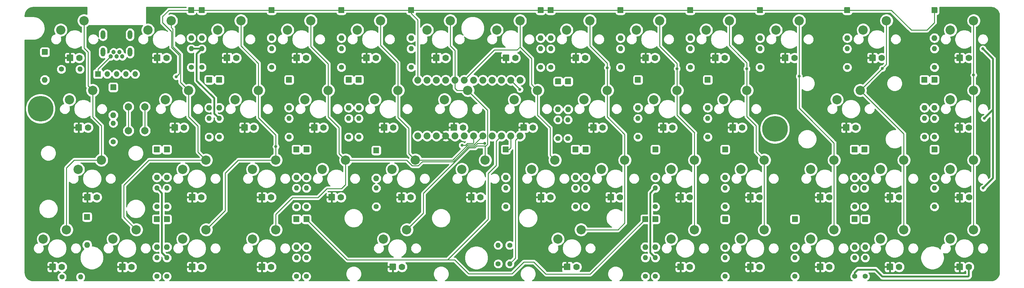
<source format=gbr>
G04 #@! TF.GenerationSoftware,KiCad,Pcbnew,(5.1.4)-1*
G04 #@! TF.CreationDate,2019-11-25T15:24:34-08:00*
G04 #@! TF.ProjectId,Alchemy49,416c6368-656d-4793-9439-2e6b69636164,rev?*
G04 #@! TF.SameCoordinates,Original*
G04 #@! TF.FileFunction,Copper,L1,Top*
G04 #@! TF.FilePolarity,Positive*
%FSLAX46Y46*%
G04 Gerber Fmt 4.6, Leading zero omitted, Abs format (unit mm)*
G04 Created by KiCad (PCBNEW (5.1.4)-1) date 2019-11-25 15:24:34*
%MOMM*%
%LPD*%
G04 APERTURE LIST*
%ADD10C,2.540000*%
%ADD11C,0.100000*%
%ADD12C,1.600000*%
%ADD13O,1.600000X1.600000*%
%ADD14C,2.000000*%
%ADD15C,0.800000*%
%ADD16C,7.000000*%
%ADD17C,1.778000*%
%ADD18C,1.400000*%
%ADD19O,1.400000X1.400000*%
%ADD20O,1.524000X1.524000*%
%ADD21R,1.524000X1.524000*%
%ADD22C,1.879600*%
%ADD23C,1.200000*%
%ADD24O,1.300000X2.400000*%
%ADD25C,0.250000*%
%ADD26C,0.500000*%
%ADD27C,0.254000*%
G04 APERTURE END LIST*
D10*
X24765000Y-20460000D03*
X31115000Y-17920000D03*
X27146250Y-39528750D03*
X33496250Y-36988750D03*
D11*
G36*
X21078183Y-25690770D02*
G01*
X21093714Y-25693074D01*
X21108946Y-25696890D01*
X21123729Y-25702179D01*
X21137923Y-25708893D01*
X21151391Y-25716965D01*
X21164003Y-25726318D01*
X21175637Y-25736863D01*
X21186182Y-25748497D01*
X21195535Y-25761109D01*
X21203607Y-25774577D01*
X21210321Y-25788771D01*
X21215610Y-25803554D01*
X21219426Y-25818786D01*
X21221730Y-25834317D01*
X21222500Y-25850000D01*
X21222500Y-27130000D01*
X21221730Y-27145683D01*
X21219426Y-27161214D01*
X21215610Y-27176446D01*
X21210321Y-27191229D01*
X21203607Y-27205423D01*
X21195535Y-27218891D01*
X21186182Y-27231503D01*
X21175637Y-27243137D01*
X21164003Y-27253682D01*
X21151391Y-27263035D01*
X21137923Y-27271107D01*
X21123729Y-27277821D01*
X21108946Y-27283110D01*
X21093714Y-27286926D01*
X21078183Y-27289230D01*
X21062500Y-27290000D01*
X19782500Y-27290000D01*
X19766817Y-27289230D01*
X19751286Y-27286926D01*
X19736054Y-27283110D01*
X19721271Y-27277821D01*
X19707077Y-27271107D01*
X19693609Y-27263035D01*
X19680997Y-27253682D01*
X19669363Y-27243137D01*
X19658818Y-27231503D01*
X19649465Y-27218891D01*
X19641393Y-27205423D01*
X19634679Y-27191229D01*
X19629390Y-27176446D01*
X19625574Y-27161214D01*
X19623270Y-27145683D01*
X19622500Y-27130000D01*
X19622500Y-25850000D01*
X19623270Y-25834317D01*
X19625574Y-25818786D01*
X19629390Y-25803554D01*
X19634679Y-25788771D01*
X19641393Y-25774577D01*
X19649465Y-25761109D01*
X19658818Y-25748497D01*
X19669363Y-25736863D01*
X19680997Y-25726318D01*
X19693609Y-25716965D01*
X19707077Y-25708893D01*
X19721271Y-25702179D01*
X19736054Y-25696890D01*
X19751286Y-25693074D01*
X19766817Y-25690770D01*
X19782500Y-25690000D01*
X21062500Y-25690000D01*
X21078183Y-25690770D01*
X21078183Y-25690770D01*
G37*
D12*
X20422500Y-26490000D03*
D13*
X20422500Y-34110000D03*
X39108750Y-43750000D03*
D11*
G36*
X39764433Y-35330770D02*
G01*
X39779964Y-35333074D01*
X39795196Y-35336890D01*
X39809979Y-35342179D01*
X39824173Y-35348893D01*
X39837641Y-35356965D01*
X39850253Y-35366318D01*
X39861887Y-35376863D01*
X39872432Y-35388497D01*
X39881785Y-35401109D01*
X39889857Y-35414577D01*
X39896571Y-35428771D01*
X39901860Y-35443554D01*
X39905676Y-35458786D01*
X39907980Y-35474317D01*
X39908750Y-35490000D01*
X39908750Y-36770000D01*
X39907980Y-36785683D01*
X39905676Y-36801214D01*
X39901860Y-36816446D01*
X39896571Y-36831229D01*
X39889857Y-36845423D01*
X39881785Y-36858891D01*
X39872432Y-36871503D01*
X39861887Y-36883137D01*
X39850253Y-36893682D01*
X39837641Y-36903035D01*
X39824173Y-36911107D01*
X39809979Y-36917821D01*
X39795196Y-36923110D01*
X39779964Y-36926926D01*
X39764433Y-36929230D01*
X39748750Y-36930000D01*
X38468750Y-36930000D01*
X38453067Y-36929230D01*
X38437536Y-36926926D01*
X38422304Y-36923110D01*
X38407521Y-36917821D01*
X38393327Y-36911107D01*
X38379859Y-36903035D01*
X38367247Y-36893682D01*
X38355613Y-36883137D01*
X38345068Y-36871503D01*
X38335715Y-36858891D01*
X38327643Y-36845423D01*
X38320929Y-36831229D01*
X38315640Y-36816446D01*
X38311824Y-36801214D01*
X38309520Y-36785683D01*
X38308750Y-36770000D01*
X38308750Y-35490000D01*
X38309520Y-35474317D01*
X38311824Y-35458786D01*
X38315640Y-35443554D01*
X38320929Y-35428771D01*
X38327643Y-35414577D01*
X38335715Y-35401109D01*
X38345068Y-35388497D01*
X38355613Y-35376863D01*
X38367247Y-35366318D01*
X38379859Y-35356965D01*
X38393327Y-35348893D01*
X38407521Y-35342179D01*
X38422304Y-35336890D01*
X38437536Y-35333074D01*
X38453067Y-35330770D01*
X38468750Y-35330000D01*
X39748750Y-35330000D01*
X39764433Y-35330770D01*
X39764433Y-35330770D01*
G37*
D12*
X39108750Y-36130000D03*
D13*
X51015000Y-60760000D03*
D11*
G36*
X51670683Y-52340770D02*
G01*
X51686214Y-52343074D01*
X51701446Y-52346890D01*
X51716229Y-52352179D01*
X51730423Y-52358893D01*
X51743891Y-52366965D01*
X51756503Y-52376318D01*
X51768137Y-52386863D01*
X51778682Y-52398497D01*
X51788035Y-52411109D01*
X51796107Y-52424577D01*
X51802821Y-52438771D01*
X51808110Y-52453554D01*
X51811926Y-52468786D01*
X51814230Y-52484317D01*
X51815000Y-52500000D01*
X51815000Y-53780000D01*
X51814230Y-53795683D01*
X51811926Y-53811214D01*
X51808110Y-53826446D01*
X51802821Y-53841229D01*
X51796107Y-53855423D01*
X51788035Y-53868891D01*
X51778682Y-53881503D01*
X51768137Y-53893137D01*
X51756503Y-53903682D01*
X51743891Y-53913035D01*
X51730423Y-53921107D01*
X51716229Y-53927821D01*
X51701446Y-53933110D01*
X51686214Y-53936926D01*
X51670683Y-53939230D01*
X51655000Y-53940000D01*
X50375000Y-53940000D01*
X50359317Y-53939230D01*
X50343786Y-53936926D01*
X50328554Y-53933110D01*
X50313771Y-53927821D01*
X50299577Y-53921107D01*
X50286109Y-53913035D01*
X50273497Y-53903682D01*
X50261863Y-53893137D01*
X50251318Y-53881503D01*
X50241965Y-53868891D01*
X50233893Y-53855423D01*
X50227179Y-53841229D01*
X50221890Y-53826446D01*
X50218074Y-53811214D01*
X50215770Y-53795683D01*
X50215000Y-53780000D01*
X50215000Y-52500000D01*
X50215770Y-52484317D01*
X50218074Y-52468786D01*
X50221890Y-52453554D01*
X50227179Y-52438771D01*
X50233893Y-52424577D01*
X50241965Y-52411109D01*
X50251318Y-52398497D01*
X50261863Y-52386863D01*
X50273497Y-52376318D01*
X50286109Y-52366965D01*
X50299577Y-52358893D01*
X50313771Y-52352179D01*
X50328554Y-52346890D01*
X50343786Y-52343074D01*
X50359317Y-52340770D01*
X50375000Y-52340000D01*
X51655000Y-52340000D01*
X51670683Y-52340770D01*
X51670683Y-52340770D01*
G37*
D12*
X51015000Y-53140000D03*
D13*
X31965000Y-79210000D03*
D11*
G36*
X32620683Y-70790770D02*
G01*
X32636214Y-70793074D01*
X32651446Y-70796890D01*
X32666229Y-70802179D01*
X32680423Y-70808893D01*
X32693891Y-70816965D01*
X32706503Y-70826318D01*
X32718137Y-70836863D01*
X32728682Y-70848497D01*
X32738035Y-70861109D01*
X32746107Y-70874577D01*
X32752821Y-70888771D01*
X32758110Y-70903554D01*
X32761926Y-70918786D01*
X32764230Y-70934317D01*
X32765000Y-70950000D01*
X32765000Y-72230000D01*
X32764230Y-72245683D01*
X32761926Y-72261214D01*
X32758110Y-72276446D01*
X32752821Y-72291229D01*
X32746107Y-72305423D01*
X32738035Y-72318891D01*
X32728682Y-72331503D01*
X32718137Y-72343137D01*
X32706503Y-72353682D01*
X32693891Y-72363035D01*
X32680423Y-72371107D01*
X32666229Y-72377821D01*
X32651446Y-72383110D01*
X32636214Y-72386926D01*
X32620683Y-72389230D01*
X32605000Y-72390000D01*
X31325000Y-72390000D01*
X31309317Y-72389230D01*
X31293786Y-72386926D01*
X31278554Y-72383110D01*
X31263771Y-72377821D01*
X31249577Y-72371107D01*
X31236109Y-72363035D01*
X31223497Y-72353682D01*
X31211863Y-72343137D01*
X31201318Y-72331503D01*
X31191965Y-72318891D01*
X31183893Y-72305423D01*
X31177179Y-72291229D01*
X31171890Y-72276446D01*
X31168074Y-72261214D01*
X31165770Y-72245683D01*
X31165000Y-72230000D01*
X31165000Y-70950000D01*
X31165770Y-70934317D01*
X31168074Y-70918786D01*
X31171890Y-70903554D01*
X31177179Y-70888771D01*
X31183893Y-70874577D01*
X31191965Y-70861109D01*
X31201318Y-70848497D01*
X31211863Y-70836863D01*
X31223497Y-70826318D01*
X31236109Y-70816965D01*
X31249577Y-70808893D01*
X31263771Y-70802179D01*
X31278554Y-70796890D01*
X31293786Y-70793074D01*
X31309317Y-70790770D01*
X31325000Y-70790000D01*
X32605000Y-70790000D01*
X32620683Y-70790770D01*
X32620683Y-70790770D01*
G37*
D12*
X31965000Y-71590000D03*
D11*
G36*
X61055683Y-14240770D02*
G01*
X61071214Y-14243074D01*
X61086446Y-14246890D01*
X61101229Y-14252179D01*
X61115423Y-14258893D01*
X61128891Y-14266965D01*
X61141503Y-14276318D01*
X61153137Y-14286863D01*
X61163682Y-14298497D01*
X61173035Y-14311109D01*
X61181107Y-14324577D01*
X61187821Y-14338771D01*
X61193110Y-14353554D01*
X61196926Y-14368786D01*
X61199230Y-14384317D01*
X61200000Y-14400000D01*
X61200000Y-15680000D01*
X61199230Y-15695683D01*
X61196926Y-15711214D01*
X61193110Y-15726446D01*
X61187821Y-15741229D01*
X61181107Y-15755423D01*
X61173035Y-15768891D01*
X61163682Y-15781503D01*
X61153137Y-15793137D01*
X61141503Y-15803682D01*
X61128891Y-15813035D01*
X61115423Y-15821107D01*
X61101229Y-15827821D01*
X61086446Y-15833110D01*
X61071214Y-15836926D01*
X61055683Y-15839230D01*
X61040000Y-15840000D01*
X59760000Y-15840000D01*
X59744317Y-15839230D01*
X59728786Y-15836926D01*
X59713554Y-15833110D01*
X59698771Y-15827821D01*
X59684577Y-15821107D01*
X59671109Y-15813035D01*
X59658497Y-15803682D01*
X59646863Y-15793137D01*
X59636318Y-15781503D01*
X59626965Y-15768891D01*
X59618893Y-15755423D01*
X59612179Y-15741229D01*
X59606890Y-15726446D01*
X59603074Y-15711214D01*
X59600770Y-15695683D01*
X59600000Y-15680000D01*
X59600000Y-14400000D01*
X59600770Y-14384317D01*
X59603074Y-14368786D01*
X59606890Y-14353554D01*
X59612179Y-14338771D01*
X59618893Y-14324577D01*
X59626965Y-14311109D01*
X59636318Y-14298497D01*
X59646863Y-14286863D01*
X59658497Y-14276318D01*
X59671109Y-14266965D01*
X59684577Y-14258893D01*
X59698771Y-14252179D01*
X59713554Y-14246890D01*
X59728786Y-14243074D01*
X59744317Y-14240770D01*
X59760000Y-14240000D01*
X61040000Y-14240000D01*
X61055683Y-14240770D01*
X61055683Y-14240770D01*
G37*
D12*
X60400000Y-15040000D03*
D13*
X60400000Y-22660000D03*
D11*
G36*
X65958183Y-33290770D02*
G01*
X65973714Y-33293074D01*
X65988946Y-33296890D01*
X66003729Y-33302179D01*
X66017923Y-33308893D01*
X66031391Y-33316965D01*
X66044003Y-33326318D01*
X66055637Y-33336863D01*
X66066182Y-33348497D01*
X66075535Y-33361109D01*
X66083607Y-33374577D01*
X66090321Y-33388771D01*
X66095610Y-33403554D01*
X66099426Y-33418786D01*
X66101730Y-33434317D01*
X66102500Y-33450000D01*
X66102500Y-34730000D01*
X66101730Y-34745683D01*
X66099426Y-34761214D01*
X66095610Y-34776446D01*
X66090321Y-34791229D01*
X66083607Y-34805423D01*
X66075535Y-34818891D01*
X66066182Y-34831503D01*
X66055637Y-34843137D01*
X66044003Y-34853682D01*
X66031391Y-34863035D01*
X66017923Y-34871107D01*
X66003729Y-34877821D01*
X65988946Y-34883110D01*
X65973714Y-34886926D01*
X65958183Y-34889230D01*
X65942500Y-34890000D01*
X64662500Y-34890000D01*
X64646817Y-34889230D01*
X64631286Y-34886926D01*
X64616054Y-34883110D01*
X64601271Y-34877821D01*
X64587077Y-34871107D01*
X64573609Y-34863035D01*
X64560997Y-34853682D01*
X64549363Y-34843137D01*
X64538818Y-34831503D01*
X64529465Y-34818891D01*
X64521393Y-34805423D01*
X64514679Y-34791229D01*
X64509390Y-34776446D01*
X64505574Y-34761214D01*
X64503270Y-34745683D01*
X64502500Y-34730000D01*
X64502500Y-33450000D01*
X64503270Y-33434317D01*
X64505574Y-33418786D01*
X64509390Y-33403554D01*
X64514679Y-33388771D01*
X64521393Y-33374577D01*
X64529465Y-33361109D01*
X64538818Y-33348497D01*
X64549363Y-33336863D01*
X64560997Y-33326318D01*
X64573609Y-33316965D01*
X64587077Y-33308893D01*
X64601271Y-33302179D01*
X64616054Y-33296890D01*
X64631286Y-33293074D01*
X64646817Y-33290770D01*
X64662500Y-33290000D01*
X65942500Y-33290000D01*
X65958183Y-33290770D01*
X65958183Y-33290770D01*
G37*
D12*
X65302500Y-34090000D03*
D13*
X65302500Y-41710000D03*
X53760000Y-60760000D03*
D11*
G36*
X54415683Y-52340770D02*
G01*
X54431214Y-52343074D01*
X54446446Y-52346890D01*
X54461229Y-52352179D01*
X54475423Y-52358893D01*
X54488891Y-52366965D01*
X54501503Y-52376318D01*
X54513137Y-52386863D01*
X54523682Y-52398497D01*
X54533035Y-52411109D01*
X54541107Y-52424577D01*
X54547821Y-52438771D01*
X54553110Y-52453554D01*
X54556926Y-52468786D01*
X54559230Y-52484317D01*
X54560000Y-52500000D01*
X54560000Y-53780000D01*
X54559230Y-53795683D01*
X54556926Y-53811214D01*
X54553110Y-53826446D01*
X54547821Y-53841229D01*
X54541107Y-53855423D01*
X54533035Y-53868891D01*
X54523682Y-53881503D01*
X54513137Y-53893137D01*
X54501503Y-53903682D01*
X54488891Y-53913035D01*
X54475423Y-53921107D01*
X54461229Y-53927821D01*
X54446446Y-53933110D01*
X54431214Y-53936926D01*
X54415683Y-53939230D01*
X54400000Y-53940000D01*
X53120000Y-53940000D01*
X53104317Y-53939230D01*
X53088786Y-53936926D01*
X53073554Y-53933110D01*
X53058771Y-53927821D01*
X53044577Y-53921107D01*
X53031109Y-53913035D01*
X53018497Y-53903682D01*
X53006863Y-53893137D01*
X52996318Y-53881503D01*
X52986965Y-53868891D01*
X52978893Y-53855423D01*
X52972179Y-53841229D01*
X52966890Y-53826446D01*
X52963074Y-53811214D01*
X52960770Y-53795683D01*
X52960000Y-53780000D01*
X52960000Y-52500000D01*
X52960770Y-52484317D01*
X52963074Y-52468786D01*
X52966890Y-52453554D01*
X52972179Y-52438771D01*
X52978893Y-52424577D01*
X52986965Y-52411109D01*
X52996318Y-52398497D01*
X53006863Y-52386863D01*
X53018497Y-52376318D01*
X53031109Y-52366965D01*
X53044577Y-52358893D01*
X53058771Y-52352179D01*
X53073554Y-52346890D01*
X53088786Y-52343074D01*
X53104317Y-52340770D01*
X53120000Y-52340000D01*
X54400000Y-52340000D01*
X54415683Y-52340770D01*
X54415683Y-52340770D01*
G37*
D12*
X53760000Y-53140000D03*
D11*
G36*
X51670683Y-71390770D02*
G01*
X51686214Y-71393074D01*
X51701446Y-71396890D01*
X51716229Y-71402179D01*
X51730423Y-71408893D01*
X51743891Y-71416965D01*
X51756503Y-71426318D01*
X51768137Y-71436863D01*
X51778682Y-71448497D01*
X51788035Y-71461109D01*
X51796107Y-71474577D01*
X51802821Y-71488771D01*
X51808110Y-71503554D01*
X51811926Y-71518786D01*
X51814230Y-71534317D01*
X51815000Y-71550000D01*
X51815000Y-72830000D01*
X51814230Y-72845683D01*
X51811926Y-72861214D01*
X51808110Y-72876446D01*
X51802821Y-72891229D01*
X51796107Y-72905423D01*
X51788035Y-72918891D01*
X51778682Y-72931503D01*
X51768137Y-72943137D01*
X51756503Y-72953682D01*
X51743891Y-72963035D01*
X51730423Y-72971107D01*
X51716229Y-72977821D01*
X51701446Y-72983110D01*
X51686214Y-72986926D01*
X51670683Y-72989230D01*
X51655000Y-72990000D01*
X50375000Y-72990000D01*
X50359317Y-72989230D01*
X50343786Y-72986926D01*
X50328554Y-72983110D01*
X50313771Y-72977821D01*
X50299577Y-72971107D01*
X50286109Y-72963035D01*
X50273497Y-72953682D01*
X50261863Y-72943137D01*
X50251318Y-72931503D01*
X50241965Y-72918891D01*
X50233893Y-72905423D01*
X50227179Y-72891229D01*
X50221890Y-72876446D01*
X50218074Y-72861214D01*
X50215770Y-72845683D01*
X50215000Y-72830000D01*
X50215000Y-71550000D01*
X50215770Y-71534317D01*
X50218074Y-71518786D01*
X50221890Y-71503554D01*
X50227179Y-71488771D01*
X50233893Y-71474577D01*
X50241965Y-71461109D01*
X50251318Y-71448497D01*
X50261863Y-71436863D01*
X50273497Y-71426318D01*
X50286109Y-71416965D01*
X50299577Y-71408893D01*
X50313771Y-71402179D01*
X50328554Y-71396890D01*
X50343786Y-71393074D01*
X50359317Y-71390770D01*
X50375000Y-71390000D01*
X51655000Y-71390000D01*
X51670683Y-71390770D01*
X51670683Y-71390770D01*
G37*
D12*
X51015000Y-72190000D03*
D13*
X51015000Y-79810000D03*
D11*
G36*
X63940683Y-14240770D02*
G01*
X63956214Y-14243074D01*
X63971446Y-14246890D01*
X63986229Y-14252179D01*
X64000423Y-14258893D01*
X64013891Y-14266965D01*
X64026503Y-14276318D01*
X64038137Y-14286863D01*
X64048682Y-14298497D01*
X64058035Y-14311109D01*
X64066107Y-14324577D01*
X64072821Y-14338771D01*
X64078110Y-14353554D01*
X64081926Y-14368786D01*
X64084230Y-14384317D01*
X64085000Y-14400000D01*
X64085000Y-15680000D01*
X64084230Y-15695683D01*
X64081926Y-15711214D01*
X64078110Y-15726446D01*
X64072821Y-15741229D01*
X64066107Y-15755423D01*
X64058035Y-15768891D01*
X64048682Y-15781503D01*
X64038137Y-15793137D01*
X64026503Y-15803682D01*
X64013891Y-15813035D01*
X64000423Y-15821107D01*
X63986229Y-15827821D01*
X63971446Y-15833110D01*
X63956214Y-15836926D01*
X63940683Y-15839230D01*
X63925000Y-15840000D01*
X62645000Y-15840000D01*
X62629317Y-15839230D01*
X62613786Y-15836926D01*
X62598554Y-15833110D01*
X62583771Y-15827821D01*
X62569577Y-15821107D01*
X62556109Y-15813035D01*
X62543497Y-15803682D01*
X62531863Y-15793137D01*
X62521318Y-15781503D01*
X62511965Y-15768891D01*
X62503893Y-15755423D01*
X62497179Y-15741229D01*
X62491890Y-15726446D01*
X62488074Y-15711214D01*
X62485770Y-15695683D01*
X62485000Y-15680000D01*
X62485000Y-14400000D01*
X62485770Y-14384317D01*
X62488074Y-14368786D01*
X62491890Y-14353554D01*
X62497179Y-14338771D01*
X62503893Y-14324577D01*
X62511965Y-14311109D01*
X62521318Y-14298497D01*
X62531863Y-14286863D01*
X62543497Y-14276318D01*
X62556109Y-14266965D01*
X62569577Y-14258893D01*
X62583771Y-14252179D01*
X62598554Y-14246890D01*
X62613786Y-14243074D01*
X62629317Y-14240770D01*
X62645000Y-14240000D01*
X63925000Y-14240000D01*
X63940683Y-14240770D01*
X63940683Y-14240770D01*
G37*
D12*
X63285000Y-15040000D03*
D13*
X63285000Y-22660000D03*
X68047500Y-41710000D03*
D11*
G36*
X68703183Y-33290770D02*
G01*
X68718714Y-33293074D01*
X68733946Y-33296890D01*
X68748729Y-33302179D01*
X68762923Y-33308893D01*
X68776391Y-33316965D01*
X68789003Y-33326318D01*
X68800637Y-33336863D01*
X68811182Y-33348497D01*
X68820535Y-33361109D01*
X68828607Y-33374577D01*
X68835321Y-33388771D01*
X68840610Y-33403554D01*
X68844426Y-33418786D01*
X68846730Y-33434317D01*
X68847500Y-33450000D01*
X68847500Y-34730000D01*
X68846730Y-34745683D01*
X68844426Y-34761214D01*
X68840610Y-34776446D01*
X68835321Y-34791229D01*
X68828607Y-34805423D01*
X68820535Y-34818891D01*
X68811182Y-34831503D01*
X68800637Y-34843137D01*
X68789003Y-34853682D01*
X68776391Y-34863035D01*
X68762923Y-34871107D01*
X68748729Y-34877821D01*
X68733946Y-34883110D01*
X68718714Y-34886926D01*
X68703183Y-34889230D01*
X68687500Y-34890000D01*
X67407500Y-34890000D01*
X67391817Y-34889230D01*
X67376286Y-34886926D01*
X67361054Y-34883110D01*
X67346271Y-34877821D01*
X67332077Y-34871107D01*
X67318609Y-34863035D01*
X67305997Y-34853682D01*
X67294363Y-34843137D01*
X67283818Y-34831503D01*
X67274465Y-34818891D01*
X67266393Y-34805423D01*
X67259679Y-34791229D01*
X67254390Y-34776446D01*
X67250574Y-34761214D01*
X67248270Y-34745683D01*
X67247500Y-34730000D01*
X67247500Y-33450000D01*
X67248270Y-33434317D01*
X67250574Y-33418786D01*
X67254390Y-33403554D01*
X67259679Y-33388771D01*
X67266393Y-33374577D01*
X67274465Y-33361109D01*
X67283818Y-33348497D01*
X67294363Y-33336863D01*
X67305997Y-33326318D01*
X67318609Y-33316965D01*
X67332077Y-33308893D01*
X67346271Y-33302179D01*
X67361054Y-33296890D01*
X67376286Y-33293074D01*
X67391817Y-33290770D01*
X67407500Y-33290000D01*
X68687500Y-33290000D01*
X68703183Y-33290770D01*
X68703183Y-33290770D01*
G37*
D12*
X68047500Y-34090000D03*
D13*
X89115000Y-60760000D03*
D11*
G36*
X89770683Y-52340770D02*
G01*
X89786214Y-52343074D01*
X89801446Y-52346890D01*
X89816229Y-52352179D01*
X89830423Y-52358893D01*
X89843891Y-52366965D01*
X89856503Y-52376318D01*
X89868137Y-52386863D01*
X89878682Y-52398497D01*
X89888035Y-52411109D01*
X89896107Y-52424577D01*
X89902821Y-52438771D01*
X89908110Y-52453554D01*
X89911926Y-52468786D01*
X89914230Y-52484317D01*
X89915000Y-52500000D01*
X89915000Y-53780000D01*
X89914230Y-53795683D01*
X89911926Y-53811214D01*
X89908110Y-53826446D01*
X89902821Y-53841229D01*
X89896107Y-53855423D01*
X89888035Y-53868891D01*
X89878682Y-53881503D01*
X89868137Y-53893137D01*
X89856503Y-53903682D01*
X89843891Y-53913035D01*
X89830423Y-53921107D01*
X89816229Y-53927821D01*
X89801446Y-53933110D01*
X89786214Y-53936926D01*
X89770683Y-53939230D01*
X89755000Y-53940000D01*
X88475000Y-53940000D01*
X88459317Y-53939230D01*
X88443786Y-53936926D01*
X88428554Y-53933110D01*
X88413771Y-53927821D01*
X88399577Y-53921107D01*
X88386109Y-53913035D01*
X88373497Y-53903682D01*
X88361863Y-53893137D01*
X88351318Y-53881503D01*
X88341965Y-53868891D01*
X88333893Y-53855423D01*
X88327179Y-53841229D01*
X88321890Y-53826446D01*
X88318074Y-53811214D01*
X88315770Y-53795683D01*
X88315000Y-53780000D01*
X88315000Y-52500000D01*
X88315770Y-52484317D01*
X88318074Y-52468786D01*
X88321890Y-52453554D01*
X88327179Y-52438771D01*
X88333893Y-52424577D01*
X88341965Y-52411109D01*
X88351318Y-52398497D01*
X88361863Y-52386863D01*
X88373497Y-52376318D01*
X88386109Y-52366965D01*
X88399577Y-52358893D01*
X88413771Y-52352179D01*
X88428554Y-52346890D01*
X88443786Y-52343074D01*
X88459317Y-52340770D01*
X88475000Y-52340000D01*
X89755000Y-52340000D01*
X89770683Y-52340770D01*
X89770683Y-52340770D01*
G37*
D12*
X89115000Y-53140000D03*
D13*
X53760000Y-79810000D03*
D11*
G36*
X54415683Y-71390770D02*
G01*
X54431214Y-71393074D01*
X54446446Y-71396890D01*
X54461229Y-71402179D01*
X54475423Y-71408893D01*
X54488891Y-71416965D01*
X54501503Y-71426318D01*
X54513137Y-71436863D01*
X54523682Y-71448497D01*
X54533035Y-71461109D01*
X54541107Y-71474577D01*
X54547821Y-71488771D01*
X54553110Y-71503554D01*
X54556926Y-71518786D01*
X54559230Y-71534317D01*
X54560000Y-71550000D01*
X54560000Y-72830000D01*
X54559230Y-72845683D01*
X54556926Y-72861214D01*
X54553110Y-72876446D01*
X54547821Y-72891229D01*
X54541107Y-72905423D01*
X54533035Y-72918891D01*
X54523682Y-72931503D01*
X54513137Y-72943137D01*
X54501503Y-72953682D01*
X54488891Y-72963035D01*
X54475423Y-72971107D01*
X54461229Y-72977821D01*
X54446446Y-72983110D01*
X54431214Y-72986926D01*
X54415683Y-72989230D01*
X54400000Y-72990000D01*
X53120000Y-72990000D01*
X53104317Y-72989230D01*
X53088786Y-72986926D01*
X53073554Y-72983110D01*
X53058771Y-72977821D01*
X53044577Y-72971107D01*
X53031109Y-72963035D01*
X53018497Y-72953682D01*
X53006863Y-72943137D01*
X52996318Y-72931503D01*
X52986965Y-72918891D01*
X52978893Y-72905423D01*
X52972179Y-72891229D01*
X52966890Y-72876446D01*
X52963074Y-72861214D01*
X52960770Y-72845683D01*
X52960000Y-72830000D01*
X52960000Y-71550000D01*
X52960770Y-71534317D01*
X52963074Y-71518786D01*
X52966890Y-71503554D01*
X52972179Y-71488771D01*
X52978893Y-71474577D01*
X52986965Y-71461109D01*
X52996318Y-71448497D01*
X53006863Y-71436863D01*
X53018497Y-71426318D01*
X53031109Y-71416965D01*
X53044577Y-71408893D01*
X53058771Y-71402179D01*
X53073554Y-71396890D01*
X53088786Y-71393074D01*
X53104317Y-71390770D01*
X53120000Y-71390000D01*
X54400000Y-71390000D01*
X54415683Y-71390770D01*
X54415683Y-71390770D01*
G37*
D12*
X53760000Y-72190000D03*
D13*
X82335000Y-22660000D03*
D11*
G36*
X82990683Y-14240770D02*
G01*
X83006214Y-14243074D01*
X83021446Y-14246890D01*
X83036229Y-14252179D01*
X83050423Y-14258893D01*
X83063891Y-14266965D01*
X83076503Y-14276318D01*
X83088137Y-14286863D01*
X83098682Y-14298497D01*
X83108035Y-14311109D01*
X83116107Y-14324577D01*
X83122821Y-14338771D01*
X83128110Y-14353554D01*
X83131926Y-14368786D01*
X83134230Y-14384317D01*
X83135000Y-14400000D01*
X83135000Y-15680000D01*
X83134230Y-15695683D01*
X83131926Y-15711214D01*
X83128110Y-15726446D01*
X83122821Y-15741229D01*
X83116107Y-15755423D01*
X83108035Y-15768891D01*
X83098682Y-15781503D01*
X83088137Y-15793137D01*
X83076503Y-15803682D01*
X83063891Y-15813035D01*
X83050423Y-15821107D01*
X83036229Y-15827821D01*
X83021446Y-15833110D01*
X83006214Y-15836926D01*
X82990683Y-15839230D01*
X82975000Y-15840000D01*
X81695000Y-15840000D01*
X81679317Y-15839230D01*
X81663786Y-15836926D01*
X81648554Y-15833110D01*
X81633771Y-15827821D01*
X81619577Y-15821107D01*
X81606109Y-15813035D01*
X81593497Y-15803682D01*
X81581863Y-15793137D01*
X81571318Y-15781503D01*
X81561965Y-15768891D01*
X81553893Y-15755423D01*
X81547179Y-15741229D01*
X81541890Y-15726446D01*
X81538074Y-15711214D01*
X81535770Y-15695683D01*
X81535000Y-15680000D01*
X81535000Y-14400000D01*
X81535770Y-14384317D01*
X81538074Y-14368786D01*
X81541890Y-14353554D01*
X81547179Y-14338771D01*
X81553893Y-14324577D01*
X81561965Y-14311109D01*
X81571318Y-14298497D01*
X81581863Y-14286863D01*
X81593497Y-14276318D01*
X81606109Y-14266965D01*
X81619577Y-14258893D01*
X81633771Y-14252179D01*
X81648554Y-14246890D01*
X81663786Y-14243074D01*
X81679317Y-14240770D01*
X81695000Y-14240000D01*
X82975000Y-14240000D01*
X82990683Y-14240770D01*
X82990683Y-14240770D01*
G37*
D12*
X82335000Y-15040000D03*
D11*
G36*
X87753183Y-33290770D02*
G01*
X87768714Y-33293074D01*
X87783946Y-33296890D01*
X87798729Y-33302179D01*
X87812923Y-33308893D01*
X87826391Y-33316965D01*
X87839003Y-33326318D01*
X87850637Y-33336863D01*
X87861182Y-33348497D01*
X87870535Y-33361109D01*
X87878607Y-33374577D01*
X87885321Y-33388771D01*
X87890610Y-33403554D01*
X87894426Y-33418786D01*
X87896730Y-33434317D01*
X87897500Y-33450000D01*
X87897500Y-34730000D01*
X87896730Y-34745683D01*
X87894426Y-34761214D01*
X87890610Y-34776446D01*
X87885321Y-34791229D01*
X87878607Y-34805423D01*
X87870535Y-34818891D01*
X87861182Y-34831503D01*
X87850637Y-34843137D01*
X87839003Y-34853682D01*
X87826391Y-34863035D01*
X87812923Y-34871107D01*
X87798729Y-34877821D01*
X87783946Y-34883110D01*
X87768714Y-34886926D01*
X87753183Y-34889230D01*
X87737500Y-34890000D01*
X86457500Y-34890000D01*
X86441817Y-34889230D01*
X86426286Y-34886926D01*
X86411054Y-34883110D01*
X86396271Y-34877821D01*
X86382077Y-34871107D01*
X86368609Y-34863035D01*
X86355997Y-34853682D01*
X86344363Y-34843137D01*
X86333818Y-34831503D01*
X86324465Y-34818891D01*
X86316393Y-34805423D01*
X86309679Y-34791229D01*
X86304390Y-34776446D01*
X86300574Y-34761214D01*
X86298270Y-34745683D01*
X86297500Y-34730000D01*
X86297500Y-33450000D01*
X86298270Y-33434317D01*
X86300574Y-33418786D01*
X86304390Y-33403554D01*
X86309679Y-33388771D01*
X86316393Y-33374577D01*
X86324465Y-33361109D01*
X86333818Y-33348497D01*
X86344363Y-33336863D01*
X86355997Y-33326318D01*
X86368609Y-33316965D01*
X86382077Y-33308893D01*
X86396271Y-33302179D01*
X86411054Y-33296890D01*
X86426286Y-33293074D01*
X86441817Y-33290770D01*
X86457500Y-33290000D01*
X87737500Y-33290000D01*
X87753183Y-33290770D01*
X87753183Y-33290770D01*
G37*
D12*
X87097500Y-34090000D03*
D13*
X87097500Y-41710000D03*
X91860000Y-60760000D03*
D11*
G36*
X92515683Y-52340770D02*
G01*
X92531214Y-52343074D01*
X92546446Y-52346890D01*
X92561229Y-52352179D01*
X92575423Y-52358893D01*
X92588891Y-52366965D01*
X92601503Y-52376318D01*
X92613137Y-52386863D01*
X92623682Y-52398497D01*
X92633035Y-52411109D01*
X92641107Y-52424577D01*
X92647821Y-52438771D01*
X92653110Y-52453554D01*
X92656926Y-52468786D01*
X92659230Y-52484317D01*
X92660000Y-52500000D01*
X92660000Y-53780000D01*
X92659230Y-53795683D01*
X92656926Y-53811214D01*
X92653110Y-53826446D01*
X92647821Y-53841229D01*
X92641107Y-53855423D01*
X92633035Y-53868891D01*
X92623682Y-53881503D01*
X92613137Y-53893137D01*
X92601503Y-53903682D01*
X92588891Y-53913035D01*
X92575423Y-53921107D01*
X92561229Y-53927821D01*
X92546446Y-53933110D01*
X92531214Y-53936926D01*
X92515683Y-53939230D01*
X92500000Y-53940000D01*
X91220000Y-53940000D01*
X91204317Y-53939230D01*
X91188786Y-53936926D01*
X91173554Y-53933110D01*
X91158771Y-53927821D01*
X91144577Y-53921107D01*
X91131109Y-53913035D01*
X91118497Y-53903682D01*
X91106863Y-53893137D01*
X91096318Y-53881503D01*
X91086965Y-53868891D01*
X91078893Y-53855423D01*
X91072179Y-53841229D01*
X91066890Y-53826446D01*
X91063074Y-53811214D01*
X91060770Y-53795683D01*
X91060000Y-53780000D01*
X91060000Y-52500000D01*
X91060770Y-52484317D01*
X91063074Y-52468786D01*
X91066890Y-52453554D01*
X91072179Y-52438771D01*
X91078893Y-52424577D01*
X91086965Y-52411109D01*
X91096318Y-52398497D01*
X91106863Y-52386863D01*
X91118497Y-52376318D01*
X91131109Y-52366965D01*
X91144577Y-52358893D01*
X91158771Y-52352179D01*
X91173554Y-52346890D01*
X91188786Y-52343074D01*
X91204317Y-52340770D01*
X91220000Y-52340000D01*
X92500000Y-52340000D01*
X92515683Y-52340770D01*
X92515683Y-52340770D01*
G37*
D12*
X91860000Y-53140000D03*
D11*
G36*
X89770683Y-71390770D02*
G01*
X89786214Y-71393074D01*
X89801446Y-71396890D01*
X89816229Y-71402179D01*
X89830423Y-71408893D01*
X89843891Y-71416965D01*
X89856503Y-71426318D01*
X89868137Y-71436863D01*
X89878682Y-71448497D01*
X89888035Y-71461109D01*
X89896107Y-71474577D01*
X89902821Y-71488771D01*
X89908110Y-71503554D01*
X89911926Y-71518786D01*
X89914230Y-71534317D01*
X89915000Y-71550000D01*
X89915000Y-72830000D01*
X89914230Y-72845683D01*
X89911926Y-72861214D01*
X89908110Y-72876446D01*
X89902821Y-72891229D01*
X89896107Y-72905423D01*
X89888035Y-72918891D01*
X89878682Y-72931503D01*
X89868137Y-72943137D01*
X89856503Y-72953682D01*
X89843891Y-72963035D01*
X89830423Y-72971107D01*
X89816229Y-72977821D01*
X89801446Y-72983110D01*
X89786214Y-72986926D01*
X89770683Y-72989230D01*
X89755000Y-72990000D01*
X88475000Y-72990000D01*
X88459317Y-72989230D01*
X88443786Y-72986926D01*
X88428554Y-72983110D01*
X88413771Y-72977821D01*
X88399577Y-72971107D01*
X88386109Y-72963035D01*
X88373497Y-72953682D01*
X88361863Y-72943137D01*
X88351318Y-72931503D01*
X88341965Y-72918891D01*
X88333893Y-72905423D01*
X88327179Y-72891229D01*
X88321890Y-72876446D01*
X88318074Y-72861214D01*
X88315770Y-72845683D01*
X88315000Y-72830000D01*
X88315000Y-71550000D01*
X88315770Y-71534317D01*
X88318074Y-71518786D01*
X88321890Y-71503554D01*
X88327179Y-71488771D01*
X88333893Y-71474577D01*
X88341965Y-71461109D01*
X88351318Y-71448497D01*
X88361863Y-71436863D01*
X88373497Y-71426318D01*
X88386109Y-71416965D01*
X88399577Y-71408893D01*
X88413771Y-71402179D01*
X88428554Y-71396890D01*
X88443786Y-71393074D01*
X88459317Y-71390770D01*
X88475000Y-71390000D01*
X89755000Y-71390000D01*
X89770683Y-71390770D01*
X89770683Y-71390770D01*
G37*
D12*
X89115000Y-72190000D03*
D13*
X89115000Y-79810000D03*
D11*
G36*
X102040683Y-14240770D02*
G01*
X102056214Y-14243074D01*
X102071446Y-14246890D01*
X102086229Y-14252179D01*
X102100423Y-14258893D01*
X102113891Y-14266965D01*
X102126503Y-14276318D01*
X102138137Y-14286863D01*
X102148682Y-14298497D01*
X102158035Y-14311109D01*
X102166107Y-14324577D01*
X102172821Y-14338771D01*
X102178110Y-14353554D01*
X102181926Y-14368786D01*
X102184230Y-14384317D01*
X102185000Y-14400000D01*
X102185000Y-15680000D01*
X102184230Y-15695683D01*
X102181926Y-15711214D01*
X102178110Y-15726446D01*
X102172821Y-15741229D01*
X102166107Y-15755423D01*
X102158035Y-15768891D01*
X102148682Y-15781503D01*
X102138137Y-15793137D01*
X102126503Y-15803682D01*
X102113891Y-15813035D01*
X102100423Y-15821107D01*
X102086229Y-15827821D01*
X102071446Y-15833110D01*
X102056214Y-15836926D01*
X102040683Y-15839230D01*
X102025000Y-15840000D01*
X100745000Y-15840000D01*
X100729317Y-15839230D01*
X100713786Y-15836926D01*
X100698554Y-15833110D01*
X100683771Y-15827821D01*
X100669577Y-15821107D01*
X100656109Y-15813035D01*
X100643497Y-15803682D01*
X100631863Y-15793137D01*
X100621318Y-15781503D01*
X100611965Y-15768891D01*
X100603893Y-15755423D01*
X100597179Y-15741229D01*
X100591890Y-15726446D01*
X100588074Y-15711214D01*
X100585770Y-15695683D01*
X100585000Y-15680000D01*
X100585000Y-14400000D01*
X100585770Y-14384317D01*
X100588074Y-14368786D01*
X100591890Y-14353554D01*
X100597179Y-14338771D01*
X100603893Y-14324577D01*
X100611965Y-14311109D01*
X100621318Y-14298497D01*
X100631863Y-14286863D01*
X100643497Y-14276318D01*
X100656109Y-14266965D01*
X100669577Y-14258893D01*
X100683771Y-14252179D01*
X100698554Y-14246890D01*
X100713786Y-14243074D01*
X100729317Y-14240770D01*
X100745000Y-14240000D01*
X102025000Y-14240000D01*
X102040683Y-14240770D01*
X102040683Y-14240770D01*
G37*
D12*
X101385000Y-15040000D03*
D13*
X101385000Y-22660000D03*
X106147500Y-41710000D03*
D11*
G36*
X106803183Y-33290770D02*
G01*
X106818714Y-33293074D01*
X106833946Y-33296890D01*
X106848729Y-33302179D01*
X106862923Y-33308893D01*
X106876391Y-33316965D01*
X106889003Y-33326318D01*
X106900637Y-33336863D01*
X106911182Y-33348497D01*
X106920535Y-33361109D01*
X106928607Y-33374577D01*
X106935321Y-33388771D01*
X106940610Y-33403554D01*
X106944426Y-33418786D01*
X106946730Y-33434317D01*
X106947500Y-33450000D01*
X106947500Y-34730000D01*
X106946730Y-34745683D01*
X106944426Y-34761214D01*
X106940610Y-34776446D01*
X106935321Y-34791229D01*
X106928607Y-34805423D01*
X106920535Y-34818891D01*
X106911182Y-34831503D01*
X106900637Y-34843137D01*
X106889003Y-34853682D01*
X106876391Y-34863035D01*
X106862923Y-34871107D01*
X106848729Y-34877821D01*
X106833946Y-34883110D01*
X106818714Y-34886926D01*
X106803183Y-34889230D01*
X106787500Y-34890000D01*
X105507500Y-34890000D01*
X105491817Y-34889230D01*
X105476286Y-34886926D01*
X105461054Y-34883110D01*
X105446271Y-34877821D01*
X105432077Y-34871107D01*
X105418609Y-34863035D01*
X105405997Y-34853682D01*
X105394363Y-34843137D01*
X105383818Y-34831503D01*
X105374465Y-34818891D01*
X105366393Y-34805423D01*
X105359679Y-34791229D01*
X105354390Y-34776446D01*
X105350574Y-34761214D01*
X105348270Y-34745683D01*
X105347500Y-34730000D01*
X105347500Y-33450000D01*
X105348270Y-33434317D01*
X105350574Y-33418786D01*
X105354390Y-33403554D01*
X105359679Y-33388771D01*
X105366393Y-33374577D01*
X105374465Y-33361109D01*
X105383818Y-33348497D01*
X105394363Y-33336863D01*
X105405997Y-33326318D01*
X105418609Y-33316965D01*
X105432077Y-33308893D01*
X105446271Y-33302179D01*
X105461054Y-33296890D01*
X105476286Y-33293074D01*
X105491817Y-33290770D01*
X105507500Y-33290000D01*
X106787500Y-33290000D01*
X106803183Y-33290770D01*
X106803183Y-33290770D01*
G37*
D12*
X106147500Y-34090000D03*
D13*
X110900000Y-61010000D03*
D11*
G36*
X111555683Y-52590770D02*
G01*
X111571214Y-52593074D01*
X111586446Y-52596890D01*
X111601229Y-52602179D01*
X111615423Y-52608893D01*
X111628891Y-52616965D01*
X111641503Y-52626318D01*
X111653137Y-52636863D01*
X111663682Y-52648497D01*
X111673035Y-52661109D01*
X111681107Y-52674577D01*
X111687821Y-52688771D01*
X111693110Y-52703554D01*
X111696926Y-52718786D01*
X111699230Y-52734317D01*
X111700000Y-52750000D01*
X111700000Y-54030000D01*
X111699230Y-54045683D01*
X111696926Y-54061214D01*
X111693110Y-54076446D01*
X111687821Y-54091229D01*
X111681107Y-54105423D01*
X111673035Y-54118891D01*
X111663682Y-54131503D01*
X111653137Y-54143137D01*
X111641503Y-54153682D01*
X111628891Y-54163035D01*
X111615423Y-54171107D01*
X111601229Y-54177821D01*
X111586446Y-54183110D01*
X111571214Y-54186926D01*
X111555683Y-54189230D01*
X111540000Y-54190000D01*
X110260000Y-54190000D01*
X110244317Y-54189230D01*
X110228786Y-54186926D01*
X110213554Y-54183110D01*
X110198771Y-54177821D01*
X110184577Y-54171107D01*
X110171109Y-54163035D01*
X110158497Y-54153682D01*
X110146863Y-54143137D01*
X110136318Y-54131503D01*
X110126965Y-54118891D01*
X110118893Y-54105423D01*
X110112179Y-54091229D01*
X110106890Y-54076446D01*
X110103074Y-54061214D01*
X110100770Y-54045683D01*
X110100000Y-54030000D01*
X110100000Y-52750000D01*
X110100770Y-52734317D01*
X110103074Y-52718786D01*
X110106890Y-52703554D01*
X110112179Y-52688771D01*
X110118893Y-52674577D01*
X110126965Y-52661109D01*
X110136318Y-52648497D01*
X110146863Y-52636863D01*
X110158497Y-52626318D01*
X110171109Y-52616965D01*
X110184577Y-52608893D01*
X110198771Y-52602179D01*
X110213554Y-52596890D01*
X110228786Y-52593074D01*
X110244317Y-52590770D01*
X110260000Y-52590000D01*
X111540000Y-52590000D01*
X111555683Y-52590770D01*
X111555683Y-52590770D01*
G37*
D12*
X110900000Y-53390000D03*
D13*
X120435000Y-22660000D03*
D11*
G36*
X121090683Y-14240770D02*
G01*
X121106214Y-14243074D01*
X121121446Y-14246890D01*
X121136229Y-14252179D01*
X121150423Y-14258893D01*
X121163891Y-14266965D01*
X121176503Y-14276318D01*
X121188137Y-14286863D01*
X121198682Y-14298497D01*
X121208035Y-14311109D01*
X121216107Y-14324577D01*
X121222821Y-14338771D01*
X121228110Y-14353554D01*
X121231926Y-14368786D01*
X121234230Y-14384317D01*
X121235000Y-14400000D01*
X121235000Y-15680000D01*
X121234230Y-15695683D01*
X121231926Y-15711214D01*
X121228110Y-15726446D01*
X121222821Y-15741229D01*
X121216107Y-15755423D01*
X121208035Y-15768891D01*
X121198682Y-15781503D01*
X121188137Y-15793137D01*
X121176503Y-15803682D01*
X121163891Y-15813035D01*
X121150423Y-15821107D01*
X121136229Y-15827821D01*
X121121446Y-15833110D01*
X121106214Y-15836926D01*
X121090683Y-15839230D01*
X121075000Y-15840000D01*
X119795000Y-15840000D01*
X119779317Y-15839230D01*
X119763786Y-15836926D01*
X119748554Y-15833110D01*
X119733771Y-15827821D01*
X119719577Y-15821107D01*
X119706109Y-15813035D01*
X119693497Y-15803682D01*
X119681863Y-15793137D01*
X119671318Y-15781503D01*
X119661965Y-15768891D01*
X119653893Y-15755423D01*
X119647179Y-15741229D01*
X119641890Y-15726446D01*
X119638074Y-15711214D01*
X119635770Y-15695683D01*
X119635000Y-15680000D01*
X119635000Y-14400000D01*
X119635770Y-14384317D01*
X119638074Y-14368786D01*
X119641890Y-14353554D01*
X119647179Y-14338771D01*
X119653893Y-14324577D01*
X119661965Y-14311109D01*
X119671318Y-14298497D01*
X119681863Y-14286863D01*
X119693497Y-14276318D01*
X119706109Y-14266965D01*
X119719577Y-14258893D01*
X119733771Y-14252179D01*
X119748554Y-14246890D01*
X119763786Y-14243074D01*
X119779317Y-14240770D01*
X119795000Y-14240000D01*
X121075000Y-14240000D01*
X121090683Y-14240770D01*
X121090683Y-14240770D01*
G37*
D12*
X120435000Y-15040000D03*
D11*
G36*
X104058183Y-33290770D02*
G01*
X104073714Y-33293074D01*
X104088946Y-33296890D01*
X104103729Y-33302179D01*
X104117923Y-33308893D01*
X104131391Y-33316965D01*
X104144003Y-33326318D01*
X104155637Y-33336863D01*
X104166182Y-33348497D01*
X104175535Y-33361109D01*
X104183607Y-33374577D01*
X104190321Y-33388771D01*
X104195610Y-33403554D01*
X104199426Y-33418786D01*
X104201730Y-33434317D01*
X104202500Y-33450000D01*
X104202500Y-34730000D01*
X104201730Y-34745683D01*
X104199426Y-34761214D01*
X104195610Y-34776446D01*
X104190321Y-34791229D01*
X104183607Y-34805423D01*
X104175535Y-34818891D01*
X104166182Y-34831503D01*
X104155637Y-34843137D01*
X104144003Y-34853682D01*
X104131391Y-34863035D01*
X104117923Y-34871107D01*
X104103729Y-34877821D01*
X104088946Y-34883110D01*
X104073714Y-34886926D01*
X104058183Y-34889230D01*
X104042500Y-34890000D01*
X102762500Y-34890000D01*
X102746817Y-34889230D01*
X102731286Y-34886926D01*
X102716054Y-34883110D01*
X102701271Y-34877821D01*
X102687077Y-34871107D01*
X102673609Y-34863035D01*
X102660997Y-34853682D01*
X102649363Y-34843137D01*
X102638818Y-34831503D01*
X102629465Y-34818891D01*
X102621393Y-34805423D01*
X102614679Y-34791229D01*
X102609390Y-34776446D01*
X102605574Y-34761214D01*
X102603270Y-34745683D01*
X102602500Y-34730000D01*
X102602500Y-33450000D01*
X102603270Y-33434317D01*
X102605574Y-33418786D01*
X102609390Y-33403554D01*
X102614679Y-33388771D01*
X102621393Y-33374577D01*
X102629465Y-33361109D01*
X102638818Y-33348497D01*
X102649363Y-33336863D01*
X102660997Y-33326318D01*
X102673609Y-33316965D01*
X102687077Y-33308893D01*
X102701271Y-33302179D01*
X102716054Y-33296890D01*
X102731286Y-33293074D01*
X102746817Y-33290770D01*
X102762500Y-33290000D01*
X104042500Y-33290000D01*
X104058183Y-33290770D01*
X104058183Y-33290770D01*
G37*
D12*
X103402500Y-34090000D03*
D13*
X103402500Y-41710000D03*
D11*
G36*
X146920683Y-52340770D02*
G01*
X146936214Y-52343074D01*
X146951446Y-52346890D01*
X146966229Y-52352179D01*
X146980423Y-52358893D01*
X146993891Y-52366965D01*
X147006503Y-52376318D01*
X147018137Y-52386863D01*
X147028682Y-52398497D01*
X147038035Y-52411109D01*
X147046107Y-52424577D01*
X147052821Y-52438771D01*
X147058110Y-52453554D01*
X147061926Y-52468786D01*
X147064230Y-52484317D01*
X147065000Y-52500000D01*
X147065000Y-53780000D01*
X147064230Y-53795683D01*
X147061926Y-53811214D01*
X147058110Y-53826446D01*
X147052821Y-53841229D01*
X147046107Y-53855423D01*
X147038035Y-53868891D01*
X147028682Y-53881503D01*
X147018137Y-53893137D01*
X147006503Y-53903682D01*
X146993891Y-53913035D01*
X146980423Y-53921107D01*
X146966229Y-53927821D01*
X146951446Y-53933110D01*
X146936214Y-53936926D01*
X146920683Y-53939230D01*
X146905000Y-53940000D01*
X145625000Y-53940000D01*
X145609317Y-53939230D01*
X145593786Y-53936926D01*
X145578554Y-53933110D01*
X145563771Y-53927821D01*
X145549577Y-53921107D01*
X145536109Y-53913035D01*
X145523497Y-53903682D01*
X145511863Y-53893137D01*
X145501318Y-53881503D01*
X145491965Y-53868891D01*
X145483893Y-53855423D01*
X145477179Y-53841229D01*
X145471890Y-53826446D01*
X145468074Y-53811214D01*
X145465770Y-53795683D01*
X145465000Y-53780000D01*
X145465000Y-52500000D01*
X145465770Y-52484317D01*
X145468074Y-52468786D01*
X145471890Y-52453554D01*
X145477179Y-52438771D01*
X145483893Y-52424577D01*
X145491965Y-52411109D01*
X145501318Y-52398497D01*
X145511863Y-52386863D01*
X145523497Y-52376318D01*
X145536109Y-52366965D01*
X145549577Y-52358893D01*
X145563771Y-52352179D01*
X145578554Y-52346890D01*
X145593786Y-52343074D01*
X145609317Y-52340770D01*
X145625000Y-52340000D01*
X146905000Y-52340000D01*
X146920683Y-52340770D01*
X146920683Y-52340770D01*
G37*
D12*
X146265000Y-53140000D03*
D13*
X146265000Y-60760000D03*
X91860000Y-79810000D03*
D11*
G36*
X92515683Y-71390770D02*
G01*
X92531214Y-71393074D01*
X92546446Y-71396890D01*
X92561229Y-71402179D01*
X92575423Y-71408893D01*
X92588891Y-71416965D01*
X92601503Y-71426318D01*
X92613137Y-71436863D01*
X92623682Y-71448497D01*
X92633035Y-71461109D01*
X92641107Y-71474577D01*
X92647821Y-71488771D01*
X92653110Y-71503554D01*
X92656926Y-71518786D01*
X92659230Y-71534317D01*
X92660000Y-71550000D01*
X92660000Y-72830000D01*
X92659230Y-72845683D01*
X92656926Y-72861214D01*
X92653110Y-72876446D01*
X92647821Y-72891229D01*
X92641107Y-72905423D01*
X92633035Y-72918891D01*
X92623682Y-72931503D01*
X92613137Y-72943137D01*
X92601503Y-72953682D01*
X92588891Y-72963035D01*
X92575423Y-72971107D01*
X92561229Y-72977821D01*
X92546446Y-72983110D01*
X92531214Y-72986926D01*
X92515683Y-72989230D01*
X92500000Y-72990000D01*
X91220000Y-72990000D01*
X91204317Y-72989230D01*
X91188786Y-72986926D01*
X91173554Y-72983110D01*
X91158771Y-72977821D01*
X91144577Y-72971107D01*
X91131109Y-72963035D01*
X91118497Y-72953682D01*
X91106863Y-72943137D01*
X91096318Y-72931503D01*
X91086965Y-72918891D01*
X91078893Y-72905423D01*
X91072179Y-72891229D01*
X91066890Y-72876446D01*
X91063074Y-72861214D01*
X91060770Y-72845683D01*
X91060000Y-72830000D01*
X91060000Y-71550000D01*
X91060770Y-71534317D01*
X91063074Y-71518786D01*
X91066890Y-71503554D01*
X91072179Y-71488771D01*
X91078893Y-71474577D01*
X91086965Y-71461109D01*
X91096318Y-71448497D01*
X91106863Y-71436863D01*
X91118497Y-71426318D01*
X91131109Y-71416965D01*
X91144577Y-71408893D01*
X91158771Y-71402179D01*
X91173554Y-71396890D01*
X91188786Y-71393074D01*
X91204317Y-71390770D01*
X91220000Y-71390000D01*
X92500000Y-71390000D01*
X92515683Y-71390770D01*
X92515683Y-71390770D01*
G37*
D12*
X91860000Y-72190000D03*
D11*
G36*
X156445683Y-14240770D02*
G01*
X156461214Y-14243074D01*
X156476446Y-14246890D01*
X156491229Y-14252179D01*
X156505423Y-14258893D01*
X156518891Y-14266965D01*
X156531503Y-14276318D01*
X156543137Y-14286863D01*
X156553682Y-14298497D01*
X156563035Y-14311109D01*
X156571107Y-14324577D01*
X156577821Y-14338771D01*
X156583110Y-14353554D01*
X156586926Y-14368786D01*
X156589230Y-14384317D01*
X156590000Y-14400000D01*
X156590000Y-15680000D01*
X156589230Y-15695683D01*
X156586926Y-15711214D01*
X156583110Y-15726446D01*
X156577821Y-15741229D01*
X156571107Y-15755423D01*
X156563035Y-15768891D01*
X156553682Y-15781503D01*
X156543137Y-15793137D01*
X156531503Y-15803682D01*
X156518891Y-15813035D01*
X156505423Y-15821107D01*
X156491229Y-15827821D01*
X156476446Y-15833110D01*
X156461214Y-15836926D01*
X156445683Y-15839230D01*
X156430000Y-15840000D01*
X155150000Y-15840000D01*
X155134317Y-15839230D01*
X155118786Y-15836926D01*
X155103554Y-15833110D01*
X155088771Y-15827821D01*
X155074577Y-15821107D01*
X155061109Y-15813035D01*
X155048497Y-15803682D01*
X155036863Y-15793137D01*
X155026318Y-15781503D01*
X155016965Y-15768891D01*
X155008893Y-15755423D01*
X155002179Y-15741229D01*
X154996890Y-15726446D01*
X154993074Y-15711214D01*
X154990770Y-15695683D01*
X154990000Y-15680000D01*
X154990000Y-14400000D01*
X154990770Y-14384317D01*
X154993074Y-14368786D01*
X154996890Y-14353554D01*
X155002179Y-14338771D01*
X155008893Y-14324577D01*
X155016965Y-14311109D01*
X155026318Y-14298497D01*
X155036863Y-14286863D01*
X155048497Y-14276318D01*
X155061109Y-14266965D01*
X155074577Y-14258893D01*
X155088771Y-14252179D01*
X155103554Y-14246890D01*
X155118786Y-14243074D01*
X155134317Y-14240770D01*
X155150000Y-14240000D01*
X156430000Y-14240000D01*
X156445683Y-14240770D01*
X156445683Y-14240770D01*
G37*
D12*
X155790000Y-15040000D03*
D13*
X155790000Y-22660000D03*
D11*
G36*
X161208183Y-33740770D02*
G01*
X161223714Y-33743074D01*
X161238946Y-33746890D01*
X161253729Y-33752179D01*
X161267923Y-33758893D01*
X161281391Y-33766965D01*
X161294003Y-33776318D01*
X161305637Y-33786863D01*
X161316182Y-33798497D01*
X161325535Y-33811109D01*
X161333607Y-33824577D01*
X161340321Y-33838771D01*
X161345610Y-33853554D01*
X161349426Y-33868786D01*
X161351730Y-33884317D01*
X161352500Y-33900000D01*
X161352500Y-35180000D01*
X161351730Y-35195683D01*
X161349426Y-35211214D01*
X161345610Y-35226446D01*
X161340321Y-35241229D01*
X161333607Y-35255423D01*
X161325535Y-35268891D01*
X161316182Y-35281503D01*
X161305637Y-35293137D01*
X161294003Y-35303682D01*
X161281391Y-35313035D01*
X161267923Y-35321107D01*
X161253729Y-35327821D01*
X161238946Y-35333110D01*
X161223714Y-35336926D01*
X161208183Y-35339230D01*
X161192500Y-35340000D01*
X159912500Y-35340000D01*
X159896817Y-35339230D01*
X159881286Y-35336926D01*
X159866054Y-35333110D01*
X159851271Y-35327821D01*
X159837077Y-35321107D01*
X159823609Y-35313035D01*
X159810997Y-35303682D01*
X159799363Y-35293137D01*
X159788818Y-35281503D01*
X159779465Y-35268891D01*
X159771393Y-35255423D01*
X159764679Y-35241229D01*
X159759390Y-35226446D01*
X159755574Y-35211214D01*
X159753270Y-35195683D01*
X159752500Y-35180000D01*
X159752500Y-33900000D01*
X159753270Y-33884317D01*
X159755574Y-33868786D01*
X159759390Y-33853554D01*
X159764679Y-33838771D01*
X159771393Y-33824577D01*
X159779465Y-33811109D01*
X159788818Y-33798497D01*
X159799363Y-33786863D01*
X159810997Y-33776318D01*
X159823609Y-33766965D01*
X159837077Y-33758893D01*
X159851271Y-33752179D01*
X159866054Y-33746890D01*
X159881286Y-33743074D01*
X159896817Y-33740770D01*
X159912500Y-33740000D01*
X161192500Y-33740000D01*
X161208183Y-33740770D01*
X161208183Y-33740770D01*
G37*
D12*
X160552500Y-34540000D03*
D13*
X160552500Y-42160000D03*
X165315000Y-60760000D03*
D11*
G36*
X165970683Y-52340770D02*
G01*
X165986214Y-52343074D01*
X166001446Y-52346890D01*
X166016229Y-52352179D01*
X166030423Y-52358893D01*
X166043891Y-52366965D01*
X166056503Y-52376318D01*
X166068137Y-52386863D01*
X166078682Y-52398497D01*
X166088035Y-52411109D01*
X166096107Y-52424577D01*
X166102821Y-52438771D01*
X166108110Y-52453554D01*
X166111926Y-52468786D01*
X166114230Y-52484317D01*
X166115000Y-52500000D01*
X166115000Y-53780000D01*
X166114230Y-53795683D01*
X166111926Y-53811214D01*
X166108110Y-53826446D01*
X166102821Y-53841229D01*
X166096107Y-53855423D01*
X166088035Y-53868891D01*
X166078682Y-53881503D01*
X166068137Y-53893137D01*
X166056503Y-53903682D01*
X166043891Y-53913035D01*
X166030423Y-53921107D01*
X166016229Y-53927821D01*
X166001446Y-53933110D01*
X165986214Y-53936926D01*
X165970683Y-53939230D01*
X165955000Y-53940000D01*
X164675000Y-53940000D01*
X164659317Y-53939230D01*
X164643786Y-53936926D01*
X164628554Y-53933110D01*
X164613771Y-53927821D01*
X164599577Y-53921107D01*
X164586109Y-53913035D01*
X164573497Y-53903682D01*
X164561863Y-53893137D01*
X164551318Y-53881503D01*
X164541965Y-53868891D01*
X164533893Y-53855423D01*
X164527179Y-53841229D01*
X164521890Y-53826446D01*
X164518074Y-53811214D01*
X164515770Y-53795683D01*
X164515000Y-53780000D01*
X164515000Y-52500000D01*
X164515770Y-52484317D01*
X164518074Y-52468786D01*
X164521890Y-52453554D01*
X164527179Y-52438771D01*
X164533893Y-52424577D01*
X164541965Y-52411109D01*
X164551318Y-52398497D01*
X164561863Y-52386863D01*
X164573497Y-52376318D01*
X164586109Y-52366965D01*
X164599577Y-52358893D01*
X164613771Y-52352179D01*
X164628554Y-52346890D01*
X164643786Y-52343074D01*
X164659317Y-52340770D01*
X164675000Y-52340000D01*
X165955000Y-52340000D01*
X165970683Y-52340770D01*
X165970683Y-52340770D01*
G37*
D12*
X165315000Y-53140000D03*
D13*
X158535000Y-22660000D03*
D11*
G36*
X159190683Y-14240770D02*
G01*
X159206214Y-14243074D01*
X159221446Y-14246890D01*
X159236229Y-14252179D01*
X159250423Y-14258893D01*
X159263891Y-14266965D01*
X159276503Y-14276318D01*
X159288137Y-14286863D01*
X159298682Y-14298497D01*
X159308035Y-14311109D01*
X159316107Y-14324577D01*
X159322821Y-14338771D01*
X159328110Y-14353554D01*
X159331926Y-14368786D01*
X159334230Y-14384317D01*
X159335000Y-14400000D01*
X159335000Y-15680000D01*
X159334230Y-15695683D01*
X159331926Y-15711214D01*
X159328110Y-15726446D01*
X159322821Y-15741229D01*
X159316107Y-15755423D01*
X159308035Y-15768891D01*
X159298682Y-15781503D01*
X159288137Y-15793137D01*
X159276503Y-15803682D01*
X159263891Y-15813035D01*
X159250423Y-15821107D01*
X159236229Y-15827821D01*
X159221446Y-15833110D01*
X159206214Y-15836926D01*
X159190683Y-15839230D01*
X159175000Y-15840000D01*
X157895000Y-15840000D01*
X157879317Y-15839230D01*
X157863786Y-15836926D01*
X157848554Y-15833110D01*
X157833771Y-15827821D01*
X157819577Y-15821107D01*
X157806109Y-15813035D01*
X157793497Y-15803682D01*
X157781863Y-15793137D01*
X157771318Y-15781503D01*
X157761965Y-15768891D01*
X157753893Y-15755423D01*
X157747179Y-15741229D01*
X157741890Y-15726446D01*
X157738074Y-15711214D01*
X157735770Y-15695683D01*
X157735000Y-15680000D01*
X157735000Y-14400000D01*
X157735770Y-14384317D01*
X157738074Y-14368786D01*
X157741890Y-14353554D01*
X157747179Y-14338771D01*
X157753893Y-14324577D01*
X157761965Y-14311109D01*
X157771318Y-14298497D01*
X157781863Y-14286863D01*
X157793497Y-14276318D01*
X157806109Y-14266965D01*
X157819577Y-14258893D01*
X157833771Y-14252179D01*
X157848554Y-14246890D01*
X157863786Y-14243074D01*
X157879317Y-14240770D01*
X157895000Y-14240000D01*
X159175000Y-14240000D01*
X159190683Y-14240770D01*
X159190683Y-14240770D01*
G37*
D12*
X158535000Y-15040000D03*
D11*
G36*
X163953183Y-33740770D02*
G01*
X163968714Y-33743074D01*
X163983946Y-33746890D01*
X163998729Y-33752179D01*
X164012923Y-33758893D01*
X164026391Y-33766965D01*
X164039003Y-33776318D01*
X164050637Y-33786863D01*
X164061182Y-33798497D01*
X164070535Y-33811109D01*
X164078607Y-33824577D01*
X164085321Y-33838771D01*
X164090610Y-33853554D01*
X164094426Y-33868786D01*
X164096730Y-33884317D01*
X164097500Y-33900000D01*
X164097500Y-35180000D01*
X164096730Y-35195683D01*
X164094426Y-35211214D01*
X164090610Y-35226446D01*
X164085321Y-35241229D01*
X164078607Y-35255423D01*
X164070535Y-35268891D01*
X164061182Y-35281503D01*
X164050637Y-35293137D01*
X164039003Y-35303682D01*
X164026391Y-35313035D01*
X164012923Y-35321107D01*
X163998729Y-35327821D01*
X163983946Y-35333110D01*
X163968714Y-35336926D01*
X163953183Y-35339230D01*
X163937500Y-35340000D01*
X162657500Y-35340000D01*
X162641817Y-35339230D01*
X162626286Y-35336926D01*
X162611054Y-35333110D01*
X162596271Y-35327821D01*
X162582077Y-35321107D01*
X162568609Y-35313035D01*
X162555997Y-35303682D01*
X162544363Y-35293137D01*
X162533818Y-35281503D01*
X162524465Y-35268891D01*
X162516393Y-35255423D01*
X162509679Y-35241229D01*
X162504390Y-35226446D01*
X162500574Y-35211214D01*
X162498270Y-35195683D01*
X162497500Y-35180000D01*
X162497500Y-33900000D01*
X162498270Y-33884317D01*
X162500574Y-33868786D01*
X162504390Y-33853554D01*
X162509679Y-33838771D01*
X162516393Y-33824577D01*
X162524465Y-33811109D01*
X162533818Y-33798497D01*
X162544363Y-33786863D01*
X162555997Y-33776318D01*
X162568609Y-33766965D01*
X162582077Y-33758893D01*
X162596271Y-33752179D01*
X162611054Y-33746890D01*
X162626286Y-33743074D01*
X162641817Y-33740770D01*
X162657500Y-33740000D01*
X163937500Y-33740000D01*
X163953183Y-33740770D01*
X163953183Y-33740770D01*
G37*
D12*
X163297500Y-34540000D03*
D13*
X163297500Y-42160000D03*
D11*
G36*
X168715683Y-52340770D02*
G01*
X168731214Y-52343074D01*
X168746446Y-52346890D01*
X168761229Y-52352179D01*
X168775423Y-52358893D01*
X168788891Y-52366965D01*
X168801503Y-52376318D01*
X168813137Y-52386863D01*
X168823682Y-52398497D01*
X168833035Y-52411109D01*
X168841107Y-52424577D01*
X168847821Y-52438771D01*
X168853110Y-52453554D01*
X168856926Y-52468786D01*
X168859230Y-52484317D01*
X168860000Y-52500000D01*
X168860000Y-53780000D01*
X168859230Y-53795683D01*
X168856926Y-53811214D01*
X168853110Y-53826446D01*
X168847821Y-53841229D01*
X168841107Y-53855423D01*
X168833035Y-53868891D01*
X168823682Y-53881503D01*
X168813137Y-53893137D01*
X168801503Y-53903682D01*
X168788891Y-53913035D01*
X168775423Y-53921107D01*
X168761229Y-53927821D01*
X168746446Y-53933110D01*
X168731214Y-53936926D01*
X168715683Y-53939230D01*
X168700000Y-53940000D01*
X167420000Y-53940000D01*
X167404317Y-53939230D01*
X167388786Y-53936926D01*
X167373554Y-53933110D01*
X167358771Y-53927821D01*
X167344577Y-53921107D01*
X167331109Y-53913035D01*
X167318497Y-53903682D01*
X167306863Y-53893137D01*
X167296318Y-53881503D01*
X167286965Y-53868891D01*
X167278893Y-53855423D01*
X167272179Y-53841229D01*
X167266890Y-53826446D01*
X167263074Y-53811214D01*
X167260770Y-53795683D01*
X167260000Y-53780000D01*
X167260000Y-52500000D01*
X167260770Y-52484317D01*
X167263074Y-52468786D01*
X167266890Y-52453554D01*
X167272179Y-52438771D01*
X167278893Y-52424577D01*
X167286965Y-52411109D01*
X167296318Y-52398497D01*
X167306863Y-52386863D01*
X167318497Y-52376318D01*
X167331109Y-52366965D01*
X167344577Y-52358893D01*
X167358771Y-52352179D01*
X167373554Y-52346890D01*
X167388786Y-52343074D01*
X167404317Y-52340770D01*
X167420000Y-52340000D01*
X168700000Y-52340000D01*
X168715683Y-52340770D01*
X168715683Y-52340770D01*
G37*
D12*
X168060000Y-53140000D03*
D13*
X168060000Y-60760000D03*
D11*
G36*
X185020683Y-71390770D02*
G01*
X185036214Y-71393074D01*
X185051446Y-71396890D01*
X185066229Y-71402179D01*
X185080423Y-71408893D01*
X185093891Y-71416965D01*
X185106503Y-71426318D01*
X185118137Y-71436863D01*
X185128682Y-71448497D01*
X185138035Y-71461109D01*
X185146107Y-71474577D01*
X185152821Y-71488771D01*
X185158110Y-71503554D01*
X185161926Y-71518786D01*
X185164230Y-71534317D01*
X185165000Y-71550000D01*
X185165000Y-72830000D01*
X185164230Y-72845683D01*
X185161926Y-72861214D01*
X185158110Y-72876446D01*
X185152821Y-72891229D01*
X185146107Y-72905423D01*
X185138035Y-72918891D01*
X185128682Y-72931503D01*
X185118137Y-72943137D01*
X185106503Y-72953682D01*
X185093891Y-72963035D01*
X185080423Y-72971107D01*
X185066229Y-72977821D01*
X185051446Y-72983110D01*
X185036214Y-72986926D01*
X185020683Y-72989230D01*
X185005000Y-72990000D01*
X183725000Y-72990000D01*
X183709317Y-72989230D01*
X183693786Y-72986926D01*
X183678554Y-72983110D01*
X183663771Y-72977821D01*
X183649577Y-72971107D01*
X183636109Y-72963035D01*
X183623497Y-72953682D01*
X183611863Y-72943137D01*
X183601318Y-72931503D01*
X183591965Y-72918891D01*
X183583893Y-72905423D01*
X183577179Y-72891229D01*
X183571890Y-72876446D01*
X183568074Y-72861214D01*
X183565770Y-72845683D01*
X183565000Y-72830000D01*
X183565000Y-71550000D01*
X183565770Y-71534317D01*
X183568074Y-71518786D01*
X183571890Y-71503554D01*
X183577179Y-71488771D01*
X183583893Y-71474577D01*
X183591965Y-71461109D01*
X183601318Y-71448497D01*
X183611863Y-71436863D01*
X183623497Y-71426318D01*
X183636109Y-71416965D01*
X183649577Y-71408893D01*
X183663771Y-71402179D01*
X183678554Y-71396890D01*
X183693786Y-71393074D01*
X183709317Y-71390770D01*
X183725000Y-71390000D01*
X185005000Y-71390000D01*
X185020683Y-71390770D01*
X185020683Y-71390770D01*
G37*
D12*
X184365000Y-72190000D03*
D13*
X184365000Y-79810000D03*
D11*
G36*
X178240683Y-14240770D02*
G01*
X178256214Y-14243074D01*
X178271446Y-14246890D01*
X178286229Y-14252179D01*
X178300423Y-14258893D01*
X178313891Y-14266965D01*
X178326503Y-14276318D01*
X178338137Y-14286863D01*
X178348682Y-14298497D01*
X178358035Y-14311109D01*
X178366107Y-14324577D01*
X178372821Y-14338771D01*
X178378110Y-14353554D01*
X178381926Y-14368786D01*
X178384230Y-14384317D01*
X178385000Y-14400000D01*
X178385000Y-15680000D01*
X178384230Y-15695683D01*
X178381926Y-15711214D01*
X178378110Y-15726446D01*
X178372821Y-15741229D01*
X178366107Y-15755423D01*
X178358035Y-15768891D01*
X178348682Y-15781503D01*
X178338137Y-15793137D01*
X178326503Y-15803682D01*
X178313891Y-15813035D01*
X178300423Y-15821107D01*
X178286229Y-15827821D01*
X178271446Y-15833110D01*
X178256214Y-15836926D01*
X178240683Y-15839230D01*
X178225000Y-15840000D01*
X176945000Y-15840000D01*
X176929317Y-15839230D01*
X176913786Y-15836926D01*
X176898554Y-15833110D01*
X176883771Y-15827821D01*
X176869577Y-15821107D01*
X176856109Y-15813035D01*
X176843497Y-15803682D01*
X176831863Y-15793137D01*
X176821318Y-15781503D01*
X176811965Y-15768891D01*
X176803893Y-15755423D01*
X176797179Y-15741229D01*
X176791890Y-15726446D01*
X176788074Y-15711214D01*
X176785770Y-15695683D01*
X176785000Y-15680000D01*
X176785000Y-14400000D01*
X176785770Y-14384317D01*
X176788074Y-14368786D01*
X176791890Y-14353554D01*
X176797179Y-14338771D01*
X176803893Y-14324577D01*
X176811965Y-14311109D01*
X176821318Y-14298497D01*
X176831863Y-14286863D01*
X176843497Y-14276318D01*
X176856109Y-14266965D01*
X176869577Y-14258893D01*
X176883771Y-14252179D01*
X176898554Y-14246890D01*
X176913786Y-14243074D01*
X176929317Y-14240770D01*
X176945000Y-14240000D01*
X178225000Y-14240000D01*
X178240683Y-14240770D01*
X178240683Y-14240770D01*
G37*
D12*
X177585000Y-15040000D03*
D13*
X177585000Y-22660000D03*
X182347500Y-41710000D03*
D11*
G36*
X183003183Y-33290770D02*
G01*
X183018714Y-33293074D01*
X183033946Y-33296890D01*
X183048729Y-33302179D01*
X183062923Y-33308893D01*
X183076391Y-33316965D01*
X183089003Y-33326318D01*
X183100637Y-33336863D01*
X183111182Y-33348497D01*
X183120535Y-33361109D01*
X183128607Y-33374577D01*
X183135321Y-33388771D01*
X183140610Y-33403554D01*
X183144426Y-33418786D01*
X183146730Y-33434317D01*
X183147500Y-33450000D01*
X183147500Y-34730000D01*
X183146730Y-34745683D01*
X183144426Y-34761214D01*
X183140610Y-34776446D01*
X183135321Y-34791229D01*
X183128607Y-34805423D01*
X183120535Y-34818891D01*
X183111182Y-34831503D01*
X183100637Y-34843137D01*
X183089003Y-34853682D01*
X183076391Y-34863035D01*
X183062923Y-34871107D01*
X183048729Y-34877821D01*
X183033946Y-34883110D01*
X183018714Y-34886926D01*
X183003183Y-34889230D01*
X182987500Y-34890000D01*
X181707500Y-34890000D01*
X181691817Y-34889230D01*
X181676286Y-34886926D01*
X181661054Y-34883110D01*
X181646271Y-34877821D01*
X181632077Y-34871107D01*
X181618609Y-34863035D01*
X181605997Y-34853682D01*
X181594363Y-34843137D01*
X181583818Y-34831503D01*
X181574465Y-34818891D01*
X181566393Y-34805423D01*
X181559679Y-34791229D01*
X181554390Y-34776446D01*
X181550574Y-34761214D01*
X181548270Y-34745683D01*
X181547500Y-34730000D01*
X181547500Y-33450000D01*
X181548270Y-33434317D01*
X181550574Y-33418786D01*
X181554390Y-33403554D01*
X181559679Y-33388771D01*
X181566393Y-33374577D01*
X181574465Y-33361109D01*
X181583818Y-33348497D01*
X181594363Y-33336863D01*
X181605997Y-33326318D01*
X181618609Y-33316965D01*
X181632077Y-33308893D01*
X181646271Y-33302179D01*
X181661054Y-33296890D01*
X181676286Y-33293074D01*
X181691817Y-33290770D01*
X181707500Y-33290000D01*
X182987500Y-33290000D01*
X183003183Y-33290770D01*
X183003183Y-33290770D01*
G37*
D12*
X182347500Y-34090000D03*
D13*
X187110000Y-60760000D03*
D11*
G36*
X187765683Y-52340770D02*
G01*
X187781214Y-52343074D01*
X187796446Y-52346890D01*
X187811229Y-52352179D01*
X187825423Y-52358893D01*
X187838891Y-52366965D01*
X187851503Y-52376318D01*
X187863137Y-52386863D01*
X187873682Y-52398497D01*
X187883035Y-52411109D01*
X187891107Y-52424577D01*
X187897821Y-52438771D01*
X187903110Y-52453554D01*
X187906926Y-52468786D01*
X187909230Y-52484317D01*
X187910000Y-52500000D01*
X187910000Y-53780000D01*
X187909230Y-53795683D01*
X187906926Y-53811214D01*
X187903110Y-53826446D01*
X187897821Y-53841229D01*
X187891107Y-53855423D01*
X187883035Y-53868891D01*
X187873682Y-53881503D01*
X187863137Y-53893137D01*
X187851503Y-53903682D01*
X187838891Y-53913035D01*
X187825423Y-53921107D01*
X187811229Y-53927821D01*
X187796446Y-53933110D01*
X187781214Y-53936926D01*
X187765683Y-53939230D01*
X187750000Y-53940000D01*
X186470000Y-53940000D01*
X186454317Y-53939230D01*
X186438786Y-53936926D01*
X186423554Y-53933110D01*
X186408771Y-53927821D01*
X186394577Y-53921107D01*
X186381109Y-53913035D01*
X186368497Y-53903682D01*
X186356863Y-53893137D01*
X186346318Y-53881503D01*
X186336965Y-53868891D01*
X186328893Y-53855423D01*
X186322179Y-53841229D01*
X186316890Y-53826446D01*
X186313074Y-53811214D01*
X186310770Y-53795683D01*
X186310000Y-53780000D01*
X186310000Y-52500000D01*
X186310770Y-52484317D01*
X186313074Y-52468786D01*
X186316890Y-52453554D01*
X186322179Y-52438771D01*
X186328893Y-52424577D01*
X186336965Y-52411109D01*
X186346318Y-52398497D01*
X186356863Y-52386863D01*
X186368497Y-52376318D01*
X186381109Y-52366965D01*
X186394577Y-52358893D01*
X186408771Y-52352179D01*
X186423554Y-52346890D01*
X186438786Y-52343074D01*
X186454317Y-52340770D01*
X186470000Y-52340000D01*
X187750000Y-52340000D01*
X187765683Y-52340770D01*
X187765683Y-52340770D01*
G37*
D12*
X187110000Y-53140000D03*
D11*
G36*
X187765683Y-71390770D02*
G01*
X187781214Y-71393074D01*
X187796446Y-71396890D01*
X187811229Y-71402179D01*
X187825423Y-71408893D01*
X187838891Y-71416965D01*
X187851503Y-71426318D01*
X187863137Y-71436863D01*
X187873682Y-71448497D01*
X187883035Y-71461109D01*
X187891107Y-71474577D01*
X187897821Y-71488771D01*
X187903110Y-71503554D01*
X187906926Y-71518786D01*
X187909230Y-71534317D01*
X187910000Y-71550000D01*
X187910000Y-72830000D01*
X187909230Y-72845683D01*
X187906926Y-72861214D01*
X187903110Y-72876446D01*
X187897821Y-72891229D01*
X187891107Y-72905423D01*
X187883035Y-72918891D01*
X187873682Y-72931503D01*
X187863137Y-72943137D01*
X187851503Y-72953682D01*
X187838891Y-72963035D01*
X187825423Y-72971107D01*
X187811229Y-72977821D01*
X187796446Y-72983110D01*
X187781214Y-72986926D01*
X187765683Y-72989230D01*
X187750000Y-72990000D01*
X186470000Y-72990000D01*
X186454317Y-72989230D01*
X186438786Y-72986926D01*
X186423554Y-72983110D01*
X186408771Y-72977821D01*
X186394577Y-72971107D01*
X186381109Y-72963035D01*
X186368497Y-72953682D01*
X186356863Y-72943137D01*
X186346318Y-72931503D01*
X186336965Y-72918891D01*
X186328893Y-72905423D01*
X186322179Y-72891229D01*
X186316890Y-72876446D01*
X186313074Y-72861214D01*
X186310770Y-72845683D01*
X186310000Y-72830000D01*
X186310000Y-71550000D01*
X186310770Y-71534317D01*
X186313074Y-71518786D01*
X186316890Y-71503554D01*
X186322179Y-71488771D01*
X186328893Y-71474577D01*
X186336965Y-71461109D01*
X186346318Y-71448497D01*
X186356863Y-71436863D01*
X186368497Y-71426318D01*
X186381109Y-71416965D01*
X186394577Y-71408893D01*
X186408771Y-71402179D01*
X186423554Y-71396890D01*
X186438786Y-71393074D01*
X186454317Y-71390770D01*
X186470000Y-71390000D01*
X187750000Y-71390000D01*
X187765683Y-71390770D01*
X187765683Y-71390770D01*
G37*
D12*
X187110000Y-72190000D03*
D13*
X187110000Y-79810000D03*
X196635000Y-22660000D03*
D11*
G36*
X197290683Y-14240770D02*
G01*
X197306214Y-14243074D01*
X197321446Y-14246890D01*
X197336229Y-14252179D01*
X197350423Y-14258893D01*
X197363891Y-14266965D01*
X197376503Y-14276318D01*
X197388137Y-14286863D01*
X197398682Y-14298497D01*
X197408035Y-14311109D01*
X197416107Y-14324577D01*
X197422821Y-14338771D01*
X197428110Y-14353554D01*
X197431926Y-14368786D01*
X197434230Y-14384317D01*
X197435000Y-14400000D01*
X197435000Y-15680000D01*
X197434230Y-15695683D01*
X197431926Y-15711214D01*
X197428110Y-15726446D01*
X197422821Y-15741229D01*
X197416107Y-15755423D01*
X197408035Y-15768891D01*
X197398682Y-15781503D01*
X197388137Y-15793137D01*
X197376503Y-15803682D01*
X197363891Y-15813035D01*
X197350423Y-15821107D01*
X197336229Y-15827821D01*
X197321446Y-15833110D01*
X197306214Y-15836926D01*
X197290683Y-15839230D01*
X197275000Y-15840000D01*
X195995000Y-15840000D01*
X195979317Y-15839230D01*
X195963786Y-15836926D01*
X195948554Y-15833110D01*
X195933771Y-15827821D01*
X195919577Y-15821107D01*
X195906109Y-15813035D01*
X195893497Y-15803682D01*
X195881863Y-15793137D01*
X195871318Y-15781503D01*
X195861965Y-15768891D01*
X195853893Y-15755423D01*
X195847179Y-15741229D01*
X195841890Y-15726446D01*
X195838074Y-15711214D01*
X195835770Y-15695683D01*
X195835000Y-15680000D01*
X195835000Y-14400000D01*
X195835770Y-14384317D01*
X195838074Y-14368786D01*
X195841890Y-14353554D01*
X195847179Y-14338771D01*
X195853893Y-14324577D01*
X195861965Y-14311109D01*
X195871318Y-14298497D01*
X195881863Y-14286863D01*
X195893497Y-14276318D01*
X195906109Y-14266965D01*
X195919577Y-14258893D01*
X195933771Y-14252179D01*
X195948554Y-14246890D01*
X195963786Y-14243074D01*
X195979317Y-14240770D01*
X195995000Y-14240000D01*
X197275000Y-14240000D01*
X197290683Y-14240770D01*
X197290683Y-14240770D01*
G37*
D12*
X196635000Y-15040000D03*
D11*
G36*
X202053183Y-33290770D02*
G01*
X202068714Y-33293074D01*
X202083946Y-33296890D01*
X202098729Y-33302179D01*
X202112923Y-33308893D01*
X202126391Y-33316965D01*
X202139003Y-33326318D01*
X202150637Y-33336863D01*
X202161182Y-33348497D01*
X202170535Y-33361109D01*
X202178607Y-33374577D01*
X202185321Y-33388771D01*
X202190610Y-33403554D01*
X202194426Y-33418786D01*
X202196730Y-33434317D01*
X202197500Y-33450000D01*
X202197500Y-34730000D01*
X202196730Y-34745683D01*
X202194426Y-34761214D01*
X202190610Y-34776446D01*
X202185321Y-34791229D01*
X202178607Y-34805423D01*
X202170535Y-34818891D01*
X202161182Y-34831503D01*
X202150637Y-34843137D01*
X202139003Y-34853682D01*
X202126391Y-34863035D01*
X202112923Y-34871107D01*
X202098729Y-34877821D01*
X202083946Y-34883110D01*
X202068714Y-34886926D01*
X202053183Y-34889230D01*
X202037500Y-34890000D01*
X200757500Y-34890000D01*
X200741817Y-34889230D01*
X200726286Y-34886926D01*
X200711054Y-34883110D01*
X200696271Y-34877821D01*
X200682077Y-34871107D01*
X200668609Y-34863035D01*
X200655997Y-34853682D01*
X200644363Y-34843137D01*
X200633818Y-34831503D01*
X200624465Y-34818891D01*
X200616393Y-34805423D01*
X200609679Y-34791229D01*
X200604390Y-34776446D01*
X200600574Y-34761214D01*
X200598270Y-34745683D01*
X200597500Y-34730000D01*
X200597500Y-33450000D01*
X200598270Y-33434317D01*
X200600574Y-33418786D01*
X200604390Y-33403554D01*
X200609679Y-33388771D01*
X200616393Y-33374577D01*
X200624465Y-33361109D01*
X200633818Y-33348497D01*
X200644363Y-33336863D01*
X200655997Y-33326318D01*
X200668609Y-33316965D01*
X200682077Y-33308893D01*
X200696271Y-33302179D01*
X200711054Y-33296890D01*
X200726286Y-33293074D01*
X200741817Y-33290770D01*
X200757500Y-33290000D01*
X202037500Y-33290000D01*
X202053183Y-33290770D01*
X202053183Y-33290770D01*
G37*
D12*
X201397500Y-34090000D03*
D13*
X201397500Y-41710000D03*
D11*
G36*
X206815683Y-52340770D02*
G01*
X206831214Y-52343074D01*
X206846446Y-52346890D01*
X206861229Y-52352179D01*
X206875423Y-52358893D01*
X206888891Y-52366965D01*
X206901503Y-52376318D01*
X206913137Y-52386863D01*
X206923682Y-52398497D01*
X206933035Y-52411109D01*
X206941107Y-52424577D01*
X206947821Y-52438771D01*
X206953110Y-52453554D01*
X206956926Y-52468786D01*
X206959230Y-52484317D01*
X206960000Y-52500000D01*
X206960000Y-53780000D01*
X206959230Y-53795683D01*
X206956926Y-53811214D01*
X206953110Y-53826446D01*
X206947821Y-53841229D01*
X206941107Y-53855423D01*
X206933035Y-53868891D01*
X206923682Y-53881503D01*
X206913137Y-53893137D01*
X206901503Y-53903682D01*
X206888891Y-53913035D01*
X206875423Y-53921107D01*
X206861229Y-53927821D01*
X206846446Y-53933110D01*
X206831214Y-53936926D01*
X206815683Y-53939230D01*
X206800000Y-53940000D01*
X205520000Y-53940000D01*
X205504317Y-53939230D01*
X205488786Y-53936926D01*
X205473554Y-53933110D01*
X205458771Y-53927821D01*
X205444577Y-53921107D01*
X205431109Y-53913035D01*
X205418497Y-53903682D01*
X205406863Y-53893137D01*
X205396318Y-53881503D01*
X205386965Y-53868891D01*
X205378893Y-53855423D01*
X205372179Y-53841229D01*
X205366890Y-53826446D01*
X205363074Y-53811214D01*
X205360770Y-53795683D01*
X205360000Y-53780000D01*
X205360000Y-52500000D01*
X205360770Y-52484317D01*
X205363074Y-52468786D01*
X205366890Y-52453554D01*
X205372179Y-52438771D01*
X205378893Y-52424577D01*
X205386965Y-52411109D01*
X205396318Y-52398497D01*
X205406863Y-52386863D01*
X205418497Y-52376318D01*
X205431109Y-52366965D01*
X205444577Y-52358893D01*
X205458771Y-52352179D01*
X205473554Y-52346890D01*
X205488786Y-52343074D01*
X205504317Y-52340770D01*
X205520000Y-52340000D01*
X206800000Y-52340000D01*
X206815683Y-52340770D01*
X206815683Y-52340770D01*
G37*
D12*
X206160000Y-53140000D03*
D13*
X206160000Y-60760000D03*
D11*
G36*
X206815683Y-71390770D02*
G01*
X206831214Y-71393074D01*
X206846446Y-71396890D01*
X206861229Y-71402179D01*
X206875423Y-71408893D01*
X206888891Y-71416965D01*
X206901503Y-71426318D01*
X206913137Y-71436863D01*
X206923682Y-71448497D01*
X206933035Y-71461109D01*
X206941107Y-71474577D01*
X206947821Y-71488771D01*
X206953110Y-71503554D01*
X206956926Y-71518786D01*
X206959230Y-71534317D01*
X206960000Y-71550000D01*
X206960000Y-72830000D01*
X206959230Y-72845683D01*
X206956926Y-72861214D01*
X206953110Y-72876446D01*
X206947821Y-72891229D01*
X206941107Y-72905423D01*
X206933035Y-72918891D01*
X206923682Y-72931503D01*
X206913137Y-72943137D01*
X206901503Y-72953682D01*
X206888891Y-72963035D01*
X206875423Y-72971107D01*
X206861229Y-72977821D01*
X206846446Y-72983110D01*
X206831214Y-72986926D01*
X206815683Y-72989230D01*
X206800000Y-72990000D01*
X205520000Y-72990000D01*
X205504317Y-72989230D01*
X205488786Y-72986926D01*
X205473554Y-72983110D01*
X205458771Y-72977821D01*
X205444577Y-72971107D01*
X205431109Y-72963035D01*
X205418497Y-72953682D01*
X205406863Y-72943137D01*
X205396318Y-72931503D01*
X205386965Y-72918891D01*
X205378893Y-72905423D01*
X205372179Y-72891229D01*
X205366890Y-72876446D01*
X205363074Y-72861214D01*
X205360770Y-72845683D01*
X205360000Y-72830000D01*
X205360000Y-71550000D01*
X205360770Y-71534317D01*
X205363074Y-71518786D01*
X205366890Y-71503554D01*
X205372179Y-71488771D01*
X205378893Y-71474577D01*
X205386965Y-71461109D01*
X205396318Y-71448497D01*
X205406863Y-71436863D01*
X205418497Y-71426318D01*
X205431109Y-71416965D01*
X205444577Y-71408893D01*
X205458771Y-71402179D01*
X205473554Y-71396890D01*
X205488786Y-71393074D01*
X205504317Y-71390770D01*
X205520000Y-71390000D01*
X206800000Y-71390000D01*
X206815683Y-71390770D01*
X206815683Y-71390770D01*
G37*
D12*
X206160000Y-72190000D03*
D13*
X206160000Y-79810000D03*
X215685000Y-22660000D03*
D11*
G36*
X216340683Y-14240770D02*
G01*
X216356214Y-14243074D01*
X216371446Y-14246890D01*
X216386229Y-14252179D01*
X216400423Y-14258893D01*
X216413891Y-14266965D01*
X216426503Y-14276318D01*
X216438137Y-14286863D01*
X216448682Y-14298497D01*
X216458035Y-14311109D01*
X216466107Y-14324577D01*
X216472821Y-14338771D01*
X216478110Y-14353554D01*
X216481926Y-14368786D01*
X216484230Y-14384317D01*
X216485000Y-14400000D01*
X216485000Y-15680000D01*
X216484230Y-15695683D01*
X216481926Y-15711214D01*
X216478110Y-15726446D01*
X216472821Y-15741229D01*
X216466107Y-15755423D01*
X216458035Y-15768891D01*
X216448682Y-15781503D01*
X216438137Y-15793137D01*
X216426503Y-15803682D01*
X216413891Y-15813035D01*
X216400423Y-15821107D01*
X216386229Y-15827821D01*
X216371446Y-15833110D01*
X216356214Y-15836926D01*
X216340683Y-15839230D01*
X216325000Y-15840000D01*
X215045000Y-15840000D01*
X215029317Y-15839230D01*
X215013786Y-15836926D01*
X214998554Y-15833110D01*
X214983771Y-15827821D01*
X214969577Y-15821107D01*
X214956109Y-15813035D01*
X214943497Y-15803682D01*
X214931863Y-15793137D01*
X214921318Y-15781503D01*
X214911965Y-15768891D01*
X214903893Y-15755423D01*
X214897179Y-15741229D01*
X214891890Y-15726446D01*
X214888074Y-15711214D01*
X214885770Y-15695683D01*
X214885000Y-15680000D01*
X214885000Y-14400000D01*
X214885770Y-14384317D01*
X214888074Y-14368786D01*
X214891890Y-14353554D01*
X214897179Y-14338771D01*
X214903893Y-14324577D01*
X214911965Y-14311109D01*
X214921318Y-14298497D01*
X214931863Y-14286863D01*
X214943497Y-14276318D01*
X214956109Y-14266965D01*
X214969577Y-14258893D01*
X214983771Y-14252179D01*
X214998554Y-14246890D01*
X215013786Y-14243074D01*
X215029317Y-14240770D01*
X215045000Y-14240000D01*
X216325000Y-14240000D01*
X216340683Y-14240770D01*
X216340683Y-14240770D01*
G37*
D12*
X215685000Y-15040000D03*
D13*
X241515000Y-60760000D03*
D11*
G36*
X242170683Y-52340770D02*
G01*
X242186214Y-52343074D01*
X242201446Y-52346890D01*
X242216229Y-52352179D01*
X242230423Y-52358893D01*
X242243891Y-52366965D01*
X242256503Y-52376318D01*
X242268137Y-52386863D01*
X242278682Y-52398497D01*
X242288035Y-52411109D01*
X242296107Y-52424577D01*
X242302821Y-52438771D01*
X242308110Y-52453554D01*
X242311926Y-52468786D01*
X242314230Y-52484317D01*
X242315000Y-52500000D01*
X242315000Y-53780000D01*
X242314230Y-53795683D01*
X242311926Y-53811214D01*
X242308110Y-53826446D01*
X242302821Y-53841229D01*
X242296107Y-53855423D01*
X242288035Y-53868891D01*
X242278682Y-53881503D01*
X242268137Y-53893137D01*
X242256503Y-53903682D01*
X242243891Y-53913035D01*
X242230423Y-53921107D01*
X242216229Y-53927821D01*
X242201446Y-53933110D01*
X242186214Y-53936926D01*
X242170683Y-53939230D01*
X242155000Y-53940000D01*
X240875000Y-53940000D01*
X240859317Y-53939230D01*
X240843786Y-53936926D01*
X240828554Y-53933110D01*
X240813771Y-53927821D01*
X240799577Y-53921107D01*
X240786109Y-53913035D01*
X240773497Y-53903682D01*
X240761863Y-53893137D01*
X240751318Y-53881503D01*
X240741965Y-53868891D01*
X240733893Y-53855423D01*
X240727179Y-53841229D01*
X240721890Y-53826446D01*
X240718074Y-53811214D01*
X240715770Y-53795683D01*
X240715000Y-53780000D01*
X240715000Y-52500000D01*
X240715770Y-52484317D01*
X240718074Y-52468786D01*
X240721890Y-52453554D01*
X240727179Y-52438771D01*
X240733893Y-52424577D01*
X240741965Y-52411109D01*
X240751318Y-52398497D01*
X240761863Y-52386863D01*
X240773497Y-52376318D01*
X240786109Y-52366965D01*
X240799577Y-52358893D01*
X240813771Y-52352179D01*
X240828554Y-52346890D01*
X240843786Y-52343074D01*
X240859317Y-52340770D01*
X240875000Y-52340000D01*
X242155000Y-52340000D01*
X242170683Y-52340770D01*
X242170683Y-52340770D01*
G37*
D12*
X241515000Y-53140000D03*
D13*
X225210000Y-79810000D03*
D11*
G36*
X225865683Y-71390770D02*
G01*
X225881214Y-71393074D01*
X225896446Y-71396890D01*
X225911229Y-71402179D01*
X225925423Y-71408893D01*
X225938891Y-71416965D01*
X225951503Y-71426318D01*
X225963137Y-71436863D01*
X225973682Y-71448497D01*
X225983035Y-71461109D01*
X225991107Y-71474577D01*
X225997821Y-71488771D01*
X226003110Y-71503554D01*
X226006926Y-71518786D01*
X226009230Y-71534317D01*
X226010000Y-71550000D01*
X226010000Y-72830000D01*
X226009230Y-72845683D01*
X226006926Y-72861214D01*
X226003110Y-72876446D01*
X225997821Y-72891229D01*
X225991107Y-72905423D01*
X225983035Y-72918891D01*
X225973682Y-72931503D01*
X225963137Y-72943137D01*
X225951503Y-72953682D01*
X225938891Y-72963035D01*
X225925423Y-72971107D01*
X225911229Y-72977821D01*
X225896446Y-72983110D01*
X225881214Y-72986926D01*
X225865683Y-72989230D01*
X225850000Y-72990000D01*
X224570000Y-72990000D01*
X224554317Y-72989230D01*
X224538786Y-72986926D01*
X224523554Y-72983110D01*
X224508771Y-72977821D01*
X224494577Y-72971107D01*
X224481109Y-72963035D01*
X224468497Y-72953682D01*
X224456863Y-72943137D01*
X224446318Y-72931503D01*
X224436965Y-72918891D01*
X224428893Y-72905423D01*
X224422179Y-72891229D01*
X224416890Y-72876446D01*
X224413074Y-72861214D01*
X224410770Y-72845683D01*
X224410000Y-72830000D01*
X224410000Y-71550000D01*
X224410770Y-71534317D01*
X224413074Y-71518786D01*
X224416890Y-71503554D01*
X224422179Y-71488771D01*
X224428893Y-71474577D01*
X224436965Y-71461109D01*
X224446318Y-71448497D01*
X224456863Y-71436863D01*
X224468497Y-71426318D01*
X224481109Y-71416965D01*
X224494577Y-71408893D01*
X224508771Y-71402179D01*
X224523554Y-71396890D01*
X224538786Y-71393074D01*
X224554317Y-71390770D01*
X224570000Y-71390000D01*
X225850000Y-71390000D01*
X225865683Y-71390770D01*
X225865683Y-71390770D01*
G37*
D12*
X225210000Y-72190000D03*
D13*
X239497500Y-22660000D03*
D11*
G36*
X240153183Y-14240770D02*
G01*
X240168714Y-14243074D01*
X240183946Y-14246890D01*
X240198729Y-14252179D01*
X240212923Y-14258893D01*
X240226391Y-14266965D01*
X240239003Y-14276318D01*
X240250637Y-14286863D01*
X240261182Y-14298497D01*
X240270535Y-14311109D01*
X240278607Y-14324577D01*
X240285321Y-14338771D01*
X240290610Y-14353554D01*
X240294426Y-14368786D01*
X240296730Y-14384317D01*
X240297500Y-14400000D01*
X240297500Y-15680000D01*
X240296730Y-15695683D01*
X240294426Y-15711214D01*
X240290610Y-15726446D01*
X240285321Y-15741229D01*
X240278607Y-15755423D01*
X240270535Y-15768891D01*
X240261182Y-15781503D01*
X240250637Y-15793137D01*
X240239003Y-15803682D01*
X240226391Y-15813035D01*
X240212923Y-15821107D01*
X240198729Y-15827821D01*
X240183946Y-15833110D01*
X240168714Y-15836926D01*
X240153183Y-15839230D01*
X240137500Y-15840000D01*
X238857500Y-15840000D01*
X238841817Y-15839230D01*
X238826286Y-15836926D01*
X238811054Y-15833110D01*
X238796271Y-15827821D01*
X238782077Y-15821107D01*
X238768609Y-15813035D01*
X238755997Y-15803682D01*
X238744363Y-15793137D01*
X238733818Y-15781503D01*
X238724465Y-15768891D01*
X238716393Y-15755423D01*
X238709679Y-15741229D01*
X238704390Y-15726446D01*
X238700574Y-15711214D01*
X238698270Y-15695683D01*
X238697500Y-15680000D01*
X238697500Y-14400000D01*
X238698270Y-14384317D01*
X238700574Y-14368786D01*
X238704390Y-14353554D01*
X238709679Y-14338771D01*
X238716393Y-14324577D01*
X238724465Y-14311109D01*
X238733818Y-14298497D01*
X238744363Y-14286863D01*
X238755997Y-14276318D01*
X238768609Y-14266965D01*
X238782077Y-14258893D01*
X238796271Y-14252179D01*
X238811054Y-14246890D01*
X238826286Y-14243074D01*
X238841817Y-14240770D01*
X238857500Y-14240000D01*
X240137500Y-14240000D01*
X240153183Y-14240770D01*
X240153183Y-14240770D01*
G37*
D12*
X239497500Y-15040000D03*
D13*
X260565000Y-41710000D03*
D11*
G36*
X261220683Y-33290770D02*
G01*
X261236214Y-33293074D01*
X261251446Y-33296890D01*
X261266229Y-33302179D01*
X261280423Y-33308893D01*
X261293891Y-33316965D01*
X261306503Y-33326318D01*
X261318137Y-33336863D01*
X261328682Y-33348497D01*
X261338035Y-33361109D01*
X261346107Y-33374577D01*
X261352821Y-33388771D01*
X261358110Y-33403554D01*
X261361926Y-33418786D01*
X261364230Y-33434317D01*
X261365000Y-33450000D01*
X261365000Y-34730000D01*
X261364230Y-34745683D01*
X261361926Y-34761214D01*
X261358110Y-34776446D01*
X261352821Y-34791229D01*
X261346107Y-34805423D01*
X261338035Y-34818891D01*
X261328682Y-34831503D01*
X261318137Y-34843137D01*
X261306503Y-34853682D01*
X261293891Y-34863035D01*
X261280423Y-34871107D01*
X261266229Y-34877821D01*
X261251446Y-34883110D01*
X261236214Y-34886926D01*
X261220683Y-34889230D01*
X261205000Y-34890000D01*
X259925000Y-34890000D01*
X259909317Y-34889230D01*
X259893786Y-34886926D01*
X259878554Y-34883110D01*
X259863771Y-34877821D01*
X259849577Y-34871107D01*
X259836109Y-34863035D01*
X259823497Y-34853682D01*
X259811863Y-34843137D01*
X259801318Y-34831503D01*
X259791965Y-34818891D01*
X259783893Y-34805423D01*
X259777179Y-34791229D01*
X259771890Y-34776446D01*
X259768074Y-34761214D01*
X259765770Y-34745683D01*
X259765000Y-34730000D01*
X259765000Y-33450000D01*
X259765770Y-33434317D01*
X259768074Y-33418786D01*
X259771890Y-33403554D01*
X259777179Y-33388771D01*
X259783893Y-33374577D01*
X259791965Y-33361109D01*
X259801318Y-33348497D01*
X259811863Y-33336863D01*
X259823497Y-33326318D01*
X259836109Y-33316965D01*
X259849577Y-33308893D01*
X259863771Y-33302179D01*
X259878554Y-33296890D01*
X259893786Y-33293074D01*
X259909317Y-33290770D01*
X259925000Y-33290000D01*
X261205000Y-33290000D01*
X261220683Y-33290770D01*
X261220683Y-33290770D01*
G37*
D12*
X260565000Y-34090000D03*
D11*
G36*
X244855683Y-52340770D02*
G01*
X244871214Y-52343074D01*
X244886446Y-52346890D01*
X244901229Y-52352179D01*
X244915423Y-52358893D01*
X244928891Y-52366965D01*
X244941503Y-52376318D01*
X244953137Y-52386863D01*
X244963682Y-52398497D01*
X244973035Y-52411109D01*
X244981107Y-52424577D01*
X244987821Y-52438771D01*
X244993110Y-52453554D01*
X244996926Y-52468786D01*
X244999230Y-52484317D01*
X245000000Y-52500000D01*
X245000000Y-53780000D01*
X244999230Y-53795683D01*
X244996926Y-53811214D01*
X244993110Y-53826446D01*
X244987821Y-53841229D01*
X244981107Y-53855423D01*
X244973035Y-53868891D01*
X244963682Y-53881503D01*
X244953137Y-53893137D01*
X244941503Y-53903682D01*
X244928891Y-53913035D01*
X244915423Y-53921107D01*
X244901229Y-53927821D01*
X244886446Y-53933110D01*
X244871214Y-53936926D01*
X244855683Y-53939230D01*
X244840000Y-53940000D01*
X243560000Y-53940000D01*
X243544317Y-53939230D01*
X243528786Y-53936926D01*
X243513554Y-53933110D01*
X243498771Y-53927821D01*
X243484577Y-53921107D01*
X243471109Y-53913035D01*
X243458497Y-53903682D01*
X243446863Y-53893137D01*
X243436318Y-53881503D01*
X243426965Y-53868891D01*
X243418893Y-53855423D01*
X243412179Y-53841229D01*
X243406890Y-53826446D01*
X243403074Y-53811214D01*
X243400770Y-53795683D01*
X243400000Y-53780000D01*
X243400000Y-52500000D01*
X243400770Y-52484317D01*
X243403074Y-52468786D01*
X243406890Y-52453554D01*
X243412179Y-52438771D01*
X243418893Y-52424577D01*
X243426965Y-52411109D01*
X243436318Y-52398497D01*
X243446863Y-52386863D01*
X243458497Y-52376318D01*
X243471109Y-52366965D01*
X243484577Y-52358893D01*
X243498771Y-52352179D01*
X243513554Y-52346890D01*
X243528786Y-52343074D01*
X243544317Y-52340770D01*
X243560000Y-52340000D01*
X244840000Y-52340000D01*
X244855683Y-52340770D01*
X244855683Y-52340770D01*
G37*
D12*
X244200000Y-53140000D03*
D13*
X244200000Y-60760000D03*
D11*
G36*
X245055683Y-71390770D02*
G01*
X245071214Y-71393074D01*
X245086446Y-71396890D01*
X245101229Y-71402179D01*
X245115423Y-71408893D01*
X245128891Y-71416965D01*
X245141503Y-71426318D01*
X245153137Y-71436863D01*
X245163682Y-71448497D01*
X245173035Y-71461109D01*
X245181107Y-71474577D01*
X245187821Y-71488771D01*
X245193110Y-71503554D01*
X245196926Y-71518786D01*
X245199230Y-71534317D01*
X245200000Y-71550000D01*
X245200000Y-72830000D01*
X245199230Y-72845683D01*
X245196926Y-72861214D01*
X245193110Y-72876446D01*
X245187821Y-72891229D01*
X245181107Y-72905423D01*
X245173035Y-72918891D01*
X245163682Y-72931503D01*
X245153137Y-72943137D01*
X245141503Y-72953682D01*
X245128891Y-72963035D01*
X245115423Y-72971107D01*
X245101229Y-72977821D01*
X245086446Y-72983110D01*
X245071214Y-72986926D01*
X245055683Y-72989230D01*
X245040000Y-72990000D01*
X243760000Y-72990000D01*
X243744317Y-72989230D01*
X243728786Y-72986926D01*
X243713554Y-72983110D01*
X243698771Y-72977821D01*
X243684577Y-72971107D01*
X243671109Y-72963035D01*
X243658497Y-72953682D01*
X243646863Y-72943137D01*
X243636318Y-72931503D01*
X243626965Y-72918891D01*
X243618893Y-72905423D01*
X243612179Y-72891229D01*
X243606890Y-72876446D01*
X243603074Y-72861214D01*
X243600770Y-72845683D01*
X243600000Y-72830000D01*
X243600000Y-71550000D01*
X243600770Y-71534317D01*
X243603074Y-71518786D01*
X243606890Y-71503554D01*
X243612179Y-71488771D01*
X243618893Y-71474577D01*
X243626965Y-71461109D01*
X243636318Y-71448497D01*
X243646863Y-71436863D01*
X243658497Y-71426318D01*
X243671109Y-71416965D01*
X243684577Y-71408893D01*
X243698771Y-71402179D01*
X243713554Y-71396890D01*
X243728786Y-71393074D01*
X243744317Y-71390770D01*
X243760000Y-71390000D01*
X245040000Y-71390000D01*
X245055683Y-71390770D01*
X245055683Y-71390770D01*
G37*
D12*
X244400000Y-72190000D03*
D13*
X244400000Y-79810000D03*
D11*
G36*
X263965683Y-14240770D02*
G01*
X263981214Y-14243074D01*
X263996446Y-14246890D01*
X264011229Y-14252179D01*
X264025423Y-14258893D01*
X264038891Y-14266965D01*
X264051503Y-14276318D01*
X264063137Y-14286863D01*
X264073682Y-14298497D01*
X264083035Y-14311109D01*
X264091107Y-14324577D01*
X264097821Y-14338771D01*
X264103110Y-14353554D01*
X264106926Y-14368786D01*
X264109230Y-14384317D01*
X264110000Y-14400000D01*
X264110000Y-15680000D01*
X264109230Y-15695683D01*
X264106926Y-15711214D01*
X264103110Y-15726446D01*
X264097821Y-15741229D01*
X264091107Y-15755423D01*
X264083035Y-15768891D01*
X264073682Y-15781503D01*
X264063137Y-15793137D01*
X264051503Y-15803682D01*
X264038891Y-15813035D01*
X264025423Y-15821107D01*
X264011229Y-15827821D01*
X263996446Y-15833110D01*
X263981214Y-15836926D01*
X263965683Y-15839230D01*
X263950000Y-15840000D01*
X262670000Y-15840000D01*
X262654317Y-15839230D01*
X262638786Y-15836926D01*
X262623554Y-15833110D01*
X262608771Y-15827821D01*
X262594577Y-15821107D01*
X262581109Y-15813035D01*
X262568497Y-15803682D01*
X262556863Y-15793137D01*
X262546318Y-15781503D01*
X262536965Y-15768891D01*
X262528893Y-15755423D01*
X262522179Y-15741229D01*
X262516890Y-15726446D01*
X262513074Y-15711214D01*
X262510770Y-15695683D01*
X262510000Y-15680000D01*
X262510000Y-14400000D01*
X262510770Y-14384317D01*
X262513074Y-14368786D01*
X262516890Y-14353554D01*
X262522179Y-14338771D01*
X262528893Y-14324577D01*
X262536965Y-14311109D01*
X262546318Y-14298497D01*
X262556863Y-14286863D01*
X262568497Y-14276318D01*
X262581109Y-14266965D01*
X262594577Y-14258893D01*
X262608771Y-14252179D01*
X262623554Y-14246890D01*
X262638786Y-14243074D01*
X262654317Y-14240770D01*
X262670000Y-14240000D01*
X263950000Y-14240000D01*
X263965683Y-14240770D01*
X263965683Y-14240770D01*
G37*
D12*
X263310000Y-15040000D03*
D13*
X263310000Y-22660000D03*
D11*
G36*
X263965683Y-33290770D02*
G01*
X263981214Y-33293074D01*
X263996446Y-33296890D01*
X264011229Y-33302179D01*
X264025423Y-33308893D01*
X264038891Y-33316965D01*
X264051503Y-33326318D01*
X264063137Y-33336863D01*
X264073682Y-33348497D01*
X264083035Y-33361109D01*
X264091107Y-33374577D01*
X264097821Y-33388771D01*
X264103110Y-33403554D01*
X264106926Y-33418786D01*
X264109230Y-33434317D01*
X264110000Y-33450000D01*
X264110000Y-34730000D01*
X264109230Y-34745683D01*
X264106926Y-34761214D01*
X264103110Y-34776446D01*
X264097821Y-34791229D01*
X264091107Y-34805423D01*
X264083035Y-34818891D01*
X264073682Y-34831503D01*
X264063137Y-34843137D01*
X264051503Y-34853682D01*
X264038891Y-34863035D01*
X264025423Y-34871107D01*
X264011229Y-34877821D01*
X263996446Y-34883110D01*
X263981214Y-34886926D01*
X263965683Y-34889230D01*
X263950000Y-34890000D01*
X262670000Y-34890000D01*
X262654317Y-34889230D01*
X262638786Y-34886926D01*
X262623554Y-34883110D01*
X262608771Y-34877821D01*
X262594577Y-34871107D01*
X262581109Y-34863035D01*
X262568497Y-34853682D01*
X262556863Y-34843137D01*
X262546318Y-34831503D01*
X262536965Y-34818891D01*
X262528893Y-34805423D01*
X262522179Y-34791229D01*
X262516890Y-34776446D01*
X262513074Y-34761214D01*
X262510770Y-34745683D01*
X262510000Y-34730000D01*
X262510000Y-33450000D01*
X262510770Y-33434317D01*
X262513074Y-33418786D01*
X262516890Y-33403554D01*
X262522179Y-33388771D01*
X262528893Y-33374577D01*
X262536965Y-33361109D01*
X262546318Y-33348497D01*
X262556863Y-33336863D01*
X262568497Y-33326318D01*
X262581109Y-33316965D01*
X262594577Y-33308893D01*
X262608771Y-33302179D01*
X262623554Y-33296890D01*
X262638786Y-33293074D01*
X262654317Y-33290770D01*
X262670000Y-33290000D01*
X263950000Y-33290000D01*
X263965683Y-33290770D01*
X263965683Y-33290770D01*
G37*
D12*
X263310000Y-34090000D03*
D13*
X263310000Y-41710000D03*
D11*
G36*
X263965683Y-52340770D02*
G01*
X263981214Y-52343074D01*
X263996446Y-52346890D01*
X264011229Y-52352179D01*
X264025423Y-52358893D01*
X264038891Y-52366965D01*
X264051503Y-52376318D01*
X264063137Y-52386863D01*
X264073682Y-52398497D01*
X264083035Y-52411109D01*
X264091107Y-52424577D01*
X264097821Y-52438771D01*
X264103110Y-52453554D01*
X264106926Y-52468786D01*
X264109230Y-52484317D01*
X264110000Y-52500000D01*
X264110000Y-53780000D01*
X264109230Y-53795683D01*
X264106926Y-53811214D01*
X264103110Y-53826446D01*
X264097821Y-53841229D01*
X264091107Y-53855423D01*
X264083035Y-53868891D01*
X264073682Y-53881503D01*
X264063137Y-53893137D01*
X264051503Y-53903682D01*
X264038891Y-53913035D01*
X264025423Y-53921107D01*
X264011229Y-53927821D01*
X263996446Y-53933110D01*
X263981214Y-53936926D01*
X263965683Y-53939230D01*
X263950000Y-53940000D01*
X262670000Y-53940000D01*
X262654317Y-53939230D01*
X262638786Y-53936926D01*
X262623554Y-53933110D01*
X262608771Y-53927821D01*
X262594577Y-53921107D01*
X262581109Y-53913035D01*
X262568497Y-53903682D01*
X262556863Y-53893137D01*
X262546318Y-53881503D01*
X262536965Y-53868891D01*
X262528893Y-53855423D01*
X262522179Y-53841229D01*
X262516890Y-53826446D01*
X262513074Y-53811214D01*
X262510770Y-53795683D01*
X262510000Y-53780000D01*
X262510000Y-52500000D01*
X262510770Y-52484317D01*
X262513074Y-52468786D01*
X262516890Y-52453554D01*
X262522179Y-52438771D01*
X262528893Y-52424577D01*
X262536965Y-52411109D01*
X262546318Y-52398497D01*
X262556863Y-52386863D01*
X262568497Y-52376318D01*
X262581109Y-52366965D01*
X262594577Y-52358893D01*
X262608771Y-52352179D01*
X262623554Y-52346890D01*
X262638786Y-52343074D01*
X262654317Y-52340770D01*
X262670000Y-52340000D01*
X263950000Y-52340000D01*
X263965683Y-52340770D01*
X263965683Y-52340770D01*
G37*
D12*
X263310000Y-53140000D03*
D13*
X263310000Y-60760000D03*
X241515000Y-79810000D03*
D11*
G36*
X242170683Y-71390770D02*
G01*
X242186214Y-71393074D01*
X242201446Y-71396890D01*
X242216229Y-71402179D01*
X242230423Y-71408893D01*
X242243891Y-71416965D01*
X242256503Y-71426318D01*
X242268137Y-71436863D01*
X242278682Y-71448497D01*
X242288035Y-71461109D01*
X242296107Y-71474577D01*
X242302821Y-71488771D01*
X242308110Y-71503554D01*
X242311926Y-71518786D01*
X242314230Y-71534317D01*
X242315000Y-71550000D01*
X242315000Y-72830000D01*
X242314230Y-72845683D01*
X242311926Y-72861214D01*
X242308110Y-72876446D01*
X242302821Y-72891229D01*
X242296107Y-72905423D01*
X242288035Y-72918891D01*
X242278682Y-72931503D01*
X242268137Y-72943137D01*
X242256503Y-72953682D01*
X242243891Y-72963035D01*
X242230423Y-72971107D01*
X242216229Y-72977821D01*
X242201446Y-72983110D01*
X242186214Y-72986926D01*
X242170683Y-72989230D01*
X242155000Y-72990000D01*
X240875000Y-72990000D01*
X240859317Y-72989230D01*
X240843786Y-72986926D01*
X240828554Y-72983110D01*
X240813771Y-72977821D01*
X240799577Y-72971107D01*
X240786109Y-72963035D01*
X240773497Y-72953682D01*
X240761863Y-72943137D01*
X240751318Y-72931503D01*
X240741965Y-72918891D01*
X240733893Y-72905423D01*
X240727179Y-72891229D01*
X240721890Y-72876446D01*
X240718074Y-72861214D01*
X240715770Y-72845683D01*
X240715000Y-72830000D01*
X240715000Y-71550000D01*
X240715770Y-71534317D01*
X240718074Y-71518786D01*
X240721890Y-71503554D01*
X240727179Y-71488771D01*
X240733893Y-71474577D01*
X240741965Y-71461109D01*
X240751318Y-71448497D01*
X240761863Y-71436863D01*
X240773497Y-71426318D01*
X240786109Y-71416965D01*
X240799577Y-71408893D01*
X240813771Y-71402179D01*
X240828554Y-71396890D01*
X240843786Y-71393074D01*
X240859317Y-71390770D01*
X240875000Y-71390000D01*
X242155000Y-71390000D01*
X242170683Y-71390770D01*
X242170683Y-71390770D01*
G37*
D12*
X241515000Y-72190000D03*
D14*
X43250000Y-48000000D03*
X47750000Y-48000000D03*
X43250000Y-41500000D03*
X47750000Y-41500000D03*
D10*
X29527500Y-58578750D03*
X35877500Y-56038750D03*
X20002500Y-77628750D03*
X26352500Y-75088750D03*
X54927500Y-17938750D03*
X48577500Y-20478750D03*
X53340000Y-39528750D03*
X59690000Y-36988750D03*
X64452500Y-56038750D03*
X58102500Y-58578750D03*
X45402500Y-75088750D03*
X39052500Y-77628750D03*
X67627500Y-20478750D03*
X73977500Y-17938750D03*
X72390000Y-39528750D03*
X78740000Y-36988750D03*
X83502500Y-56038750D03*
X77152500Y-58578750D03*
X64452500Y-75088750D03*
X58102500Y-77628750D03*
X86677500Y-20478750D03*
X93027500Y-17938750D03*
X97790000Y-36988750D03*
X91440000Y-39528750D03*
X102552500Y-56038750D03*
X96202500Y-58578750D03*
X77152500Y-77628750D03*
X83502500Y-75088750D03*
X105727500Y-20478750D03*
X112077500Y-17938750D03*
X110490000Y-39528750D03*
X116840000Y-36988750D03*
X115252500Y-58578750D03*
X121602500Y-56038750D03*
X124777500Y-20478750D03*
X131127500Y-17938750D03*
X135890000Y-36988750D03*
X129540000Y-39528750D03*
X140652500Y-56038750D03*
X134302500Y-58578750D03*
X150177500Y-17938750D03*
X143827500Y-20478750D03*
X148590000Y-39528750D03*
X154940000Y-36988750D03*
X153352500Y-58578750D03*
X159702500Y-56038750D03*
X162877500Y-20478750D03*
X169227500Y-17938750D03*
X173990000Y-36988750D03*
X167640000Y-39528750D03*
X178752500Y-56038750D03*
X172402500Y-58578750D03*
X188277500Y-17938750D03*
X181927500Y-20478750D03*
X186690000Y-39528750D03*
X193040000Y-36988750D03*
X191452500Y-58578750D03*
X197802500Y-56038750D03*
X197802500Y-75088750D03*
X191452500Y-77628750D03*
X200977500Y-20478750D03*
X207327500Y-17938750D03*
X212090000Y-36988750D03*
X205740000Y-39528750D03*
X216852500Y-56038750D03*
X210502500Y-58578750D03*
X210502500Y-77628750D03*
X216852500Y-75088750D03*
X226377500Y-17938750D03*
X220027500Y-20478750D03*
X235902500Y-56038750D03*
X229552500Y-58578750D03*
X235902500Y-75088750D03*
X229552500Y-77628750D03*
X250190000Y-17938750D03*
X243840000Y-20478750D03*
X236696250Y-39528750D03*
X243046250Y-36988750D03*
X248602500Y-58578750D03*
X254952500Y-56038750D03*
X248602500Y-77628750D03*
X254952500Y-75088750D03*
X267652500Y-20478750D03*
X274002500Y-17938750D03*
X267652500Y-39528750D03*
X274002500Y-36988750D03*
X274002500Y-56038750D03*
X267652500Y-58578750D03*
X274002500Y-75088750D03*
X267652500Y-77628750D03*
X112871250Y-77628750D03*
X119221250Y-75088750D03*
X160496250Y-77628750D03*
X166846250Y-75088750D03*
D15*
X21106155Y-40143845D03*
X19250000Y-39375000D03*
X17393845Y-40143845D03*
X16625000Y-42000000D03*
X17393845Y-43856155D03*
X19250000Y-44625000D03*
X21106155Y-43856155D03*
X21875000Y-42000000D03*
D16*
X19250000Y-42000000D03*
X219750000Y-47500000D03*
D15*
X222375000Y-47500000D03*
X221606155Y-49356155D03*
X219750000Y-50125000D03*
X217893845Y-49356155D03*
X217125000Y-47500000D03*
X217893845Y-45643845D03*
X219750000Y-44875000D03*
X221606155Y-45643845D03*
D11*
G36*
X28033627Y-27211856D02*
G01*
X28050887Y-27214416D01*
X28067813Y-27218656D01*
X28084241Y-27224534D01*
X28100014Y-27231994D01*
X28114980Y-27240965D01*
X28128995Y-27251359D01*
X28141924Y-27263076D01*
X28153641Y-27276005D01*
X28164035Y-27290020D01*
X28173006Y-27304986D01*
X28180466Y-27320759D01*
X28186344Y-27337187D01*
X28190584Y-27354113D01*
X28193144Y-27371373D01*
X28194000Y-27388800D01*
X28194000Y-28811200D01*
X28193144Y-28828627D01*
X28190584Y-28845887D01*
X28186344Y-28862813D01*
X28180466Y-28879241D01*
X28173006Y-28895014D01*
X28164035Y-28909980D01*
X28153641Y-28923995D01*
X28141924Y-28936924D01*
X28128995Y-28948641D01*
X28114980Y-28959035D01*
X28100014Y-28968006D01*
X28084241Y-28975466D01*
X28067813Y-28981344D01*
X28050887Y-28985584D01*
X28033627Y-28988144D01*
X28016200Y-28989000D01*
X26593800Y-28989000D01*
X26576373Y-28988144D01*
X26559113Y-28985584D01*
X26542187Y-28981344D01*
X26525759Y-28975466D01*
X26509986Y-28968006D01*
X26495020Y-28959035D01*
X26481005Y-28948641D01*
X26468076Y-28936924D01*
X26456359Y-28923995D01*
X26445965Y-28909980D01*
X26436994Y-28895014D01*
X26429534Y-28879241D01*
X26423656Y-28862813D01*
X26419416Y-28845887D01*
X26416856Y-28828627D01*
X26416000Y-28811200D01*
X26416000Y-27388800D01*
X26416856Y-27371373D01*
X26419416Y-27354113D01*
X26423656Y-27337187D01*
X26429534Y-27320759D01*
X26436994Y-27304986D01*
X26445965Y-27290020D01*
X26456359Y-27276005D01*
X26468076Y-27263076D01*
X26481005Y-27251359D01*
X26495020Y-27240965D01*
X26509986Y-27231994D01*
X26525759Y-27224534D01*
X26542187Y-27218656D01*
X26559113Y-27214416D01*
X26576373Y-27211856D01*
X26593800Y-27211000D01*
X28016200Y-27211000D01*
X28033627Y-27211856D01*
X28033627Y-27211856D01*
G37*
D17*
X27305000Y-28100000D03*
X29845000Y-28100000D03*
X53657500Y-28100000D03*
D11*
G36*
X51846127Y-27211856D02*
G01*
X51863387Y-27214416D01*
X51880313Y-27218656D01*
X51896741Y-27224534D01*
X51912514Y-27231994D01*
X51927480Y-27240965D01*
X51941495Y-27251359D01*
X51954424Y-27263076D01*
X51966141Y-27276005D01*
X51976535Y-27290020D01*
X51985506Y-27304986D01*
X51992966Y-27320759D01*
X51998844Y-27337187D01*
X52003084Y-27354113D01*
X52005644Y-27371373D01*
X52006500Y-27388800D01*
X52006500Y-28811200D01*
X52005644Y-28828627D01*
X52003084Y-28845887D01*
X51998844Y-28862813D01*
X51992966Y-28879241D01*
X51985506Y-28895014D01*
X51976535Y-28909980D01*
X51966141Y-28923995D01*
X51954424Y-28936924D01*
X51941495Y-28948641D01*
X51927480Y-28959035D01*
X51912514Y-28968006D01*
X51896741Y-28975466D01*
X51880313Y-28981344D01*
X51863387Y-28985584D01*
X51846127Y-28988144D01*
X51828700Y-28989000D01*
X50406300Y-28989000D01*
X50388873Y-28988144D01*
X50371613Y-28985584D01*
X50354687Y-28981344D01*
X50338259Y-28975466D01*
X50322486Y-28968006D01*
X50307520Y-28959035D01*
X50293505Y-28948641D01*
X50280576Y-28936924D01*
X50268859Y-28923995D01*
X50258465Y-28909980D01*
X50249494Y-28895014D01*
X50242034Y-28879241D01*
X50236156Y-28862813D01*
X50231916Y-28845887D01*
X50229356Y-28828627D01*
X50228500Y-28811200D01*
X50228500Y-27388800D01*
X50229356Y-27371373D01*
X50231916Y-27354113D01*
X50236156Y-27337187D01*
X50242034Y-27320759D01*
X50249494Y-27304986D01*
X50258465Y-27290020D01*
X50268859Y-27276005D01*
X50280576Y-27263076D01*
X50293505Y-27251359D01*
X50307520Y-27240965D01*
X50322486Y-27231994D01*
X50338259Y-27224534D01*
X50354687Y-27218656D01*
X50371613Y-27214416D01*
X50388873Y-27211856D01*
X50406300Y-27211000D01*
X51828700Y-27211000D01*
X51846127Y-27211856D01*
X51846127Y-27211856D01*
G37*
D17*
X51117500Y-28100000D03*
D11*
G36*
X70896127Y-27211856D02*
G01*
X70913387Y-27214416D01*
X70930313Y-27218656D01*
X70946741Y-27224534D01*
X70962514Y-27231994D01*
X70977480Y-27240965D01*
X70991495Y-27251359D01*
X71004424Y-27263076D01*
X71016141Y-27276005D01*
X71026535Y-27290020D01*
X71035506Y-27304986D01*
X71042966Y-27320759D01*
X71048844Y-27337187D01*
X71053084Y-27354113D01*
X71055644Y-27371373D01*
X71056500Y-27388800D01*
X71056500Y-28811200D01*
X71055644Y-28828627D01*
X71053084Y-28845887D01*
X71048844Y-28862813D01*
X71042966Y-28879241D01*
X71035506Y-28895014D01*
X71026535Y-28909980D01*
X71016141Y-28923995D01*
X71004424Y-28936924D01*
X70991495Y-28948641D01*
X70977480Y-28959035D01*
X70962514Y-28968006D01*
X70946741Y-28975466D01*
X70930313Y-28981344D01*
X70913387Y-28985584D01*
X70896127Y-28988144D01*
X70878700Y-28989000D01*
X69456300Y-28989000D01*
X69438873Y-28988144D01*
X69421613Y-28985584D01*
X69404687Y-28981344D01*
X69388259Y-28975466D01*
X69372486Y-28968006D01*
X69357520Y-28959035D01*
X69343505Y-28948641D01*
X69330576Y-28936924D01*
X69318859Y-28923995D01*
X69308465Y-28909980D01*
X69299494Y-28895014D01*
X69292034Y-28879241D01*
X69286156Y-28862813D01*
X69281916Y-28845887D01*
X69279356Y-28828627D01*
X69278500Y-28811200D01*
X69278500Y-27388800D01*
X69279356Y-27371373D01*
X69281916Y-27354113D01*
X69286156Y-27337187D01*
X69292034Y-27320759D01*
X69299494Y-27304986D01*
X69308465Y-27290020D01*
X69318859Y-27276005D01*
X69330576Y-27263076D01*
X69343505Y-27251359D01*
X69357520Y-27240965D01*
X69372486Y-27231994D01*
X69388259Y-27224534D01*
X69404687Y-27218656D01*
X69421613Y-27214416D01*
X69438873Y-27211856D01*
X69456300Y-27211000D01*
X70878700Y-27211000D01*
X70896127Y-27211856D01*
X70896127Y-27211856D01*
G37*
D17*
X70167500Y-28100000D03*
X72707500Y-28100000D03*
X91757500Y-28100000D03*
D11*
G36*
X89946127Y-27211856D02*
G01*
X89963387Y-27214416D01*
X89980313Y-27218656D01*
X89996741Y-27224534D01*
X90012514Y-27231994D01*
X90027480Y-27240965D01*
X90041495Y-27251359D01*
X90054424Y-27263076D01*
X90066141Y-27276005D01*
X90076535Y-27290020D01*
X90085506Y-27304986D01*
X90092966Y-27320759D01*
X90098844Y-27337187D01*
X90103084Y-27354113D01*
X90105644Y-27371373D01*
X90106500Y-27388800D01*
X90106500Y-28811200D01*
X90105644Y-28828627D01*
X90103084Y-28845887D01*
X90098844Y-28862813D01*
X90092966Y-28879241D01*
X90085506Y-28895014D01*
X90076535Y-28909980D01*
X90066141Y-28923995D01*
X90054424Y-28936924D01*
X90041495Y-28948641D01*
X90027480Y-28959035D01*
X90012514Y-28968006D01*
X89996741Y-28975466D01*
X89980313Y-28981344D01*
X89963387Y-28985584D01*
X89946127Y-28988144D01*
X89928700Y-28989000D01*
X88506300Y-28989000D01*
X88488873Y-28988144D01*
X88471613Y-28985584D01*
X88454687Y-28981344D01*
X88438259Y-28975466D01*
X88422486Y-28968006D01*
X88407520Y-28959035D01*
X88393505Y-28948641D01*
X88380576Y-28936924D01*
X88368859Y-28923995D01*
X88358465Y-28909980D01*
X88349494Y-28895014D01*
X88342034Y-28879241D01*
X88336156Y-28862813D01*
X88331916Y-28845887D01*
X88329356Y-28828627D01*
X88328500Y-28811200D01*
X88328500Y-27388800D01*
X88329356Y-27371373D01*
X88331916Y-27354113D01*
X88336156Y-27337187D01*
X88342034Y-27320759D01*
X88349494Y-27304986D01*
X88358465Y-27290020D01*
X88368859Y-27276005D01*
X88380576Y-27263076D01*
X88393505Y-27251359D01*
X88407520Y-27240965D01*
X88422486Y-27231994D01*
X88438259Y-27224534D01*
X88454687Y-27218656D01*
X88471613Y-27214416D01*
X88488873Y-27211856D01*
X88506300Y-27211000D01*
X89928700Y-27211000D01*
X89946127Y-27211856D01*
X89946127Y-27211856D01*
G37*
D17*
X89217500Y-28100000D03*
D11*
G36*
X108996127Y-27211856D02*
G01*
X109013387Y-27214416D01*
X109030313Y-27218656D01*
X109046741Y-27224534D01*
X109062514Y-27231994D01*
X109077480Y-27240965D01*
X109091495Y-27251359D01*
X109104424Y-27263076D01*
X109116141Y-27276005D01*
X109126535Y-27290020D01*
X109135506Y-27304986D01*
X109142966Y-27320759D01*
X109148844Y-27337187D01*
X109153084Y-27354113D01*
X109155644Y-27371373D01*
X109156500Y-27388800D01*
X109156500Y-28811200D01*
X109155644Y-28828627D01*
X109153084Y-28845887D01*
X109148844Y-28862813D01*
X109142966Y-28879241D01*
X109135506Y-28895014D01*
X109126535Y-28909980D01*
X109116141Y-28923995D01*
X109104424Y-28936924D01*
X109091495Y-28948641D01*
X109077480Y-28959035D01*
X109062514Y-28968006D01*
X109046741Y-28975466D01*
X109030313Y-28981344D01*
X109013387Y-28985584D01*
X108996127Y-28988144D01*
X108978700Y-28989000D01*
X107556300Y-28989000D01*
X107538873Y-28988144D01*
X107521613Y-28985584D01*
X107504687Y-28981344D01*
X107488259Y-28975466D01*
X107472486Y-28968006D01*
X107457520Y-28959035D01*
X107443505Y-28948641D01*
X107430576Y-28936924D01*
X107418859Y-28923995D01*
X107408465Y-28909980D01*
X107399494Y-28895014D01*
X107392034Y-28879241D01*
X107386156Y-28862813D01*
X107381916Y-28845887D01*
X107379356Y-28828627D01*
X107378500Y-28811200D01*
X107378500Y-27388800D01*
X107379356Y-27371373D01*
X107381916Y-27354113D01*
X107386156Y-27337187D01*
X107392034Y-27320759D01*
X107399494Y-27304986D01*
X107408465Y-27290020D01*
X107418859Y-27276005D01*
X107430576Y-27263076D01*
X107443505Y-27251359D01*
X107457520Y-27240965D01*
X107472486Y-27231994D01*
X107488259Y-27224534D01*
X107504687Y-27218656D01*
X107521613Y-27214416D01*
X107538873Y-27211856D01*
X107556300Y-27211000D01*
X108978700Y-27211000D01*
X108996127Y-27211856D01*
X108996127Y-27211856D01*
G37*
D17*
X108267500Y-28100000D03*
X110807500Y-28100000D03*
X129857500Y-28100000D03*
D11*
G36*
X128046127Y-27211856D02*
G01*
X128063387Y-27214416D01*
X128080313Y-27218656D01*
X128096741Y-27224534D01*
X128112514Y-27231994D01*
X128127480Y-27240965D01*
X128141495Y-27251359D01*
X128154424Y-27263076D01*
X128166141Y-27276005D01*
X128176535Y-27290020D01*
X128185506Y-27304986D01*
X128192966Y-27320759D01*
X128198844Y-27337187D01*
X128203084Y-27354113D01*
X128205644Y-27371373D01*
X128206500Y-27388800D01*
X128206500Y-28811200D01*
X128205644Y-28828627D01*
X128203084Y-28845887D01*
X128198844Y-28862813D01*
X128192966Y-28879241D01*
X128185506Y-28895014D01*
X128176535Y-28909980D01*
X128166141Y-28923995D01*
X128154424Y-28936924D01*
X128141495Y-28948641D01*
X128127480Y-28959035D01*
X128112514Y-28968006D01*
X128096741Y-28975466D01*
X128080313Y-28981344D01*
X128063387Y-28985584D01*
X128046127Y-28988144D01*
X128028700Y-28989000D01*
X126606300Y-28989000D01*
X126588873Y-28988144D01*
X126571613Y-28985584D01*
X126554687Y-28981344D01*
X126538259Y-28975466D01*
X126522486Y-28968006D01*
X126507520Y-28959035D01*
X126493505Y-28948641D01*
X126480576Y-28936924D01*
X126468859Y-28923995D01*
X126458465Y-28909980D01*
X126449494Y-28895014D01*
X126442034Y-28879241D01*
X126436156Y-28862813D01*
X126431916Y-28845887D01*
X126429356Y-28828627D01*
X126428500Y-28811200D01*
X126428500Y-27388800D01*
X126429356Y-27371373D01*
X126431916Y-27354113D01*
X126436156Y-27337187D01*
X126442034Y-27320759D01*
X126449494Y-27304986D01*
X126458465Y-27290020D01*
X126468859Y-27276005D01*
X126480576Y-27263076D01*
X126493505Y-27251359D01*
X126507520Y-27240965D01*
X126522486Y-27231994D01*
X126538259Y-27224534D01*
X126554687Y-27218656D01*
X126571613Y-27214416D01*
X126588873Y-27211856D01*
X126606300Y-27211000D01*
X128028700Y-27211000D01*
X128046127Y-27211856D01*
X128046127Y-27211856D01*
G37*
D17*
X127317500Y-28100000D03*
D11*
G36*
X147096127Y-27211856D02*
G01*
X147113387Y-27214416D01*
X147130313Y-27218656D01*
X147146741Y-27224534D01*
X147162514Y-27231994D01*
X147177480Y-27240965D01*
X147191495Y-27251359D01*
X147204424Y-27263076D01*
X147216141Y-27276005D01*
X147226535Y-27290020D01*
X147235506Y-27304986D01*
X147242966Y-27320759D01*
X147248844Y-27337187D01*
X147253084Y-27354113D01*
X147255644Y-27371373D01*
X147256500Y-27388800D01*
X147256500Y-28811200D01*
X147255644Y-28828627D01*
X147253084Y-28845887D01*
X147248844Y-28862813D01*
X147242966Y-28879241D01*
X147235506Y-28895014D01*
X147226535Y-28909980D01*
X147216141Y-28923995D01*
X147204424Y-28936924D01*
X147191495Y-28948641D01*
X147177480Y-28959035D01*
X147162514Y-28968006D01*
X147146741Y-28975466D01*
X147130313Y-28981344D01*
X147113387Y-28985584D01*
X147096127Y-28988144D01*
X147078700Y-28989000D01*
X145656300Y-28989000D01*
X145638873Y-28988144D01*
X145621613Y-28985584D01*
X145604687Y-28981344D01*
X145588259Y-28975466D01*
X145572486Y-28968006D01*
X145557520Y-28959035D01*
X145543505Y-28948641D01*
X145530576Y-28936924D01*
X145518859Y-28923995D01*
X145508465Y-28909980D01*
X145499494Y-28895014D01*
X145492034Y-28879241D01*
X145486156Y-28862813D01*
X145481916Y-28845887D01*
X145479356Y-28828627D01*
X145478500Y-28811200D01*
X145478500Y-27388800D01*
X145479356Y-27371373D01*
X145481916Y-27354113D01*
X145486156Y-27337187D01*
X145492034Y-27320759D01*
X145499494Y-27304986D01*
X145508465Y-27290020D01*
X145518859Y-27276005D01*
X145530576Y-27263076D01*
X145543505Y-27251359D01*
X145557520Y-27240965D01*
X145572486Y-27231994D01*
X145588259Y-27224534D01*
X145604687Y-27218656D01*
X145621613Y-27214416D01*
X145638873Y-27211856D01*
X145656300Y-27211000D01*
X147078700Y-27211000D01*
X147096127Y-27211856D01*
X147096127Y-27211856D01*
G37*
D17*
X146367500Y-28100000D03*
X148907500Y-28100000D03*
X167957500Y-28100000D03*
D11*
G36*
X166146127Y-27211856D02*
G01*
X166163387Y-27214416D01*
X166180313Y-27218656D01*
X166196741Y-27224534D01*
X166212514Y-27231994D01*
X166227480Y-27240965D01*
X166241495Y-27251359D01*
X166254424Y-27263076D01*
X166266141Y-27276005D01*
X166276535Y-27290020D01*
X166285506Y-27304986D01*
X166292966Y-27320759D01*
X166298844Y-27337187D01*
X166303084Y-27354113D01*
X166305644Y-27371373D01*
X166306500Y-27388800D01*
X166306500Y-28811200D01*
X166305644Y-28828627D01*
X166303084Y-28845887D01*
X166298844Y-28862813D01*
X166292966Y-28879241D01*
X166285506Y-28895014D01*
X166276535Y-28909980D01*
X166266141Y-28923995D01*
X166254424Y-28936924D01*
X166241495Y-28948641D01*
X166227480Y-28959035D01*
X166212514Y-28968006D01*
X166196741Y-28975466D01*
X166180313Y-28981344D01*
X166163387Y-28985584D01*
X166146127Y-28988144D01*
X166128700Y-28989000D01*
X164706300Y-28989000D01*
X164688873Y-28988144D01*
X164671613Y-28985584D01*
X164654687Y-28981344D01*
X164638259Y-28975466D01*
X164622486Y-28968006D01*
X164607520Y-28959035D01*
X164593505Y-28948641D01*
X164580576Y-28936924D01*
X164568859Y-28923995D01*
X164558465Y-28909980D01*
X164549494Y-28895014D01*
X164542034Y-28879241D01*
X164536156Y-28862813D01*
X164531916Y-28845887D01*
X164529356Y-28828627D01*
X164528500Y-28811200D01*
X164528500Y-27388800D01*
X164529356Y-27371373D01*
X164531916Y-27354113D01*
X164536156Y-27337187D01*
X164542034Y-27320759D01*
X164549494Y-27304986D01*
X164558465Y-27290020D01*
X164568859Y-27276005D01*
X164580576Y-27263076D01*
X164593505Y-27251359D01*
X164607520Y-27240965D01*
X164622486Y-27231994D01*
X164638259Y-27224534D01*
X164654687Y-27218656D01*
X164671613Y-27214416D01*
X164688873Y-27211856D01*
X164706300Y-27211000D01*
X166128700Y-27211000D01*
X166146127Y-27211856D01*
X166146127Y-27211856D01*
G37*
D17*
X165417500Y-28100000D03*
D11*
G36*
X185196127Y-27211856D02*
G01*
X185213387Y-27214416D01*
X185230313Y-27218656D01*
X185246741Y-27224534D01*
X185262514Y-27231994D01*
X185277480Y-27240965D01*
X185291495Y-27251359D01*
X185304424Y-27263076D01*
X185316141Y-27276005D01*
X185326535Y-27290020D01*
X185335506Y-27304986D01*
X185342966Y-27320759D01*
X185348844Y-27337187D01*
X185353084Y-27354113D01*
X185355644Y-27371373D01*
X185356500Y-27388800D01*
X185356500Y-28811200D01*
X185355644Y-28828627D01*
X185353084Y-28845887D01*
X185348844Y-28862813D01*
X185342966Y-28879241D01*
X185335506Y-28895014D01*
X185326535Y-28909980D01*
X185316141Y-28923995D01*
X185304424Y-28936924D01*
X185291495Y-28948641D01*
X185277480Y-28959035D01*
X185262514Y-28968006D01*
X185246741Y-28975466D01*
X185230313Y-28981344D01*
X185213387Y-28985584D01*
X185196127Y-28988144D01*
X185178700Y-28989000D01*
X183756300Y-28989000D01*
X183738873Y-28988144D01*
X183721613Y-28985584D01*
X183704687Y-28981344D01*
X183688259Y-28975466D01*
X183672486Y-28968006D01*
X183657520Y-28959035D01*
X183643505Y-28948641D01*
X183630576Y-28936924D01*
X183618859Y-28923995D01*
X183608465Y-28909980D01*
X183599494Y-28895014D01*
X183592034Y-28879241D01*
X183586156Y-28862813D01*
X183581916Y-28845887D01*
X183579356Y-28828627D01*
X183578500Y-28811200D01*
X183578500Y-27388800D01*
X183579356Y-27371373D01*
X183581916Y-27354113D01*
X183586156Y-27337187D01*
X183592034Y-27320759D01*
X183599494Y-27304986D01*
X183608465Y-27290020D01*
X183618859Y-27276005D01*
X183630576Y-27263076D01*
X183643505Y-27251359D01*
X183657520Y-27240965D01*
X183672486Y-27231994D01*
X183688259Y-27224534D01*
X183704687Y-27218656D01*
X183721613Y-27214416D01*
X183738873Y-27211856D01*
X183756300Y-27211000D01*
X185178700Y-27211000D01*
X185196127Y-27211856D01*
X185196127Y-27211856D01*
G37*
D17*
X184467500Y-28100000D03*
X187007500Y-28100000D03*
D11*
G36*
X204246127Y-27211856D02*
G01*
X204263387Y-27214416D01*
X204280313Y-27218656D01*
X204296741Y-27224534D01*
X204312514Y-27231994D01*
X204327480Y-27240965D01*
X204341495Y-27251359D01*
X204354424Y-27263076D01*
X204366141Y-27276005D01*
X204376535Y-27290020D01*
X204385506Y-27304986D01*
X204392966Y-27320759D01*
X204398844Y-27337187D01*
X204403084Y-27354113D01*
X204405644Y-27371373D01*
X204406500Y-27388800D01*
X204406500Y-28811200D01*
X204405644Y-28828627D01*
X204403084Y-28845887D01*
X204398844Y-28862813D01*
X204392966Y-28879241D01*
X204385506Y-28895014D01*
X204376535Y-28909980D01*
X204366141Y-28923995D01*
X204354424Y-28936924D01*
X204341495Y-28948641D01*
X204327480Y-28959035D01*
X204312514Y-28968006D01*
X204296741Y-28975466D01*
X204280313Y-28981344D01*
X204263387Y-28985584D01*
X204246127Y-28988144D01*
X204228700Y-28989000D01*
X202806300Y-28989000D01*
X202788873Y-28988144D01*
X202771613Y-28985584D01*
X202754687Y-28981344D01*
X202738259Y-28975466D01*
X202722486Y-28968006D01*
X202707520Y-28959035D01*
X202693505Y-28948641D01*
X202680576Y-28936924D01*
X202668859Y-28923995D01*
X202658465Y-28909980D01*
X202649494Y-28895014D01*
X202642034Y-28879241D01*
X202636156Y-28862813D01*
X202631916Y-28845887D01*
X202629356Y-28828627D01*
X202628500Y-28811200D01*
X202628500Y-27388800D01*
X202629356Y-27371373D01*
X202631916Y-27354113D01*
X202636156Y-27337187D01*
X202642034Y-27320759D01*
X202649494Y-27304986D01*
X202658465Y-27290020D01*
X202668859Y-27276005D01*
X202680576Y-27263076D01*
X202693505Y-27251359D01*
X202707520Y-27240965D01*
X202722486Y-27231994D01*
X202738259Y-27224534D01*
X202754687Y-27218656D01*
X202771613Y-27214416D01*
X202788873Y-27211856D01*
X202806300Y-27211000D01*
X204228700Y-27211000D01*
X204246127Y-27211856D01*
X204246127Y-27211856D01*
G37*
D17*
X203517500Y-28100000D03*
X206057500Y-28100000D03*
X225107500Y-28100000D03*
D11*
G36*
X223296127Y-27211856D02*
G01*
X223313387Y-27214416D01*
X223330313Y-27218656D01*
X223346741Y-27224534D01*
X223362514Y-27231994D01*
X223377480Y-27240965D01*
X223391495Y-27251359D01*
X223404424Y-27263076D01*
X223416141Y-27276005D01*
X223426535Y-27290020D01*
X223435506Y-27304986D01*
X223442966Y-27320759D01*
X223448844Y-27337187D01*
X223453084Y-27354113D01*
X223455644Y-27371373D01*
X223456500Y-27388800D01*
X223456500Y-28811200D01*
X223455644Y-28828627D01*
X223453084Y-28845887D01*
X223448844Y-28862813D01*
X223442966Y-28879241D01*
X223435506Y-28895014D01*
X223426535Y-28909980D01*
X223416141Y-28923995D01*
X223404424Y-28936924D01*
X223391495Y-28948641D01*
X223377480Y-28959035D01*
X223362514Y-28968006D01*
X223346741Y-28975466D01*
X223330313Y-28981344D01*
X223313387Y-28985584D01*
X223296127Y-28988144D01*
X223278700Y-28989000D01*
X221856300Y-28989000D01*
X221838873Y-28988144D01*
X221821613Y-28985584D01*
X221804687Y-28981344D01*
X221788259Y-28975466D01*
X221772486Y-28968006D01*
X221757520Y-28959035D01*
X221743505Y-28948641D01*
X221730576Y-28936924D01*
X221718859Y-28923995D01*
X221708465Y-28909980D01*
X221699494Y-28895014D01*
X221692034Y-28879241D01*
X221686156Y-28862813D01*
X221681916Y-28845887D01*
X221679356Y-28828627D01*
X221678500Y-28811200D01*
X221678500Y-27388800D01*
X221679356Y-27371373D01*
X221681916Y-27354113D01*
X221686156Y-27337187D01*
X221692034Y-27320759D01*
X221699494Y-27304986D01*
X221708465Y-27290020D01*
X221718859Y-27276005D01*
X221730576Y-27263076D01*
X221743505Y-27251359D01*
X221757520Y-27240965D01*
X221772486Y-27231994D01*
X221788259Y-27224534D01*
X221804687Y-27218656D01*
X221821613Y-27214416D01*
X221838873Y-27211856D01*
X221856300Y-27211000D01*
X223278700Y-27211000D01*
X223296127Y-27211856D01*
X223296127Y-27211856D01*
G37*
D17*
X222567500Y-28100000D03*
D11*
G36*
X247108627Y-27211856D02*
G01*
X247125887Y-27214416D01*
X247142813Y-27218656D01*
X247159241Y-27224534D01*
X247175014Y-27231994D01*
X247189980Y-27240965D01*
X247203995Y-27251359D01*
X247216924Y-27263076D01*
X247228641Y-27276005D01*
X247239035Y-27290020D01*
X247248006Y-27304986D01*
X247255466Y-27320759D01*
X247261344Y-27337187D01*
X247265584Y-27354113D01*
X247268144Y-27371373D01*
X247269000Y-27388800D01*
X247269000Y-28811200D01*
X247268144Y-28828627D01*
X247265584Y-28845887D01*
X247261344Y-28862813D01*
X247255466Y-28879241D01*
X247248006Y-28895014D01*
X247239035Y-28909980D01*
X247228641Y-28923995D01*
X247216924Y-28936924D01*
X247203995Y-28948641D01*
X247189980Y-28959035D01*
X247175014Y-28968006D01*
X247159241Y-28975466D01*
X247142813Y-28981344D01*
X247125887Y-28985584D01*
X247108627Y-28988144D01*
X247091200Y-28989000D01*
X245668800Y-28989000D01*
X245651373Y-28988144D01*
X245634113Y-28985584D01*
X245617187Y-28981344D01*
X245600759Y-28975466D01*
X245584986Y-28968006D01*
X245570020Y-28959035D01*
X245556005Y-28948641D01*
X245543076Y-28936924D01*
X245531359Y-28923995D01*
X245520965Y-28909980D01*
X245511994Y-28895014D01*
X245504534Y-28879241D01*
X245498656Y-28862813D01*
X245494416Y-28845887D01*
X245491856Y-28828627D01*
X245491000Y-28811200D01*
X245491000Y-27388800D01*
X245491856Y-27371373D01*
X245494416Y-27354113D01*
X245498656Y-27337187D01*
X245504534Y-27320759D01*
X245511994Y-27304986D01*
X245520965Y-27290020D01*
X245531359Y-27276005D01*
X245543076Y-27263076D01*
X245556005Y-27251359D01*
X245570020Y-27240965D01*
X245584986Y-27231994D01*
X245600759Y-27224534D01*
X245617187Y-27218656D01*
X245634113Y-27214416D01*
X245651373Y-27211856D01*
X245668800Y-27211000D01*
X247091200Y-27211000D01*
X247108627Y-27211856D01*
X247108627Y-27211856D01*
G37*
D17*
X246380000Y-28100000D03*
X248920000Y-28100000D03*
X272732500Y-28100000D03*
D11*
G36*
X270921127Y-27211856D02*
G01*
X270938387Y-27214416D01*
X270955313Y-27218656D01*
X270971741Y-27224534D01*
X270987514Y-27231994D01*
X271002480Y-27240965D01*
X271016495Y-27251359D01*
X271029424Y-27263076D01*
X271041141Y-27276005D01*
X271051535Y-27290020D01*
X271060506Y-27304986D01*
X271067966Y-27320759D01*
X271073844Y-27337187D01*
X271078084Y-27354113D01*
X271080644Y-27371373D01*
X271081500Y-27388800D01*
X271081500Y-28811200D01*
X271080644Y-28828627D01*
X271078084Y-28845887D01*
X271073844Y-28862813D01*
X271067966Y-28879241D01*
X271060506Y-28895014D01*
X271051535Y-28909980D01*
X271041141Y-28923995D01*
X271029424Y-28936924D01*
X271016495Y-28948641D01*
X271002480Y-28959035D01*
X270987514Y-28968006D01*
X270971741Y-28975466D01*
X270955313Y-28981344D01*
X270938387Y-28985584D01*
X270921127Y-28988144D01*
X270903700Y-28989000D01*
X269481300Y-28989000D01*
X269463873Y-28988144D01*
X269446613Y-28985584D01*
X269429687Y-28981344D01*
X269413259Y-28975466D01*
X269397486Y-28968006D01*
X269382520Y-28959035D01*
X269368505Y-28948641D01*
X269355576Y-28936924D01*
X269343859Y-28923995D01*
X269333465Y-28909980D01*
X269324494Y-28895014D01*
X269317034Y-28879241D01*
X269311156Y-28862813D01*
X269306916Y-28845887D01*
X269304356Y-28828627D01*
X269303500Y-28811200D01*
X269303500Y-27388800D01*
X269304356Y-27371373D01*
X269306916Y-27354113D01*
X269311156Y-27337187D01*
X269317034Y-27320759D01*
X269324494Y-27304986D01*
X269333465Y-27290020D01*
X269343859Y-27276005D01*
X269355576Y-27263076D01*
X269368505Y-27251359D01*
X269382520Y-27240965D01*
X269397486Y-27231994D01*
X269413259Y-27224534D01*
X269429687Y-27218656D01*
X269446613Y-27214416D01*
X269463873Y-27211856D01*
X269481300Y-27211000D01*
X270903700Y-27211000D01*
X270921127Y-27211856D01*
X270921127Y-27211856D01*
G37*
D17*
X270192500Y-28100000D03*
D11*
G36*
X30414877Y-46261856D02*
G01*
X30432137Y-46264416D01*
X30449063Y-46268656D01*
X30465491Y-46274534D01*
X30481264Y-46281994D01*
X30496230Y-46290965D01*
X30510245Y-46301359D01*
X30523174Y-46313076D01*
X30534891Y-46326005D01*
X30545285Y-46340020D01*
X30554256Y-46354986D01*
X30561716Y-46370759D01*
X30567594Y-46387187D01*
X30571834Y-46404113D01*
X30574394Y-46421373D01*
X30575250Y-46438800D01*
X30575250Y-47861200D01*
X30574394Y-47878627D01*
X30571834Y-47895887D01*
X30567594Y-47912813D01*
X30561716Y-47929241D01*
X30554256Y-47945014D01*
X30545285Y-47959980D01*
X30534891Y-47973995D01*
X30523174Y-47986924D01*
X30510245Y-47998641D01*
X30496230Y-48009035D01*
X30481264Y-48018006D01*
X30465491Y-48025466D01*
X30449063Y-48031344D01*
X30432137Y-48035584D01*
X30414877Y-48038144D01*
X30397450Y-48039000D01*
X28975050Y-48039000D01*
X28957623Y-48038144D01*
X28940363Y-48035584D01*
X28923437Y-48031344D01*
X28907009Y-48025466D01*
X28891236Y-48018006D01*
X28876270Y-48009035D01*
X28862255Y-47998641D01*
X28849326Y-47986924D01*
X28837609Y-47973995D01*
X28827215Y-47959980D01*
X28818244Y-47945014D01*
X28810784Y-47929241D01*
X28804906Y-47912813D01*
X28800666Y-47895887D01*
X28798106Y-47878627D01*
X28797250Y-47861200D01*
X28797250Y-46438800D01*
X28798106Y-46421373D01*
X28800666Y-46404113D01*
X28804906Y-46387187D01*
X28810784Y-46370759D01*
X28818244Y-46354986D01*
X28827215Y-46340020D01*
X28837609Y-46326005D01*
X28849326Y-46313076D01*
X28862255Y-46301359D01*
X28876270Y-46290965D01*
X28891236Y-46281994D01*
X28907009Y-46274534D01*
X28923437Y-46268656D01*
X28940363Y-46264416D01*
X28957623Y-46261856D01*
X28975050Y-46261000D01*
X30397450Y-46261000D01*
X30414877Y-46261856D01*
X30414877Y-46261856D01*
G37*
D17*
X29686250Y-47150000D03*
X32226250Y-47150000D03*
X58420000Y-47150000D03*
D11*
G36*
X56608627Y-46261856D02*
G01*
X56625887Y-46264416D01*
X56642813Y-46268656D01*
X56659241Y-46274534D01*
X56675014Y-46281994D01*
X56689980Y-46290965D01*
X56703995Y-46301359D01*
X56716924Y-46313076D01*
X56728641Y-46326005D01*
X56739035Y-46340020D01*
X56748006Y-46354986D01*
X56755466Y-46370759D01*
X56761344Y-46387187D01*
X56765584Y-46404113D01*
X56768144Y-46421373D01*
X56769000Y-46438800D01*
X56769000Y-47861200D01*
X56768144Y-47878627D01*
X56765584Y-47895887D01*
X56761344Y-47912813D01*
X56755466Y-47929241D01*
X56748006Y-47945014D01*
X56739035Y-47959980D01*
X56728641Y-47973995D01*
X56716924Y-47986924D01*
X56703995Y-47998641D01*
X56689980Y-48009035D01*
X56675014Y-48018006D01*
X56659241Y-48025466D01*
X56642813Y-48031344D01*
X56625887Y-48035584D01*
X56608627Y-48038144D01*
X56591200Y-48039000D01*
X55168800Y-48039000D01*
X55151373Y-48038144D01*
X55134113Y-48035584D01*
X55117187Y-48031344D01*
X55100759Y-48025466D01*
X55084986Y-48018006D01*
X55070020Y-48009035D01*
X55056005Y-47998641D01*
X55043076Y-47986924D01*
X55031359Y-47973995D01*
X55020965Y-47959980D01*
X55011994Y-47945014D01*
X55004534Y-47929241D01*
X54998656Y-47912813D01*
X54994416Y-47895887D01*
X54991856Y-47878627D01*
X54991000Y-47861200D01*
X54991000Y-46438800D01*
X54991856Y-46421373D01*
X54994416Y-46404113D01*
X54998656Y-46387187D01*
X55004534Y-46370759D01*
X55011994Y-46354986D01*
X55020965Y-46340020D01*
X55031359Y-46326005D01*
X55043076Y-46313076D01*
X55056005Y-46301359D01*
X55070020Y-46290965D01*
X55084986Y-46281994D01*
X55100759Y-46274534D01*
X55117187Y-46268656D01*
X55134113Y-46264416D01*
X55151373Y-46261856D01*
X55168800Y-46261000D01*
X56591200Y-46261000D01*
X56608627Y-46261856D01*
X56608627Y-46261856D01*
G37*
D17*
X55880000Y-47150000D03*
D11*
G36*
X75658627Y-46261856D02*
G01*
X75675887Y-46264416D01*
X75692813Y-46268656D01*
X75709241Y-46274534D01*
X75725014Y-46281994D01*
X75739980Y-46290965D01*
X75753995Y-46301359D01*
X75766924Y-46313076D01*
X75778641Y-46326005D01*
X75789035Y-46340020D01*
X75798006Y-46354986D01*
X75805466Y-46370759D01*
X75811344Y-46387187D01*
X75815584Y-46404113D01*
X75818144Y-46421373D01*
X75819000Y-46438800D01*
X75819000Y-47861200D01*
X75818144Y-47878627D01*
X75815584Y-47895887D01*
X75811344Y-47912813D01*
X75805466Y-47929241D01*
X75798006Y-47945014D01*
X75789035Y-47959980D01*
X75778641Y-47973995D01*
X75766924Y-47986924D01*
X75753995Y-47998641D01*
X75739980Y-48009035D01*
X75725014Y-48018006D01*
X75709241Y-48025466D01*
X75692813Y-48031344D01*
X75675887Y-48035584D01*
X75658627Y-48038144D01*
X75641200Y-48039000D01*
X74218800Y-48039000D01*
X74201373Y-48038144D01*
X74184113Y-48035584D01*
X74167187Y-48031344D01*
X74150759Y-48025466D01*
X74134986Y-48018006D01*
X74120020Y-48009035D01*
X74106005Y-47998641D01*
X74093076Y-47986924D01*
X74081359Y-47973995D01*
X74070965Y-47959980D01*
X74061994Y-47945014D01*
X74054534Y-47929241D01*
X74048656Y-47912813D01*
X74044416Y-47895887D01*
X74041856Y-47878627D01*
X74041000Y-47861200D01*
X74041000Y-46438800D01*
X74041856Y-46421373D01*
X74044416Y-46404113D01*
X74048656Y-46387187D01*
X74054534Y-46370759D01*
X74061994Y-46354986D01*
X74070965Y-46340020D01*
X74081359Y-46326005D01*
X74093076Y-46313076D01*
X74106005Y-46301359D01*
X74120020Y-46290965D01*
X74134986Y-46281994D01*
X74150759Y-46274534D01*
X74167187Y-46268656D01*
X74184113Y-46264416D01*
X74201373Y-46261856D01*
X74218800Y-46261000D01*
X75641200Y-46261000D01*
X75658627Y-46261856D01*
X75658627Y-46261856D01*
G37*
D17*
X74930000Y-47150000D03*
X77470000Y-47150000D03*
X96520000Y-47150000D03*
D11*
G36*
X94708627Y-46261856D02*
G01*
X94725887Y-46264416D01*
X94742813Y-46268656D01*
X94759241Y-46274534D01*
X94775014Y-46281994D01*
X94789980Y-46290965D01*
X94803995Y-46301359D01*
X94816924Y-46313076D01*
X94828641Y-46326005D01*
X94839035Y-46340020D01*
X94848006Y-46354986D01*
X94855466Y-46370759D01*
X94861344Y-46387187D01*
X94865584Y-46404113D01*
X94868144Y-46421373D01*
X94869000Y-46438800D01*
X94869000Y-47861200D01*
X94868144Y-47878627D01*
X94865584Y-47895887D01*
X94861344Y-47912813D01*
X94855466Y-47929241D01*
X94848006Y-47945014D01*
X94839035Y-47959980D01*
X94828641Y-47973995D01*
X94816924Y-47986924D01*
X94803995Y-47998641D01*
X94789980Y-48009035D01*
X94775014Y-48018006D01*
X94759241Y-48025466D01*
X94742813Y-48031344D01*
X94725887Y-48035584D01*
X94708627Y-48038144D01*
X94691200Y-48039000D01*
X93268800Y-48039000D01*
X93251373Y-48038144D01*
X93234113Y-48035584D01*
X93217187Y-48031344D01*
X93200759Y-48025466D01*
X93184986Y-48018006D01*
X93170020Y-48009035D01*
X93156005Y-47998641D01*
X93143076Y-47986924D01*
X93131359Y-47973995D01*
X93120965Y-47959980D01*
X93111994Y-47945014D01*
X93104534Y-47929241D01*
X93098656Y-47912813D01*
X93094416Y-47895887D01*
X93091856Y-47878627D01*
X93091000Y-47861200D01*
X93091000Y-46438800D01*
X93091856Y-46421373D01*
X93094416Y-46404113D01*
X93098656Y-46387187D01*
X93104534Y-46370759D01*
X93111994Y-46354986D01*
X93120965Y-46340020D01*
X93131359Y-46326005D01*
X93143076Y-46313076D01*
X93156005Y-46301359D01*
X93170020Y-46290965D01*
X93184986Y-46281994D01*
X93200759Y-46274534D01*
X93217187Y-46268656D01*
X93234113Y-46264416D01*
X93251373Y-46261856D01*
X93268800Y-46261000D01*
X94691200Y-46261000D01*
X94708627Y-46261856D01*
X94708627Y-46261856D01*
G37*
D17*
X93980000Y-47150000D03*
X115570000Y-47150000D03*
D11*
G36*
X113758627Y-46261856D02*
G01*
X113775887Y-46264416D01*
X113792813Y-46268656D01*
X113809241Y-46274534D01*
X113825014Y-46281994D01*
X113839980Y-46290965D01*
X113853995Y-46301359D01*
X113866924Y-46313076D01*
X113878641Y-46326005D01*
X113889035Y-46340020D01*
X113898006Y-46354986D01*
X113905466Y-46370759D01*
X113911344Y-46387187D01*
X113915584Y-46404113D01*
X113918144Y-46421373D01*
X113919000Y-46438800D01*
X113919000Y-47861200D01*
X113918144Y-47878627D01*
X113915584Y-47895887D01*
X113911344Y-47912813D01*
X113905466Y-47929241D01*
X113898006Y-47945014D01*
X113889035Y-47959980D01*
X113878641Y-47973995D01*
X113866924Y-47986924D01*
X113853995Y-47998641D01*
X113839980Y-48009035D01*
X113825014Y-48018006D01*
X113809241Y-48025466D01*
X113792813Y-48031344D01*
X113775887Y-48035584D01*
X113758627Y-48038144D01*
X113741200Y-48039000D01*
X112318800Y-48039000D01*
X112301373Y-48038144D01*
X112284113Y-48035584D01*
X112267187Y-48031344D01*
X112250759Y-48025466D01*
X112234986Y-48018006D01*
X112220020Y-48009035D01*
X112206005Y-47998641D01*
X112193076Y-47986924D01*
X112181359Y-47973995D01*
X112170965Y-47959980D01*
X112161994Y-47945014D01*
X112154534Y-47929241D01*
X112148656Y-47912813D01*
X112144416Y-47895887D01*
X112141856Y-47878627D01*
X112141000Y-47861200D01*
X112141000Y-46438800D01*
X112141856Y-46421373D01*
X112144416Y-46404113D01*
X112148656Y-46387187D01*
X112154534Y-46370759D01*
X112161994Y-46354986D01*
X112170965Y-46340020D01*
X112181359Y-46326005D01*
X112193076Y-46313076D01*
X112206005Y-46301359D01*
X112220020Y-46290965D01*
X112234986Y-46281994D01*
X112250759Y-46274534D01*
X112267187Y-46268656D01*
X112284113Y-46264416D01*
X112301373Y-46261856D01*
X112318800Y-46261000D01*
X113741200Y-46261000D01*
X113758627Y-46261856D01*
X113758627Y-46261856D01*
G37*
D17*
X113030000Y-47150000D03*
D11*
G36*
X132808627Y-46261856D02*
G01*
X132825887Y-46264416D01*
X132842813Y-46268656D01*
X132859241Y-46274534D01*
X132875014Y-46281994D01*
X132889980Y-46290965D01*
X132903995Y-46301359D01*
X132916924Y-46313076D01*
X132928641Y-46326005D01*
X132939035Y-46340020D01*
X132948006Y-46354986D01*
X132955466Y-46370759D01*
X132961344Y-46387187D01*
X132965584Y-46404113D01*
X132968144Y-46421373D01*
X132969000Y-46438800D01*
X132969000Y-47861200D01*
X132968144Y-47878627D01*
X132965584Y-47895887D01*
X132961344Y-47912813D01*
X132955466Y-47929241D01*
X132948006Y-47945014D01*
X132939035Y-47959980D01*
X132928641Y-47973995D01*
X132916924Y-47986924D01*
X132903995Y-47998641D01*
X132889980Y-48009035D01*
X132875014Y-48018006D01*
X132859241Y-48025466D01*
X132842813Y-48031344D01*
X132825887Y-48035584D01*
X132808627Y-48038144D01*
X132791200Y-48039000D01*
X131368800Y-48039000D01*
X131351373Y-48038144D01*
X131334113Y-48035584D01*
X131317187Y-48031344D01*
X131300759Y-48025466D01*
X131284986Y-48018006D01*
X131270020Y-48009035D01*
X131256005Y-47998641D01*
X131243076Y-47986924D01*
X131231359Y-47973995D01*
X131220965Y-47959980D01*
X131211994Y-47945014D01*
X131204534Y-47929241D01*
X131198656Y-47912813D01*
X131194416Y-47895887D01*
X131191856Y-47878627D01*
X131191000Y-47861200D01*
X131191000Y-46438800D01*
X131191856Y-46421373D01*
X131194416Y-46404113D01*
X131198656Y-46387187D01*
X131204534Y-46370759D01*
X131211994Y-46354986D01*
X131220965Y-46340020D01*
X131231359Y-46326005D01*
X131243076Y-46313076D01*
X131256005Y-46301359D01*
X131270020Y-46290965D01*
X131284986Y-46281994D01*
X131300759Y-46274534D01*
X131317187Y-46268656D01*
X131334113Y-46264416D01*
X131351373Y-46261856D01*
X131368800Y-46261000D01*
X132791200Y-46261000D01*
X132808627Y-46261856D01*
X132808627Y-46261856D01*
G37*
D17*
X132080000Y-47150000D03*
X134620000Y-47150000D03*
D11*
G36*
X151858627Y-46261856D02*
G01*
X151875887Y-46264416D01*
X151892813Y-46268656D01*
X151909241Y-46274534D01*
X151925014Y-46281994D01*
X151939980Y-46290965D01*
X151953995Y-46301359D01*
X151966924Y-46313076D01*
X151978641Y-46326005D01*
X151989035Y-46340020D01*
X151998006Y-46354986D01*
X152005466Y-46370759D01*
X152011344Y-46387187D01*
X152015584Y-46404113D01*
X152018144Y-46421373D01*
X152019000Y-46438800D01*
X152019000Y-47861200D01*
X152018144Y-47878627D01*
X152015584Y-47895887D01*
X152011344Y-47912813D01*
X152005466Y-47929241D01*
X151998006Y-47945014D01*
X151989035Y-47959980D01*
X151978641Y-47973995D01*
X151966924Y-47986924D01*
X151953995Y-47998641D01*
X151939980Y-48009035D01*
X151925014Y-48018006D01*
X151909241Y-48025466D01*
X151892813Y-48031344D01*
X151875887Y-48035584D01*
X151858627Y-48038144D01*
X151841200Y-48039000D01*
X150418800Y-48039000D01*
X150401373Y-48038144D01*
X150384113Y-48035584D01*
X150367187Y-48031344D01*
X150350759Y-48025466D01*
X150334986Y-48018006D01*
X150320020Y-48009035D01*
X150306005Y-47998641D01*
X150293076Y-47986924D01*
X150281359Y-47973995D01*
X150270965Y-47959980D01*
X150261994Y-47945014D01*
X150254534Y-47929241D01*
X150248656Y-47912813D01*
X150244416Y-47895887D01*
X150241856Y-47878627D01*
X150241000Y-47861200D01*
X150241000Y-46438800D01*
X150241856Y-46421373D01*
X150244416Y-46404113D01*
X150248656Y-46387187D01*
X150254534Y-46370759D01*
X150261994Y-46354986D01*
X150270965Y-46340020D01*
X150281359Y-46326005D01*
X150293076Y-46313076D01*
X150306005Y-46301359D01*
X150320020Y-46290965D01*
X150334986Y-46281994D01*
X150350759Y-46274534D01*
X150367187Y-46268656D01*
X150384113Y-46264416D01*
X150401373Y-46261856D01*
X150418800Y-46261000D01*
X151841200Y-46261000D01*
X151858627Y-46261856D01*
X151858627Y-46261856D01*
G37*
D17*
X151130000Y-47150000D03*
X153670000Y-47150000D03*
D11*
G36*
X170908627Y-46261856D02*
G01*
X170925887Y-46264416D01*
X170942813Y-46268656D01*
X170959241Y-46274534D01*
X170975014Y-46281994D01*
X170989980Y-46290965D01*
X171003995Y-46301359D01*
X171016924Y-46313076D01*
X171028641Y-46326005D01*
X171039035Y-46340020D01*
X171048006Y-46354986D01*
X171055466Y-46370759D01*
X171061344Y-46387187D01*
X171065584Y-46404113D01*
X171068144Y-46421373D01*
X171069000Y-46438800D01*
X171069000Y-47861200D01*
X171068144Y-47878627D01*
X171065584Y-47895887D01*
X171061344Y-47912813D01*
X171055466Y-47929241D01*
X171048006Y-47945014D01*
X171039035Y-47959980D01*
X171028641Y-47973995D01*
X171016924Y-47986924D01*
X171003995Y-47998641D01*
X170989980Y-48009035D01*
X170975014Y-48018006D01*
X170959241Y-48025466D01*
X170942813Y-48031344D01*
X170925887Y-48035584D01*
X170908627Y-48038144D01*
X170891200Y-48039000D01*
X169468800Y-48039000D01*
X169451373Y-48038144D01*
X169434113Y-48035584D01*
X169417187Y-48031344D01*
X169400759Y-48025466D01*
X169384986Y-48018006D01*
X169370020Y-48009035D01*
X169356005Y-47998641D01*
X169343076Y-47986924D01*
X169331359Y-47973995D01*
X169320965Y-47959980D01*
X169311994Y-47945014D01*
X169304534Y-47929241D01*
X169298656Y-47912813D01*
X169294416Y-47895887D01*
X169291856Y-47878627D01*
X169291000Y-47861200D01*
X169291000Y-46438800D01*
X169291856Y-46421373D01*
X169294416Y-46404113D01*
X169298656Y-46387187D01*
X169304534Y-46370759D01*
X169311994Y-46354986D01*
X169320965Y-46340020D01*
X169331359Y-46326005D01*
X169343076Y-46313076D01*
X169356005Y-46301359D01*
X169370020Y-46290965D01*
X169384986Y-46281994D01*
X169400759Y-46274534D01*
X169417187Y-46268656D01*
X169434113Y-46264416D01*
X169451373Y-46261856D01*
X169468800Y-46261000D01*
X170891200Y-46261000D01*
X170908627Y-46261856D01*
X170908627Y-46261856D01*
G37*
D17*
X170180000Y-47150000D03*
X172720000Y-47150000D03*
D11*
G36*
X189958627Y-46261856D02*
G01*
X189975887Y-46264416D01*
X189992813Y-46268656D01*
X190009241Y-46274534D01*
X190025014Y-46281994D01*
X190039980Y-46290965D01*
X190053995Y-46301359D01*
X190066924Y-46313076D01*
X190078641Y-46326005D01*
X190089035Y-46340020D01*
X190098006Y-46354986D01*
X190105466Y-46370759D01*
X190111344Y-46387187D01*
X190115584Y-46404113D01*
X190118144Y-46421373D01*
X190119000Y-46438800D01*
X190119000Y-47861200D01*
X190118144Y-47878627D01*
X190115584Y-47895887D01*
X190111344Y-47912813D01*
X190105466Y-47929241D01*
X190098006Y-47945014D01*
X190089035Y-47959980D01*
X190078641Y-47973995D01*
X190066924Y-47986924D01*
X190053995Y-47998641D01*
X190039980Y-48009035D01*
X190025014Y-48018006D01*
X190009241Y-48025466D01*
X189992813Y-48031344D01*
X189975887Y-48035584D01*
X189958627Y-48038144D01*
X189941200Y-48039000D01*
X188518800Y-48039000D01*
X188501373Y-48038144D01*
X188484113Y-48035584D01*
X188467187Y-48031344D01*
X188450759Y-48025466D01*
X188434986Y-48018006D01*
X188420020Y-48009035D01*
X188406005Y-47998641D01*
X188393076Y-47986924D01*
X188381359Y-47973995D01*
X188370965Y-47959980D01*
X188361994Y-47945014D01*
X188354534Y-47929241D01*
X188348656Y-47912813D01*
X188344416Y-47895887D01*
X188341856Y-47878627D01*
X188341000Y-47861200D01*
X188341000Y-46438800D01*
X188341856Y-46421373D01*
X188344416Y-46404113D01*
X188348656Y-46387187D01*
X188354534Y-46370759D01*
X188361994Y-46354986D01*
X188370965Y-46340020D01*
X188381359Y-46326005D01*
X188393076Y-46313076D01*
X188406005Y-46301359D01*
X188420020Y-46290965D01*
X188434986Y-46281994D01*
X188450759Y-46274534D01*
X188467187Y-46268656D01*
X188484113Y-46264416D01*
X188501373Y-46261856D01*
X188518800Y-46261000D01*
X189941200Y-46261000D01*
X189958627Y-46261856D01*
X189958627Y-46261856D01*
G37*
D17*
X189230000Y-47150000D03*
X191770000Y-47150000D03*
X210795000Y-47150000D03*
D11*
G36*
X208983627Y-46261856D02*
G01*
X209000887Y-46264416D01*
X209017813Y-46268656D01*
X209034241Y-46274534D01*
X209050014Y-46281994D01*
X209064980Y-46290965D01*
X209078995Y-46301359D01*
X209091924Y-46313076D01*
X209103641Y-46326005D01*
X209114035Y-46340020D01*
X209123006Y-46354986D01*
X209130466Y-46370759D01*
X209136344Y-46387187D01*
X209140584Y-46404113D01*
X209143144Y-46421373D01*
X209144000Y-46438800D01*
X209144000Y-47861200D01*
X209143144Y-47878627D01*
X209140584Y-47895887D01*
X209136344Y-47912813D01*
X209130466Y-47929241D01*
X209123006Y-47945014D01*
X209114035Y-47959980D01*
X209103641Y-47973995D01*
X209091924Y-47986924D01*
X209078995Y-47998641D01*
X209064980Y-48009035D01*
X209050014Y-48018006D01*
X209034241Y-48025466D01*
X209017813Y-48031344D01*
X209000887Y-48035584D01*
X208983627Y-48038144D01*
X208966200Y-48039000D01*
X207543800Y-48039000D01*
X207526373Y-48038144D01*
X207509113Y-48035584D01*
X207492187Y-48031344D01*
X207475759Y-48025466D01*
X207459986Y-48018006D01*
X207445020Y-48009035D01*
X207431005Y-47998641D01*
X207418076Y-47986924D01*
X207406359Y-47973995D01*
X207395965Y-47959980D01*
X207386994Y-47945014D01*
X207379534Y-47929241D01*
X207373656Y-47912813D01*
X207369416Y-47895887D01*
X207366856Y-47878627D01*
X207366000Y-47861200D01*
X207366000Y-46438800D01*
X207366856Y-46421373D01*
X207369416Y-46404113D01*
X207373656Y-46387187D01*
X207379534Y-46370759D01*
X207386994Y-46354986D01*
X207395965Y-46340020D01*
X207406359Y-46326005D01*
X207418076Y-46313076D01*
X207431005Y-46301359D01*
X207445020Y-46290965D01*
X207459986Y-46281994D01*
X207475759Y-46274534D01*
X207492187Y-46268656D01*
X207509113Y-46264416D01*
X207526373Y-46261856D01*
X207543800Y-46261000D01*
X208966200Y-46261000D01*
X208983627Y-46261856D01*
X208983627Y-46261856D01*
G37*
D17*
X208255000Y-47150000D03*
X241776250Y-47150000D03*
D11*
G36*
X239964877Y-46261856D02*
G01*
X239982137Y-46264416D01*
X239999063Y-46268656D01*
X240015491Y-46274534D01*
X240031264Y-46281994D01*
X240046230Y-46290965D01*
X240060245Y-46301359D01*
X240073174Y-46313076D01*
X240084891Y-46326005D01*
X240095285Y-46340020D01*
X240104256Y-46354986D01*
X240111716Y-46370759D01*
X240117594Y-46387187D01*
X240121834Y-46404113D01*
X240124394Y-46421373D01*
X240125250Y-46438800D01*
X240125250Y-47861200D01*
X240124394Y-47878627D01*
X240121834Y-47895887D01*
X240117594Y-47912813D01*
X240111716Y-47929241D01*
X240104256Y-47945014D01*
X240095285Y-47959980D01*
X240084891Y-47973995D01*
X240073174Y-47986924D01*
X240060245Y-47998641D01*
X240046230Y-48009035D01*
X240031264Y-48018006D01*
X240015491Y-48025466D01*
X239999063Y-48031344D01*
X239982137Y-48035584D01*
X239964877Y-48038144D01*
X239947450Y-48039000D01*
X238525050Y-48039000D01*
X238507623Y-48038144D01*
X238490363Y-48035584D01*
X238473437Y-48031344D01*
X238457009Y-48025466D01*
X238441236Y-48018006D01*
X238426270Y-48009035D01*
X238412255Y-47998641D01*
X238399326Y-47986924D01*
X238387609Y-47973995D01*
X238377215Y-47959980D01*
X238368244Y-47945014D01*
X238360784Y-47929241D01*
X238354906Y-47912813D01*
X238350666Y-47895887D01*
X238348106Y-47878627D01*
X238347250Y-47861200D01*
X238347250Y-46438800D01*
X238348106Y-46421373D01*
X238350666Y-46404113D01*
X238354906Y-46387187D01*
X238360784Y-46370759D01*
X238368244Y-46354986D01*
X238377215Y-46340020D01*
X238387609Y-46326005D01*
X238399326Y-46313076D01*
X238412255Y-46301359D01*
X238426270Y-46290965D01*
X238441236Y-46281994D01*
X238457009Y-46274534D01*
X238473437Y-46268656D01*
X238490363Y-46264416D01*
X238507623Y-46261856D01*
X238525050Y-46261000D01*
X239947450Y-46261000D01*
X239964877Y-46261856D01*
X239964877Y-46261856D01*
G37*
D17*
X239236250Y-47150000D03*
X272732500Y-47150000D03*
D11*
G36*
X270921127Y-46261856D02*
G01*
X270938387Y-46264416D01*
X270955313Y-46268656D01*
X270971741Y-46274534D01*
X270987514Y-46281994D01*
X271002480Y-46290965D01*
X271016495Y-46301359D01*
X271029424Y-46313076D01*
X271041141Y-46326005D01*
X271051535Y-46340020D01*
X271060506Y-46354986D01*
X271067966Y-46370759D01*
X271073844Y-46387187D01*
X271078084Y-46404113D01*
X271080644Y-46421373D01*
X271081500Y-46438800D01*
X271081500Y-47861200D01*
X271080644Y-47878627D01*
X271078084Y-47895887D01*
X271073844Y-47912813D01*
X271067966Y-47929241D01*
X271060506Y-47945014D01*
X271051535Y-47959980D01*
X271041141Y-47973995D01*
X271029424Y-47986924D01*
X271016495Y-47998641D01*
X271002480Y-48009035D01*
X270987514Y-48018006D01*
X270971741Y-48025466D01*
X270955313Y-48031344D01*
X270938387Y-48035584D01*
X270921127Y-48038144D01*
X270903700Y-48039000D01*
X269481300Y-48039000D01*
X269463873Y-48038144D01*
X269446613Y-48035584D01*
X269429687Y-48031344D01*
X269413259Y-48025466D01*
X269397486Y-48018006D01*
X269382520Y-48009035D01*
X269368505Y-47998641D01*
X269355576Y-47986924D01*
X269343859Y-47973995D01*
X269333465Y-47959980D01*
X269324494Y-47945014D01*
X269317034Y-47929241D01*
X269311156Y-47912813D01*
X269306916Y-47895887D01*
X269304356Y-47878627D01*
X269303500Y-47861200D01*
X269303500Y-46438800D01*
X269304356Y-46421373D01*
X269306916Y-46404113D01*
X269311156Y-46387187D01*
X269317034Y-46370759D01*
X269324494Y-46354986D01*
X269333465Y-46340020D01*
X269343859Y-46326005D01*
X269355576Y-46313076D01*
X269368505Y-46301359D01*
X269382520Y-46290965D01*
X269397486Y-46281994D01*
X269413259Y-46274534D01*
X269429687Y-46268656D01*
X269446613Y-46264416D01*
X269463873Y-46261856D01*
X269481300Y-46261000D01*
X270903700Y-46261000D01*
X270921127Y-46261856D01*
X270921127Y-46261856D01*
G37*
D17*
X270192500Y-47150000D03*
X34607500Y-66200000D03*
D11*
G36*
X32796127Y-65311856D02*
G01*
X32813387Y-65314416D01*
X32830313Y-65318656D01*
X32846741Y-65324534D01*
X32862514Y-65331994D01*
X32877480Y-65340965D01*
X32891495Y-65351359D01*
X32904424Y-65363076D01*
X32916141Y-65376005D01*
X32926535Y-65390020D01*
X32935506Y-65404986D01*
X32942966Y-65420759D01*
X32948844Y-65437187D01*
X32953084Y-65454113D01*
X32955644Y-65471373D01*
X32956500Y-65488800D01*
X32956500Y-66911200D01*
X32955644Y-66928627D01*
X32953084Y-66945887D01*
X32948844Y-66962813D01*
X32942966Y-66979241D01*
X32935506Y-66995014D01*
X32926535Y-67009980D01*
X32916141Y-67023995D01*
X32904424Y-67036924D01*
X32891495Y-67048641D01*
X32877480Y-67059035D01*
X32862514Y-67068006D01*
X32846741Y-67075466D01*
X32830313Y-67081344D01*
X32813387Y-67085584D01*
X32796127Y-67088144D01*
X32778700Y-67089000D01*
X31356300Y-67089000D01*
X31338873Y-67088144D01*
X31321613Y-67085584D01*
X31304687Y-67081344D01*
X31288259Y-67075466D01*
X31272486Y-67068006D01*
X31257520Y-67059035D01*
X31243505Y-67048641D01*
X31230576Y-67036924D01*
X31218859Y-67023995D01*
X31208465Y-67009980D01*
X31199494Y-66995014D01*
X31192034Y-66979241D01*
X31186156Y-66962813D01*
X31181916Y-66945887D01*
X31179356Y-66928627D01*
X31178500Y-66911200D01*
X31178500Y-65488800D01*
X31179356Y-65471373D01*
X31181916Y-65454113D01*
X31186156Y-65437187D01*
X31192034Y-65420759D01*
X31199494Y-65404986D01*
X31208465Y-65390020D01*
X31218859Y-65376005D01*
X31230576Y-65363076D01*
X31243505Y-65351359D01*
X31257520Y-65340965D01*
X31272486Y-65331994D01*
X31288259Y-65324534D01*
X31304687Y-65318656D01*
X31321613Y-65314416D01*
X31338873Y-65311856D01*
X31356300Y-65311000D01*
X32778700Y-65311000D01*
X32796127Y-65311856D01*
X32796127Y-65311856D01*
G37*
D17*
X32067500Y-66200000D03*
D11*
G36*
X61371127Y-65311856D02*
G01*
X61388387Y-65314416D01*
X61405313Y-65318656D01*
X61421741Y-65324534D01*
X61437514Y-65331994D01*
X61452480Y-65340965D01*
X61466495Y-65351359D01*
X61479424Y-65363076D01*
X61491141Y-65376005D01*
X61501535Y-65390020D01*
X61510506Y-65404986D01*
X61517966Y-65420759D01*
X61523844Y-65437187D01*
X61528084Y-65454113D01*
X61530644Y-65471373D01*
X61531500Y-65488800D01*
X61531500Y-66911200D01*
X61530644Y-66928627D01*
X61528084Y-66945887D01*
X61523844Y-66962813D01*
X61517966Y-66979241D01*
X61510506Y-66995014D01*
X61501535Y-67009980D01*
X61491141Y-67023995D01*
X61479424Y-67036924D01*
X61466495Y-67048641D01*
X61452480Y-67059035D01*
X61437514Y-67068006D01*
X61421741Y-67075466D01*
X61405313Y-67081344D01*
X61388387Y-67085584D01*
X61371127Y-67088144D01*
X61353700Y-67089000D01*
X59931300Y-67089000D01*
X59913873Y-67088144D01*
X59896613Y-67085584D01*
X59879687Y-67081344D01*
X59863259Y-67075466D01*
X59847486Y-67068006D01*
X59832520Y-67059035D01*
X59818505Y-67048641D01*
X59805576Y-67036924D01*
X59793859Y-67023995D01*
X59783465Y-67009980D01*
X59774494Y-66995014D01*
X59767034Y-66979241D01*
X59761156Y-66962813D01*
X59756916Y-66945887D01*
X59754356Y-66928627D01*
X59753500Y-66911200D01*
X59753500Y-65488800D01*
X59754356Y-65471373D01*
X59756916Y-65454113D01*
X59761156Y-65437187D01*
X59767034Y-65420759D01*
X59774494Y-65404986D01*
X59783465Y-65390020D01*
X59793859Y-65376005D01*
X59805576Y-65363076D01*
X59818505Y-65351359D01*
X59832520Y-65340965D01*
X59847486Y-65331994D01*
X59863259Y-65324534D01*
X59879687Y-65318656D01*
X59896613Y-65314416D01*
X59913873Y-65311856D01*
X59931300Y-65311000D01*
X61353700Y-65311000D01*
X61371127Y-65311856D01*
X61371127Y-65311856D01*
G37*
D17*
X60642500Y-66200000D03*
X63182500Y-66200000D03*
X82220000Y-66200000D03*
D11*
G36*
X80408627Y-65311856D02*
G01*
X80425887Y-65314416D01*
X80442813Y-65318656D01*
X80459241Y-65324534D01*
X80475014Y-65331994D01*
X80489980Y-65340965D01*
X80503995Y-65351359D01*
X80516924Y-65363076D01*
X80528641Y-65376005D01*
X80539035Y-65390020D01*
X80548006Y-65404986D01*
X80555466Y-65420759D01*
X80561344Y-65437187D01*
X80565584Y-65454113D01*
X80568144Y-65471373D01*
X80569000Y-65488800D01*
X80569000Y-66911200D01*
X80568144Y-66928627D01*
X80565584Y-66945887D01*
X80561344Y-66962813D01*
X80555466Y-66979241D01*
X80548006Y-66995014D01*
X80539035Y-67009980D01*
X80528641Y-67023995D01*
X80516924Y-67036924D01*
X80503995Y-67048641D01*
X80489980Y-67059035D01*
X80475014Y-67068006D01*
X80459241Y-67075466D01*
X80442813Y-67081344D01*
X80425887Y-67085584D01*
X80408627Y-67088144D01*
X80391200Y-67089000D01*
X78968800Y-67089000D01*
X78951373Y-67088144D01*
X78934113Y-67085584D01*
X78917187Y-67081344D01*
X78900759Y-67075466D01*
X78884986Y-67068006D01*
X78870020Y-67059035D01*
X78856005Y-67048641D01*
X78843076Y-67036924D01*
X78831359Y-67023995D01*
X78820965Y-67009980D01*
X78811994Y-66995014D01*
X78804534Y-66979241D01*
X78798656Y-66962813D01*
X78794416Y-66945887D01*
X78791856Y-66928627D01*
X78791000Y-66911200D01*
X78791000Y-65488800D01*
X78791856Y-65471373D01*
X78794416Y-65454113D01*
X78798656Y-65437187D01*
X78804534Y-65420759D01*
X78811994Y-65404986D01*
X78820965Y-65390020D01*
X78831359Y-65376005D01*
X78843076Y-65363076D01*
X78856005Y-65351359D01*
X78870020Y-65340965D01*
X78884986Y-65331994D01*
X78900759Y-65324534D01*
X78917187Y-65318656D01*
X78934113Y-65314416D01*
X78951373Y-65311856D01*
X78968800Y-65311000D01*
X80391200Y-65311000D01*
X80408627Y-65311856D01*
X80408627Y-65311856D01*
G37*
D17*
X79680000Y-66200000D03*
X101282500Y-66200000D03*
D11*
G36*
X99471127Y-65311856D02*
G01*
X99488387Y-65314416D01*
X99505313Y-65318656D01*
X99521741Y-65324534D01*
X99537514Y-65331994D01*
X99552480Y-65340965D01*
X99566495Y-65351359D01*
X99579424Y-65363076D01*
X99591141Y-65376005D01*
X99601535Y-65390020D01*
X99610506Y-65404986D01*
X99617966Y-65420759D01*
X99623844Y-65437187D01*
X99628084Y-65454113D01*
X99630644Y-65471373D01*
X99631500Y-65488800D01*
X99631500Y-66911200D01*
X99630644Y-66928627D01*
X99628084Y-66945887D01*
X99623844Y-66962813D01*
X99617966Y-66979241D01*
X99610506Y-66995014D01*
X99601535Y-67009980D01*
X99591141Y-67023995D01*
X99579424Y-67036924D01*
X99566495Y-67048641D01*
X99552480Y-67059035D01*
X99537514Y-67068006D01*
X99521741Y-67075466D01*
X99505313Y-67081344D01*
X99488387Y-67085584D01*
X99471127Y-67088144D01*
X99453700Y-67089000D01*
X98031300Y-67089000D01*
X98013873Y-67088144D01*
X97996613Y-67085584D01*
X97979687Y-67081344D01*
X97963259Y-67075466D01*
X97947486Y-67068006D01*
X97932520Y-67059035D01*
X97918505Y-67048641D01*
X97905576Y-67036924D01*
X97893859Y-67023995D01*
X97883465Y-67009980D01*
X97874494Y-66995014D01*
X97867034Y-66979241D01*
X97861156Y-66962813D01*
X97856916Y-66945887D01*
X97854356Y-66928627D01*
X97853500Y-66911200D01*
X97853500Y-65488800D01*
X97854356Y-65471373D01*
X97856916Y-65454113D01*
X97861156Y-65437187D01*
X97867034Y-65420759D01*
X97874494Y-65404986D01*
X97883465Y-65390020D01*
X97893859Y-65376005D01*
X97905576Y-65363076D01*
X97918505Y-65351359D01*
X97932520Y-65340965D01*
X97947486Y-65331994D01*
X97963259Y-65324534D01*
X97979687Y-65318656D01*
X97996613Y-65314416D01*
X98013873Y-65311856D01*
X98031300Y-65311000D01*
X99453700Y-65311000D01*
X99471127Y-65311856D01*
X99471127Y-65311856D01*
G37*
D17*
X98742500Y-66200000D03*
D11*
G36*
X118521127Y-65311856D02*
G01*
X118538387Y-65314416D01*
X118555313Y-65318656D01*
X118571741Y-65324534D01*
X118587514Y-65331994D01*
X118602480Y-65340965D01*
X118616495Y-65351359D01*
X118629424Y-65363076D01*
X118641141Y-65376005D01*
X118651535Y-65390020D01*
X118660506Y-65404986D01*
X118667966Y-65420759D01*
X118673844Y-65437187D01*
X118678084Y-65454113D01*
X118680644Y-65471373D01*
X118681500Y-65488800D01*
X118681500Y-66911200D01*
X118680644Y-66928627D01*
X118678084Y-66945887D01*
X118673844Y-66962813D01*
X118667966Y-66979241D01*
X118660506Y-66995014D01*
X118651535Y-67009980D01*
X118641141Y-67023995D01*
X118629424Y-67036924D01*
X118616495Y-67048641D01*
X118602480Y-67059035D01*
X118587514Y-67068006D01*
X118571741Y-67075466D01*
X118555313Y-67081344D01*
X118538387Y-67085584D01*
X118521127Y-67088144D01*
X118503700Y-67089000D01*
X117081300Y-67089000D01*
X117063873Y-67088144D01*
X117046613Y-67085584D01*
X117029687Y-67081344D01*
X117013259Y-67075466D01*
X116997486Y-67068006D01*
X116982520Y-67059035D01*
X116968505Y-67048641D01*
X116955576Y-67036924D01*
X116943859Y-67023995D01*
X116933465Y-67009980D01*
X116924494Y-66995014D01*
X116917034Y-66979241D01*
X116911156Y-66962813D01*
X116906916Y-66945887D01*
X116904356Y-66928627D01*
X116903500Y-66911200D01*
X116903500Y-65488800D01*
X116904356Y-65471373D01*
X116906916Y-65454113D01*
X116911156Y-65437187D01*
X116917034Y-65420759D01*
X116924494Y-65404986D01*
X116933465Y-65390020D01*
X116943859Y-65376005D01*
X116955576Y-65363076D01*
X116968505Y-65351359D01*
X116982520Y-65340965D01*
X116997486Y-65331994D01*
X117013259Y-65324534D01*
X117029687Y-65318656D01*
X117046613Y-65314416D01*
X117063873Y-65311856D01*
X117081300Y-65311000D01*
X118503700Y-65311000D01*
X118521127Y-65311856D01*
X118521127Y-65311856D01*
G37*
D17*
X117792500Y-66200000D03*
X120332500Y-66200000D03*
X139382500Y-66200000D03*
D11*
G36*
X137571127Y-65311856D02*
G01*
X137588387Y-65314416D01*
X137605313Y-65318656D01*
X137621741Y-65324534D01*
X137637514Y-65331994D01*
X137652480Y-65340965D01*
X137666495Y-65351359D01*
X137679424Y-65363076D01*
X137691141Y-65376005D01*
X137701535Y-65390020D01*
X137710506Y-65404986D01*
X137717966Y-65420759D01*
X137723844Y-65437187D01*
X137728084Y-65454113D01*
X137730644Y-65471373D01*
X137731500Y-65488800D01*
X137731500Y-66911200D01*
X137730644Y-66928627D01*
X137728084Y-66945887D01*
X137723844Y-66962813D01*
X137717966Y-66979241D01*
X137710506Y-66995014D01*
X137701535Y-67009980D01*
X137691141Y-67023995D01*
X137679424Y-67036924D01*
X137666495Y-67048641D01*
X137652480Y-67059035D01*
X137637514Y-67068006D01*
X137621741Y-67075466D01*
X137605313Y-67081344D01*
X137588387Y-67085584D01*
X137571127Y-67088144D01*
X137553700Y-67089000D01*
X136131300Y-67089000D01*
X136113873Y-67088144D01*
X136096613Y-67085584D01*
X136079687Y-67081344D01*
X136063259Y-67075466D01*
X136047486Y-67068006D01*
X136032520Y-67059035D01*
X136018505Y-67048641D01*
X136005576Y-67036924D01*
X135993859Y-67023995D01*
X135983465Y-67009980D01*
X135974494Y-66995014D01*
X135967034Y-66979241D01*
X135961156Y-66962813D01*
X135956916Y-66945887D01*
X135954356Y-66928627D01*
X135953500Y-66911200D01*
X135953500Y-65488800D01*
X135954356Y-65471373D01*
X135956916Y-65454113D01*
X135961156Y-65437187D01*
X135967034Y-65420759D01*
X135974494Y-65404986D01*
X135983465Y-65390020D01*
X135993859Y-65376005D01*
X136005576Y-65363076D01*
X136018505Y-65351359D01*
X136032520Y-65340965D01*
X136047486Y-65331994D01*
X136063259Y-65324534D01*
X136079687Y-65318656D01*
X136096613Y-65314416D01*
X136113873Y-65311856D01*
X136131300Y-65311000D01*
X137553700Y-65311000D01*
X137571127Y-65311856D01*
X137571127Y-65311856D01*
G37*
D17*
X136842500Y-66200000D03*
D11*
G36*
X156633627Y-65311856D02*
G01*
X156650887Y-65314416D01*
X156667813Y-65318656D01*
X156684241Y-65324534D01*
X156700014Y-65331994D01*
X156714980Y-65340965D01*
X156728995Y-65351359D01*
X156741924Y-65363076D01*
X156753641Y-65376005D01*
X156764035Y-65390020D01*
X156773006Y-65404986D01*
X156780466Y-65420759D01*
X156786344Y-65437187D01*
X156790584Y-65454113D01*
X156793144Y-65471373D01*
X156794000Y-65488800D01*
X156794000Y-66911200D01*
X156793144Y-66928627D01*
X156790584Y-66945887D01*
X156786344Y-66962813D01*
X156780466Y-66979241D01*
X156773006Y-66995014D01*
X156764035Y-67009980D01*
X156753641Y-67023995D01*
X156741924Y-67036924D01*
X156728995Y-67048641D01*
X156714980Y-67059035D01*
X156700014Y-67068006D01*
X156684241Y-67075466D01*
X156667813Y-67081344D01*
X156650887Y-67085584D01*
X156633627Y-67088144D01*
X156616200Y-67089000D01*
X155193800Y-67089000D01*
X155176373Y-67088144D01*
X155159113Y-67085584D01*
X155142187Y-67081344D01*
X155125759Y-67075466D01*
X155109986Y-67068006D01*
X155095020Y-67059035D01*
X155081005Y-67048641D01*
X155068076Y-67036924D01*
X155056359Y-67023995D01*
X155045965Y-67009980D01*
X155036994Y-66995014D01*
X155029534Y-66979241D01*
X155023656Y-66962813D01*
X155019416Y-66945887D01*
X155016856Y-66928627D01*
X155016000Y-66911200D01*
X155016000Y-65488800D01*
X155016856Y-65471373D01*
X155019416Y-65454113D01*
X155023656Y-65437187D01*
X155029534Y-65420759D01*
X155036994Y-65404986D01*
X155045965Y-65390020D01*
X155056359Y-65376005D01*
X155068076Y-65363076D01*
X155081005Y-65351359D01*
X155095020Y-65340965D01*
X155109986Y-65331994D01*
X155125759Y-65324534D01*
X155142187Y-65318656D01*
X155159113Y-65314416D01*
X155176373Y-65311856D01*
X155193800Y-65311000D01*
X156616200Y-65311000D01*
X156633627Y-65311856D01*
X156633627Y-65311856D01*
G37*
D17*
X155905000Y-66200000D03*
X158445000Y-66200000D03*
X177470000Y-66200000D03*
D11*
G36*
X175658627Y-65311856D02*
G01*
X175675887Y-65314416D01*
X175692813Y-65318656D01*
X175709241Y-65324534D01*
X175725014Y-65331994D01*
X175739980Y-65340965D01*
X175753995Y-65351359D01*
X175766924Y-65363076D01*
X175778641Y-65376005D01*
X175789035Y-65390020D01*
X175798006Y-65404986D01*
X175805466Y-65420759D01*
X175811344Y-65437187D01*
X175815584Y-65454113D01*
X175818144Y-65471373D01*
X175819000Y-65488800D01*
X175819000Y-66911200D01*
X175818144Y-66928627D01*
X175815584Y-66945887D01*
X175811344Y-66962813D01*
X175805466Y-66979241D01*
X175798006Y-66995014D01*
X175789035Y-67009980D01*
X175778641Y-67023995D01*
X175766924Y-67036924D01*
X175753995Y-67048641D01*
X175739980Y-67059035D01*
X175725014Y-67068006D01*
X175709241Y-67075466D01*
X175692813Y-67081344D01*
X175675887Y-67085584D01*
X175658627Y-67088144D01*
X175641200Y-67089000D01*
X174218800Y-67089000D01*
X174201373Y-67088144D01*
X174184113Y-67085584D01*
X174167187Y-67081344D01*
X174150759Y-67075466D01*
X174134986Y-67068006D01*
X174120020Y-67059035D01*
X174106005Y-67048641D01*
X174093076Y-67036924D01*
X174081359Y-67023995D01*
X174070965Y-67009980D01*
X174061994Y-66995014D01*
X174054534Y-66979241D01*
X174048656Y-66962813D01*
X174044416Y-66945887D01*
X174041856Y-66928627D01*
X174041000Y-66911200D01*
X174041000Y-65488800D01*
X174041856Y-65471373D01*
X174044416Y-65454113D01*
X174048656Y-65437187D01*
X174054534Y-65420759D01*
X174061994Y-65404986D01*
X174070965Y-65390020D01*
X174081359Y-65376005D01*
X174093076Y-65363076D01*
X174106005Y-65351359D01*
X174120020Y-65340965D01*
X174134986Y-65331994D01*
X174150759Y-65324534D01*
X174167187Y-65318656D01*
X174184113Y-65314416D01*
X174201373Y-65311856D01*
X174218800Y-65311000D01*
X175641200Y-65311000D01*
X175658627Y-65311856D01*
X175658627Y-65311856D01*
G37*
D17*
X174930000Y-66200000D03*
D11*
G36*
X194721127Y-65311856D02*
G01*
X194738387Y-65314416D01*
X194755313Y-65318656D01*
X194771741Y-65324534D01*
X194787514Y-65331994D01*
X194802480Y-65340965D01*
X194816495Y-65351359D01*
X194829424Y-65363076D01*
X194841141Y-65376005D01*
X194851535Y-65390020D01*
X194860506Y-65404986D01*
X194867966Y-65420759D01*
X194873844Y-65437187D01*
X194878084Y-65454113D01*
X194880644Y-65471373D01*
X194881500Y-65488800D01*
X194881500Y-66911200D01*
X194880644Y-66928627D01*
X194878084Y-66945887D01*
X194873844Y-66962813D01*
X194867966Y-66979241D01*
X194860506Y-66995014D01*
X194851535Y-67009980D01*
X194841141Y-67023995D01*
X194829424Y-67036924D01*
X194816495Y-67048641D01*
X194802480Y-67059035D01*
X194787514Y-67068006D01*
X194771741Y-67075466D01*
X194755313Y-67081344D01*
X194738387Y-67085584D01*
X194721127Y-67088144D01*
X194703700Y-67089000D01*
X193281300Y-67089000D01*
X193263873Y-67088144D01*
X193246613Y-67085584D01*
X193229687Y-67081344D01*
X193213259Y-67075466D01*
X193197486Y-67068006D01*
X193182520Y-67059035D01*
X193168505Y-67048641D01*
X193155576Y-67036924D01*
X193143859Y-67023995D01*
X193133465Y-67009980D01*
X193124494Y-66995014D01*
X193117034Y-66979241D01*
X193111156Y-66962813D01*
X193106916Y-66945887D01*
X193104356Y-66928627D01*
X193103500Y-66911200D01*
X193103500Y-65488800D01*
X193104356Y-65471373D01*
X193106916Y-65454113D01*
X193111156Y-65437187D01*
X193117034Y-65420759D01*
X193124494Y-65404986D01*
X193133465Y-65390020D01*
X193143859Y-65376005D01*
X193155576Y-65363076D01*
X193168505Y-65351359D01*
X193182520Y-65340965D01*
X193197486Y-65331994D01*
X193213259Y-65324534D01*
X193229687Y-65318656D01*
X193246613Y-65314416D01*
X193263873Y-65311856D01*
X193281300Y-65311000D01*
X194703700Y-65311000D01*
X194721127Y-65311856D01*
X194721127Y-65311856D01*
G37*
D17*
X193992500Y-66200000D03*
X196532500Y-66200000D03*
X215582500Y-66200000D03*
D11*
G36*
X213771127Y-65311856D02*
G01*
X213788387Y-65314416D01*
X213805313Y-65318656D01*
X213821741Y-65324534D01*
X213837514Y-65331994D01*
X213852480Y-65340965D01*
X213866495Y-65351359D01*
X213879424Y-65363076D01*
X213891141Y-65376005D01*
X213901535Y-65390020D01*
X213910506Y-65404986D01*
X213917966Y-65420759D01*
X213923844Y-65437187D01*
X213928084Y-65454113D01*
X213930644Y-65471373D01*
X213931500Y-65488800D01*
X213931500Y-66911200D01*
X213930644Y-66928627D01*
X213928084Y-66945887D01*
X213923844Y-66962813D01*
X213917966Y-66979241D01*
X213910506Y-66995014D01*
X213901535Y-67009980D01*
X213891141Y-67023995D01*
X213879424Y-67036924D01*
X213866495Y-67048641D01*
X213852480Y-67059035D01*
X213837514Y-67068006D01*
X213821741Y-67075466D01*
X213805313Y-67081344D01*
X213788387Y-67085584D01*
X213771127Y-67088144D01*
X213753700Y-67089000D01*
X212331300Y-67089000D01*
X212313873Y-67088144D01*
X212296613Y-67085584D01*
X212279687Y-67081344D01*
X212263259Y-67075466D01*
X212247486Y-67068006D01*
X212232520Y-67059035D01*
X212218505Y-67048641D01*
X212205576Y-67036924D01*
X212193859Y-67023995D01*
X212183465Y-67009980D01*
X212174494Y-66995014D01*
X212167034Y-66979241D01*
X212161156Y-66962813D01*
X212156916Y-66945887D01*
X212154356Y-66928627D01*
X212153500Y-66911200D01*
X212153500Y-65488800D01*
X212154356Y-65471373D01*
X212156916Y-65454113D01*
X212161156Y-65437187D01*
X212167034Y-65420759D01*
X212174494Y-65404986D01*
X212183465Y-65390020D01*
X212193859Y-65376005D01*
X212205576Y-65363076D01*
X212218505Y-65351359D01*
X212232520Y-65340965D01*
X212247486Y-65331994D01*
X212263259Y-65324534D01*
X212279687Y-65318656D01*
X212296613Y-65314416D01*
X212313873Y-65311856D01*
X212331300Y-65311000D01*
X213753700Y-65311000D01*
X213771127Y-65311856D01*
X213771127Y-65311856D01*
G37*
D17*
X213042500Y-66200000D03*
D11*
G36*
X232821127Y-65311856D02*
G01*
X232838387Y-65314416D01*
X232855313Y-65318656D01*
X232871741Y-65324534D01*
X232887514Y-65331994D01*
X232902480Y-65340965D01*
X232916495Y-65351359D01*
X232929424Y-65363076D01*
X232941141Y-65376005D01*
X232951535Y-65390020D01*
X232960506Y-65404986D01*
X232967966Y-65420759D01*
X232973844Y-65437187D01*
X232978084Y-65454113D01*
X232980644Y-65471373D01*
X232981500Y-65488800D01*
X232981500Y-66911200D01*
X232980644Y-66928627D01*
X232978084Y-66945887D01*
X232973844Y-66962813D01*
X232967966Y-66979241D01*
X232960506Y-66995014D01*
X232951535Y-67009980D01*
X232941141Y-67023995D01*
X232929424Y-67036924D01*
X232916495Y-67048641D01*
X232902480Y-67059035D01*
X232887514Y-67068006D01*
X232871741Y-67075466D01*
X232855313Y-67081344D01*
X232838387Y-67085584D01*
X232821127Y-67088144D01*
X232803700Y-67089000D01*
X231381300Y-67089000D01*
X231363873Y-67088144D01*
X231346613Y-67085584D01*
X231329687Y-67081344D01*
X231313259Y-67075466D01*
X231297486Y-67068006D01*
X231282520Y-67059035D01*
X231268505Y-67048641D01*
X231255576Y-67036924D01*
X231243859Y-67023995D01*
X231233465Y-67009980D01*
X231224494Y-66995014D01*
X231217034Y-66979241D01*
X231211156Y-66962813D01*
X231206916Y-66945887D01*
X231204356Y-66928627D01*
X231203500Y-66911200D01*
X231203500Y-65488800D01*
X231204356Y-65471373D01*
X231206916Y-65454113D01*
X231211156Y-65437187D01*
X231217034Y-65420759D01*
X231224494Y-65404986D01*
X231233465Y-65390020D01*
X231243859Y-65376005D01*
X231255576Y-65363076D01*
X231268505Y-65351359D01*
X231282520Y-65340965D01*
X231297486Y-65331994D01*
X231313259Y-65324534D01*
X231329687Y-65318656D01*
X231346613Y-65314416D01*
X231363873Y-65311856D01*
X231381300Y-65311000D01*
X232803700Y-65311000D01*
X232821127Y-65311856D01*
X232821127Y-65311856D01*
G37*
D17*
X232092500Y-66200000D03*
X234632500Y-66200000D03*
X253682500Y-66200000D03*
D11*
G36*
X251871127Y-65311856D02*
G01*
X251888387Y-65314416D01*
X251905313Y-65318656D01*
X251921741Y-65324534D01*
X251937514Y-65331994D01*
X251952480Y-65340965D01*
X251966495Y-65351359D01*
X251979424Y-65363076D01*
X251991141Y-65376005D01*
X252001535Y-65390020D01*
X252010506Y-65404986D01*
X252017966Y-65420759D01*
X252023844Y-65437187D01*
X252028084Y-65454113D01*
X252030644Y-65471373D01*
X252031500Y-65488800D01*
X252031500Y-66911200D01*
X252030644Y-66928627D01*
X252028084Y-66945887D01*
X252023844Y-66962813D01*
X252017966Y-66979241D01*
X252010506Y-66995014D01*
X252001535Y-67009980D01*
X251991141Y-67023995D01*
X251979424Y-67036924D01*
X251966495Y-67048641D01*
X251952480Y-67059035D01*
X251937514Y-67068006D01*
X251921741Y-67075466D01*
X251905313Y-67081344D01*
X251888387Y-67085584D01*
X251871127Y-67088144D01*
X251853700Y-67089000D01*
X250431300Y-67089000D01*
X250413873Y-67088144D01*
X250396613Y-67085584D01*
X250379687Y-67081344D01*
X250363259Y-67075466D01*
X250347486Y-67068006D01*
X250332520Y-67059035D01*
X250318505Y-67048641D01*
X250305576Y-67036924D01*
X250293859Y-67023995D01*
X250283465Y-67009980D01*
X250274494Y-66995014D01*
X250267034Y-66979241D01*
X250261156Y-66962813D01*
X250256916Y-66945887D01*
X250254356Y-66928627D01*
X250253500Y-66911200D01*
X250253500Y-65488800D01*
X250254356Y-65471373D01*
X250256916Y-65454113D01*
X250261156Y-65437187D01*
X250267034Y-65420759D01*
X250274494Y-65404986D01*
X250283465Y-65390020D01*
X250293859Y-65376005D01*
X250305576Y-65363076D01*
X250318505Y-65351359D01*
X250332520Y-65340965D01*
X250347486Y-65331994D01*
X250363259Y-65324534D01*
X250379687Y-65318656D01*
X250396613Y-65314416D01*
X250413873Y-65311856D01*
X250431300Y-65311000D01*
X251853700Y-65311000D01*
X251871127Y-65311856D01*
X251871127Y-65311856D01*
G37*
D17*
X251142500Y-66200000D03*
D11*
G36*
X270933627Y-65311856D02*
G01*
X270950887Y-65314416D01*
X270967813Y-65318656D01*
X270984241Y-65324534D01*
X271000014Y-65331994D01*
X271014980Y-65340965D01*
X271028995Y-65351359D01*
X271041924Y-65363076D01*
X271053641Y-65376005D01*
X271064035Y-65390020D01*
X271073006Y-65404986D01*
X271080466Y-65420759D01*
X271086344Y-65437187D01*
X271090584Y-65454113D01*
X271093144Y-65471373D01*
X271094000Y-65488800D01*
X271094000Y-66911200D01*
X271093144Y-66928627D01*
X271090584Y-66945887D01*
X271086344Y-66962813D01*
X271080466Y-66979241D01*
X271073006Y-66995014D01*
X271064035Y-67009980D01*
X271053641Y-67023995D01*
X271041924Y-67036924D01*
X271028995Y-67048641D01*
X271014980Y-67059035D01*
X271000014Y-67068006D01*
X270984241Y-67075466D01*
X270967813Y-67081344D01*
X270950887Y-67085584D01*
X270933627Y-67088144D01*
X270916200Y-67089000D01*
X269493800Y-67089000D01*
X269476373Y-67088144D01*
X269459113Y-67085584D01*
X269442187Y-67081344D01*
X269425759Y-67075466D01*
X269409986Y-67068006D01*
X269395020Y-67059035D01*
X269381005Y-67048641D01*
X269368076Y-67036924D01*
X269356359Y-67023995D01*
X269345965Y-67009980D01*
X269336994Y-66995014D01*
X269329534Y-66979241D01*
X269323656Y-66962813D01*
X269319416Y-66945887D01*
X269316856Y-66928627D01*
X269316000Y-66911200D01*
X269316000Y-65488800D01*
X269316856Y-65471373D01*
X269319416Y-65454113D01*
X269323656Y-65437187D01*
X269329534Y-65420759D01*
X269336994Y-65404986D01*
X269345965Y-65390020D01*
X269356359Y-65376005D01*
X269368076Y-65363076D01*
X269381005Y-65351359D01*
X269395020Y-65340965D01*
X269409986Y-65331994D01*
X269425759Y-65324534D01*
X269442187Y-65318656D01*
X269459113Y-65314416D01*
X269476373Y-65311856D01*
X269493800Y-65311000D01*
X270916200Y-65311000D01*
X270933627Y-65311856D01*
X270933627Y-65311856D01*
G37*
D17*
X270205000Y-66200000D03*
X272745000Y-66200000D03*
D11*
G36*
X23271127Y-84361856D02*
G01*
X23288387Y-84364416D01*
X23305313Y-84368656D01*
X23321741Y-84374534D01*
X23337514Y-84381994D01*
X23352480Y-84390965D01*
X23366495Y-84401359D01*
X23379424Y-84413076D01*
X23391141Y-84426005D01*
X23401535Y-84440020D01*
X23410506Y-84454986D01*
X23417966Y-84470759D01*
X23423844Y-84487187D01*
X23428084Y-84504113D01*
X23430644Y-84521373D01*
X23431500Y-84538800D01*
X23431500Y-85961200D01*
X23430644Y-85978627D01*
X23428084Y-85995887D01*
X23423844Y-86012813D01*
X23417966Y-86029241D01*
X23410506Y-86045014D01*
X23401535Y-86059980D01*
X23391141Y-86073995D01*
X23379424Y-86086924D01*
X23366495Y-86098641D01*
X23352480Y-86109035D01*
X23337514Y-86118006D01*
X23321741Y-86125466D01*
X23305313Y-86131344D01*
X23288387Y-86135584D01*
X23271127Y-86138144D01*
X23253700Y-86139000D01*
X21831300Y-86139000D01*
X21813873Y-86138144D01*
X21796613Y-86135584D01*
X21779687Y-86131344D01*
X21763259Y-86125466D01*
X21747486Y-86118006D01*
X21732520Y-86109035D01*
X21718505Y-86098641D01*
X21705576Y-86086924D01*
X21693859Y-86073995D01*
X21683465Y-86059980D01*
X21674494Y-86045014D01*
X21667034Y-86029241D01*
X21661156Y-86012813D01*
X21656916Y-85995887D01*
X21654356Y-85978627D01*
X21653500Y-85961200D01*
X21653500Y-84538800D01*
X21654356Y-84521373D01*
X21656916Y-84504113D01*
X21661156Y-84487187D01*
X21667034Y-84470759D01*
X21674494Y-84454986D01*
X21683465Y-84440020D01*
X21693859Y-84426005D01*
X21705576Y-84413076D01*
X21718505Y-84401359D01*
X21732520Y-84390965D01*
X21747486Y-84381994D01*
X21763259Y-84374534D01*
X21779687Y-84368656D01*
X21796613Y-84364416D01*
X21813873Y-84361856D01*
X21831300Y-84361000D01*
X23253700Y-84361000D01*
X23271127Y-84361856D01*
X23271127Y-84361856D01*
G37*
D17*
X22542500Y-85250000D03*
X25082500Y-85250000D03*
X44132500Y-85250000D03*
D11*
G36*
X42321127Y-84361856D02*
G01*
X42338387Y-84364416D01*
X42355313Y-84368656D01*
X42371741Y-84374534D01*
X42387514Y-84381994D01*
X42402480Y-84390965D01*
X42416495Y-84401359D01*
X42429424Y-84413076D01*
X42441141Y-84426005D01*
X42451535Y-84440020D01*
X42460506Y-84454986D01*
X42467966Y-84470759D01*
X42473844Y-84487187D01*
X42478084Y-84504113D01*
X42480644Y-84521373D01*
X42481500Y-84538800D01*
X42481500Y-85961200D01*
X42480644Y-85978627D01*
X42478084Y-85995887D01*
X42473844Y-86012813D01*
X42467966Y-86029241D01*
X42460506Y-86045014D01*
X42451535Y-86059980D01*
X42441141Y-86073995D01*
X42429424Y-86086924D01*
X42416495Y-86098641D01*
X42402480Y-86109035D01*
X42387514Y-86118006D01*
X42371741Y-86125466D01*
X42355313Y-86131344D01*
X42338387Y-86135584D01*
X42321127Y-86138144D01*
X42303700Y-86139000D01*
X40881300Y-86139000D01*
X40863873Y-86138144D01*
X40846613Y-86135584D01*
X40829687Y-86131344D01*
X40813259Y-86125466D01*
X40797486Y-86118006D01*
X40782520Y-86109035D01*
X40768505Y-86098641D01*
X40755576Y-86086924D01*
X40743859Y-86073995D01*
X40733465Y-86059980D01*
X40724494Y-86045014D01*
X40717034Y-86029241D01*
X40711156Y-86012813D01*
X40706916Y-85995887D01*
X40704356Y-85978627D01*
X40703500Y-85961200D01*
X40703500Y-84538800D01*
X40704356Y-84521373D01*
X40706916Y-84504113D01*
X40711156Y-84487187D01*
X40717034Y-84470759D01*
X40724494Y-84454986D01*
X40733465Y-84440020D01*
X40743859Y-84426005D01*
X40755576Y-84413076D01*
X40768505Y-84401359D01*
X40782520Y-84390965D01*
X40797486Y-84381994D01*
X40813259Y-84374534D01*
X40829687Y-84368656D01*
X40846613Y-84364416D01*
X40863873Y-84361856D01*
X40881300Y-84361000D01*
X42303700Y-84361000D01*
X42321127Y-84361856D01*
X42321127Y-84361856D01*
G37*
D17*
X41592500Y-85250000D03*
D11*
G36*
X61371127Y-84361856D02*
G01*
X61388387Y-84364416D01*
X61405313Y-84368656D01*
X61421741Y-84374534D01*
X61437514Y-84381994D01*
X61452480Y-84390965D01*
X61466495Y-84401359D01*
X61479424Y-84413076D01*
X61491141Y-84426005D01*
X61501535Y-84440020D01*
X61510506Y-84454986D01*
X61517966Y-84470759D01*
X61523844Y-84487187D01*
X61528084Y-84504113D01*
X61530644Y-84521373D01*
X61531500Y-84538800D01*
X61531500Y-85961200D01*
X61530644Y-85978627D01*
X61528084Y-85995887D01*
X61523844Y-86012813D01*
X61517966Y-86029241D01*
X61510506Y-86045014D01*
X61501535Y-86059980D01*
X61491141Y-86073995D01*
X61479424Y-86086924D01*
X61466495Y-86098641D01*
X61452480Y-86109035D01*
X61437514Y-86118006D01*
X61421741Y-86125466D01*
X61405313Y-86131344D01*
X61388387Y-86135584D01*
X61371127Y-86138144D01*
X61353700Y-86139000D01*
X59931300Y-86139000D01*
X59913873Y-86138144D01*
X59896613Y-86135584D01*
X59879687Y-86131344D01*
X59863259Y-86125466D01*
X59847486Y-86118006D01*
X59832520Y-86109035D01*
X59818505Y-86098641D01*
X59805576Y-86086924D01*
X59793859Y-86073995D01*
X59783465Y-86059980D01*
X59774494Y-86045014D01*
X59767034Y-86029241D01*
X59761156Y-86012813D01*
X59756916Y-85995887D01*
X59754356Y-85978627D01*
X59753500Y-85961200D01*
X59753500Y-84538800D01*
X59754356Y-84521373D01*
X59756916Y-84504113D01*
X59761156Y-84487187D01*
X59767034Y-84470759D01*
X59774494Y-84454986D01*
X59783465Y-84440020D01*
X59793859Y-84426005D01*
X59805576Y-84413076D01*
X59818505Y-84401359D01*
X59832520Y-84390965D01*
X59847486Y-84381994D01*
X59863259Y-84374534D01*
X59879687Y-84368656D01*
X59896613Y-84364416D01*
X59913873Y-84361856D01*
X59931300Y-84361000D01*
X61353700Y-84361000D01*
X61371127Y-84361856D01*
X61371127Y-84361856D01*
G37*
D17*
X60642500Y-85250000D03*
X63182500Y-85250000D03*
D11*
G36*
X80421127Y-84361856D02*
G01*
X80438387Y-84364416D01*
X80455313Y-84368656D01*
X80471741Y-84374534D01*
X80487514Y-84381994D01*
X80502480Y-84390965D01*
X80516495Y-84401359D01*
X80529424Y-84413076D01*
X80541141Y-84426005D01*
X80551535Y-84440020D01*
X80560506Y-84454986D01*
X80567966Y-84470759D01*
X80573844Y-84487187D01*
X80578084Y-84504113D01*
X80580644Y-84521373D01*
X80581500Y-84538800D01*
X80581500Y-85961200D01*
X80580644Y-85978627D01*
X80578084Y-85995887D01*
X80573844Y-86012813D01*
X80567966Y-86029241D01*
X80560506Y-86045014D01*
X80551535Y-86059980D01*
X80541141Y-86073995D01*
X80529424Y-86086924D01*
X80516495Y-86098641D01*
X80502480Y-86109035D01*
X80487514Y-86118006D01*
X80471741Y-86125466D01*
X80455313Y-86131344D01*
X80438387Y-86135584D01*
X80421127Y-86138144D01*
X80403700Y-86139000D01*
X78981300Y-86139000D01*
X78963873Y-86138144D01*
X78946613Y-86135584D01*
X78929687Y-86131344D01*
X78913259Y-86125466D01*
X78897486Y-86118006D01*
X78882520Y-86109035D01*
X78868505Y-86098641D01*
X78855576Y-86086924D01*
X78843859Y-86073995D01*
X78833465Y-86059980D01*
X78824494Y-86045014D01*
X78817034Y-86029241D01*
X78811156Y-86012813D01*
X78806916Y-85995887D01*
X78804356Y-85978627D01*
X78803500Y-85961200D01*
X78803500Y-84538800D01*
X78804356Y-84521373D01*
X78806916Y-84504113D01*
X78811156Y-84487187D01*
X78817034Y-84470759D01*
X78824494Y-84454986D01*
X78833465Y-84440020D01*
X78843859Y-84426005D01*
X78855576Y-84413076D01*
X78868505Y-84401359D01*
X78882520Y-84390965D01*
X78897486Y-84381994D01*
X78913259Y-84374534D01*
X78929687Y-84368656D01*
X78946613Y-84364416D01*
X78963873Y-84361856D01*
X78981300Y-84361000D01*
X80403700Y-84361000D01*
X80421127Y-84361856D01*
X80421127Y-84361856D01*
G37*
D17*
X79692500Y-85250000D03*
X82232500Y-85250000D03*
X117951250Y-85250000D03*
D11*
G36*
X116139877Y-84361856D02*
G01*
X116157137Y-84364416D01*
X116174063Y-84368656D01*
X116190491Y-84374534D01*
X116206264Y-84381994D01*
X116221230Y-84390965D01*
X116235245Y-84401359D01*
X116248174Y-84413076D01*
X116259891Y-84426005D01*
X116270285Y-84440020D01*
X116279256Y-84454986D01*
X116286716Y-84470759D01*
X116292594Y-84487187D01*
X116296834Y-84504113D01*
X116299394Y-84521373D01*
X116300250Y-84538800D01*
X116300250Y-85961200D01*
X116299394Y-85978627D01*
X116296834Y-85995887D01*
X116292594Y-86012813D01*
X116286716Y-86029241D01*
X116279256Y-86045014D01*
X116270285Y-86059980D01*
X116259891Y-86073995D01*
X116248174Y-86086924D01*
X116235245Y-86098641D01*
X116221230Y-86109035D01*
X116206264Y-86118006D01*
X116190491Y-86125466D01*
X116174063Y-86131344D01*
X116157137Y-86135584D01*
X116139877Y-86138144D01*
X116122450Y-86139000D01*
X114700050Y-86139000D01*
X114682623Y-86138144D01*
X114665363Y-86135584D01*
X114648437Y-86131344D01*
X114632009Y-86125466D01*
X114616236Y-86118006D01*
X114601270Y-86109035D01*
X114587255Y-86098641D01*
X114574326Y-86086924D01*
X114562609Y-86073995D01*
X114552215Y-86059980D01*
X114543244Y-86045014D01*
X114535784Y-86029241D01*
X114529906Y-86012813D01*
X114525666Y-85995887D01*
X114523106Y-85978627D01*
X114522250Y-85961200D01*
X114522250Y-84538800D01*
X114523106Y-84521373D01*
X114525666Y-84504113D01*
X114529906Y-84487187D01*
X114535784Y-84470759D01*
X114543244Y-84454986D01*
X114552215Y-84440020D01*
X114562609Y-84426005D01*
X114574326Y-84413076D01*
X114587255Y-84401359D01*
X114601270Y-84390965D01*
X114616236Y-84381994D01*
X114632009Y-84374534D01*
X114648437Y-84368656D01*
X114665363Y-84364416D01*
X114682623Y-84361856D01*
X114700050Y-84361000D01*
X116122450Y-84361000D01*
X116139877Y-84361856D01*
X116139877Y-84361856D01*
G37*
D17*
X115411250Y-85250000D03*
D11*
G36*
X163783627Y-84361856D02*
G01*
X163800887Y-84364416D01*
X163817813Y-84368656D01*
X163834241Y-84374534D01*
X163850014Y-84381994D01*
X163864980Y-84390965D01*
X163878995Y-84401359D01*
X163891924Y-84413076D01*
X163903641Y-84426005D01*
X163914035Y-84440020D01*
X163923006Y-84454986D01*
X163930466Y-84470759D01*
X163936344Y-84487187D01*
X163940584Y-84504113D01*
X163943144Y-84521373D01*
X163944000Y-84538800D01*
X163944000Y-85961200D01*
X163943144Y-85978627D01*
X163940584Y-85995887D01*
X163936344Y-86012813D01*
X163930466Y-86029241D01*
X163923006Y-86045014D01*
X163914035Y-86059980D01*
X163903641Y-86073995D01*
X163891924Y-86086924D01*
X163878995Y-86098641D01*
X163864980Y-86109035D01*
X163850014Y-86118006D01*
X163834241Y-86125466D01*
X163817813Y-86131344D01*
X163800887Y-86135584D01*
X163783627Y-86138144D01*
X163766200Y-86139000D01*
X162343800Y-86139000D01*
X162326373Y-86138144D01*
X162309113Y-86135584D01*
X162292187Y-86131344D01*
X162275759Y-86125466D01*
X162259986Y-86118006D01*
X162245020Y-86109035D01*
X162231005Y-86098641D01*
X162218076Y-86086924D01*
X162206359Y-86073995D01*
X162195965Y-86059980D01*
X162186994Y-86045014D01*
X162179534Y-86029241D01*
X162173656Y-86012813D01*
X162169416Y-85995887D01*
X162166856Y-85978627D01*
X162166000Y-85961200D01*
X162166000Y-84538800D01*
X162166856Y-84521373D01*
X162169416Y-84504113D01*
X162173656Y-84487187D01*
X162179534Y-84470759D01*
X162186994Y-84454986D01*
X162195965Y-84440020D01*
X162206359Y-84426005D01*
X162218076Y-84413076D01*
X162231005Y-84401359D01*
X162245020Y-84390965D01*
X162259986Y-84381994D01*
X162275759Y-84374534D01*
X162292187Y-84368656D01*
X162309113Y-84364416D01*
X162326373Y-84361856D01*
X162343800Y-84361000D01*
X163766200Y-84361000D01*
X163783627Y-84361856D01*
X163783627Y-84361856D01*
G37*
D17*
X163055000Y-85250000D03*
X165595000Y-85250000D03*
X196532500Y-85250000D03*
D11*
G36*
X194721127Y-84361856D02*
G01*
X194738387Y-84364416D01*
X194755313Y-84368656D01*
X194771741Y-84374534D01*
X194787514Y-84381994D01*
X194802480Y-84390965D01*
X194816495Y-84401359D01*
X194829424Y-84413076D01*
X194841141Y-84426005D01*
X194851535Y-84440020D01*
X194860506Y-84454986D01*
X194867966Y-84470759D01*
X194873844Y-84487187D01*
X194878084Y-84504113D01*
X194880644Y-84521373D01*
X194881500Y-84538800D01*
X194881500Y-85961200D01*
X194880644Y-85978627D01*
X194878084Y-85995887D01*
X194873844Y-86012813D01*
X194867966Y-86029241D01*
X194860506Y-86045014D01*
X194851535Y-86059980D01*
X194841141Y-86073995D01*
X194829424Y-86086924D01*
X194816495Y-86098641D01*
X194802480Y-86109035D01*
X194787514Y-86118006D01*
X194771741Y-86125466D01*
X194755313Y-86131344D01*
X194738387Y-86135584D01*
X194721127Y-86138144D01*
X194703700Y-86139000D01*
X193281300Y-86139000D01*
X193263873Y-86138144D01*
X193246613Y-86135584D01*
X193229687Y-86131344D01*
X193213259Y-86125466D01*
X193197486Y-86118006D01*
X193182520Y-86109035D01*
X193168505Y-86098641D01*
X193155576Y-86086924D01*
X193143859Y-86073995D01*
X193133465Y-86059980D01*
X193124494Y-86045014D01*
X193117034Y-86029241D01*
X193111156Y-86012813D01*
X193106916Y-85995887D01*
X193104356Y-85978627D01*
X193103500Y-85961200D01*
X193103500Y-84538800D01*
X193104356Y-84521373D01*
X193106916Y-84504113D01*
X193111156Y-84487187D01*
X193117034Y-84470759D01*
X193124494Y-84454986D01*
X193133465Y-84440020D01*
X193143859Y-84426005D01*
X193155576Y-84413076D01*
X193168505Y-84401359D01*
X193182520Y-84390965D01*
X193197486Y-84381994D01*
X193213259Y-84374534D01*
X193229687Y-84368656D01*
X193246613Y-84364416D01*
X193263873Y-84361856D01*
X193281300Y-84361000D01*
X194703700Y-84361000D01*
X194721127Y-84361856D01*
X194721127Y-84361856D01*
G37*
D17*
X193992500Y-85250000D03*
X215582500Y-85250000D03*
D11*
G36*
X213771127Y-84361856D02*
G01*
X213788387Y-84364416D01*
X213805313Y-84368656D01*
X213821741Y-84374534D01*
X213837514Y-84381994D01*
X213852480Y-84390965D01*
X213866495Y-84401359D01*
X213879424Y-84413076D01*
X213891141Y-84426005D01*
X213901535Y-84440020D01*
X213910506Y-84454986D01*
X213917966Y-84470759D01*
X213923844Y-84487187D01*
X213928084Y-84504113D01*
X213930644Y-84521373D01*
X213931500Y-84538800D01*
X213931500Y-85961200D01*
X213930644Y-85978627D01*
X213928084Y-85995887D01*
X213923844Y-86012813D01*
X213917966Y-86029241D01*
X213910506Y-86045014D01*
X213901535Y-86059980D01*
X213891141Y-86073995D01*
X213879424Y-86086924D01*
X213866495Y-86098641D01*
X213852480Y-86109035D01*
X213837514Y-86118006D01*
X213821741Y-86125466D01*
X213805313Y-86131344D01*
X213788387Y-86135584D01*
X213771127Y-86138144D01*
X213753700Y-86139000D01*
X212331300Y-86139000D01*
X212313873Y-86138144D01*
X212296613Y-86135584D01*
X212279687Y-86131344D01*
X212263259Y-86125466D01*
X212247486Y-86118006D01*
X212232520Y-86109035D01*
X212218505Y-86098641D01*
X212205576Y-86086924D01*
X212193859Y-86073995D01*
X212183465Y-86059980D01*
X212174494Y-86045014D01*
X212167034Y-86029241D01*
X212161156Y-86012813D01*
X212156916Y-85995887D01*
X212154356Y-85978627D01*
X212153500Y-85961200D01*
X212153500Y-84538800D01*
X212154356Y-84521373D01*
X212156916Y-84504113D01*
X212161156Y-84487187D01*
X212167034Y-84470759D01*
X212174494Y-84454986D01*
X212183465Y-84440020D01*
X212193859Y-84426005D01*
X212205576Y-84413076D01*
X212218505Y-84401359D01*
X212232520Y-84390965D01*
X212247486Y-84381994D01*
X212263259Y-84374534D01*
X212279687Y-84368656D01*
X212296613Y-84364416D01*
X212313873Y-84361856D01*
X212331300Y-84361000D01*
X213753700Y-84361000D01*
X213771127Y-84361856D01*
X213771127Y-84361856D01*
G37*
D17*
X213042500Y-85250000D03*
X234632500Y-85250000D03*
D11*
G36*
X232821127Y-84361856D02*
G01*
X232838387Y-84364416D01*
X232855313Y-84368656D01*
X232871741Y-84374534D01*
X232887514Y-84381994D01*
X232902480Y-84390965D01*
X232916495Y-84401359D01*
X232929424Y-84413076D01*
X232941141Y-84426005D01*
X232951535Y-84440020D01*
X232960506Y-84454986D01*
X232967966Y-84470759D01*
X232973844Y-84487187D01*
X232978084Y-84504113D01*
X232980644Y-84521373D01*
X232981500Y-84538800D01*
X232981500Y-85961200D01*
X232980644Y-85978627D01*
X232978084Y-85995887D01*
X232973844Y-86012813D01*
X232967966Y-86029241D01*
X232960506Y-86045014D01*
X232951535Y-86059980D01*
X232941141Y-86073995D01*
X232929424Y-86086924D01*
X232916495Y-86098641D01*
X232902480Y-86109035D01*
X232887514Y-86118006D01*
X232871741Y-86125466D01*
X232855313Y-86131344D01*
X232838387Y-86135584D01*
X232821127Y-86138144D01*
X232803700Y-86139000D01*
X231381300Y-86139000D01*
X231363873Y-86138144D01*
X231346613Y-86135584D01*
X231329687Y-86131344D01*
X231313259Y-86125466D01*
X231297486Y-86118006D01*
X231282520Y-86109035D01*
X231268505Y-86098641D01*
X231255576Y-86086924D01*
X231243859Y-86073995D01*
X231233465Y-86059980D01*
X231224494Y-86045014D01*
X231217034Y-86029241D01*
X231211156Y-86012813D01*
X231206916Y-85995887D01*
X231204356Y-85978627D01*
X231203500Y-85961200D01*
X231203500Y-84538800D01*
X231204356Y-84521373D01*
X231206916Y-84504113D01*
X231211156Y-84487187D01*
X231217034Y-84470759D01*
X231224494Y-84454986D01*
X231233465Y-84440020D01*
X231243859Y-84426005D01*
X231255576Y-84413076D01*
X231268505Y-84401359D01*
X231282520Y-84390965D01*
X231297486Y-84381994D01*
X231313259Y-84374534D01*
X231329687Y-84368656D01*
X231346613Y-84364416D01*
X231363873Y-84361856D01*
X231381300Y-84361000D01*
X232803700Y-84361000D01*
X232821127Y-84361856D01*
X232821127Y-84361856D01*
G37*
D17*
X232092500Y-85250000D03*
D11*
G36*
X251871127Y-84361856D02*
G01*
X251888387Y-84364416D01*
X251905313Y-84368656D01*
X251921741Y-84374534D01*
X251937514Y-84381994D01*
X251952480Y-84390965D01*
X251966495Y-84401359D01*
X251979424Y-84413076D01*
X251991141Y-84426005D01*
X252001535Y-84440020D01*
X252010506Y-84454986D01*
X252017966Y-84470759D01*
X252023844Y-84487187D01*
X252028084Y-84504113D01*
X252030644Y-84521373D01*
X252031500Y-84538800D01*
X252031500Y-85961200D01*
X252030644Y-85978627D01*
X252028084Y-85995887D01*
X252023844Y-86012813D01*
X252017966Y-86029241D01*
X252010506Y-86045014D01*
X252001535Y-86059980D01*
X251991141Y-86073995D01*
X251979424Y-86086924D01*
X251966495Y-86098641D01*
X251952480Y-86109035D01*
X251937514Y-86118006D01*
X251921741Y-86125466D01*
X251905313Y-86131344D01*
X251888387Y-86135584D01*
X251871127Y-86138144D01*
X251853700Y-86139000D01*
X250431300Y-86139000D01*
X250413873Y-86138144D01*
X250396613Y-86135584D01*
X250379687Y-86131344D01*
X250363259Y-86125466D01*
X250347486Y-86118006D01*
X250332520Y-86109035D01*
X250318505Y-86098641D01*
X250305576Y-86086924D01*
X250293859Y-86073995D01*
X250283465Y-86059980D01*
X250274494Y-86045014D01*
X250267034Y-86029241D01*
X250261156Y-86012813D01*
X250256916Y-85995887D01*
X250254356Y-85978627D01*
X250253500Y-85961200D01*
X250253500Y-84538800D01*
X250254356Y-84521373D01*
X250256916Y-84504113D01*
X250261156Y-84487187D01*
X250267034Y-84470759D01*
X250274494Y-84454986D01*
X250283465Y-84440020D01*
X250293859Y-84426005D01*
X250305576Y-84413076D01*
X250318505Y-84401359D01*
X250332520Y-84390965D01*
X250347486Y-84381994D01*
X250363259Y-84374534D01*
X250379687Y-84368656D01*
X250396613Y-84364416D01*
X250413873Y-84361856D01*
X250431300Y-84361000D01*
X251853700Y-84361000D01*
X251871127Y-84361856D01*
X251871127Y-84361856D01*
G37*
D17*
X251142500Y-85250000D03*
X253682500Y-85250000D03*
D11*
G36*
X270921127Y-84361856D02*
G01*
X270938387Y-84364416D01*
X270955313Y-84368656D01*
X270971741Y-84374534D01*
X270987514Y-84381994D01*
X271002480Y-84390965D01*
X271016495Y-84401359D01*
X271029424Y-84413076D01*
X271041141Y-84426005D01*
X271051535Y-84440020D01*
X271060506Y-84454986D01*
X271067966Y-84470759D01*
X271073844Y-84487187D01*
X271078084Y-84504113D01*
X271080644Y-84521373D01*
X271081500Y-84538800D01*
X271081500Y-85961200D01*
X271080644Y-85978627D01*
X271078084Y-85995887D01*
X271073844Y-86012813D01*
X271067966Y-86029241D01*
X271060506Y-86045014D01*
X271051535Y-86059980D01*
X271041141Y-86073995D01*
X271029424Y-86086924D01*
X271016495Y-86098641D01*
X271002480Y-86109035D01*
X270987514Y-86118006D01*
X270971741Y-86125466D01*
X270955313Y-86131344D01*
X270938387Y-86135584D01*
X270921127Y-86138144D01*
X270903700Y-86139000D01*
X269481300Y-86139000D01*
X269463873Y-86138144D01*
X269446613Y-86135584D01*
X269429687Y-86131344D01*
X269413259Y-86125466D01*
X269397486Y-86118006D01*
X269382520Y-86109035D01*
X269368505Y-86098641D01*
X269355576Y-86086924D01*
X269343859Y-86073995D01*
X269333465Y-86059980D01*
X269324494Y-86045014D01*
X269317034Y-86029241D01*
X269311156Y-86012813D01*
X269306916Y-85995887D01*
X269304356Y-85978627D01*
X269303500Y-85961200D01*
X269303500Y-84538800D01*
X269304356Y-84521373D01*
X269306916Y-84504113D01*
X269311156Y-84487187D01*
X269317034Y-84470759D01*
X269324494Y-84454986D01*
X269333465Y-84440020D01*
X269343859Y-84426005D01*
X269355576Y-84413076D01*
X269368505Y-84401359D01*
X269382520Y-84390965D01*
X269397486Y-84381994D01*
X269413259Y-84374534D01*
X269429687Y-84368656D01*
X269446613Y-84364416D01*
X269463873Y-84361856D01*
X269481300Y-84361000D01*
X270903700Y-84361000D01*
X270921127Y-84361856D01*
X270921127Y-84361856D01*
G37*
D17*
X270192500Y-85250000D03*
X272732500Y-85250000D03*
D18*
X24935000Y-31200000D03*
D19*
X30015000Y-31200000D03*
D18*
X60400000Y-30690000D03*
D19*
X60400000Y-25610000D03*
D18*
X63285000Y-30690000D03*
D19*
X63285000Y-25610000D03*
D18*
X82335000Y-30690000D03*
D19*
X82335000Y-25610000D03*
X101385000Y-25610000D03*
D18*
X101385000Y-30690000D03*
D19*
X120435000Y-25610000D03*
D18*
X120435000Y-30690000D03*
D19*
X155790000Y-25610000D03*
D18*
X155790000Y-30690000D03*
D19*
X158535000Y-25610000D03*
D18*
X158535000Y-30690000D03*
D19*
X177585000Y-25610000D03*
D18*
X177585000Y-30690000D03*
D19*
X196635000Y-25610000D03*
D18*
X196635000Y-30690000D03*
D19*
X147350000Y-84390000D03*
D18*
X147350000Y-79310000D03*
X144200000Y-84390000D03*
D19*
X144200000Y-79310000D03*
X215685000Y-25610000D03*
D18*
X215685000Y-30690000D03*
D19*
X239497500Y-25610000D03*
D18*
X239497500Y-30690000D03*
X263310000Y-30690000D03*
D19*
X263310000Y-25610000D03*
X39108750Y-45960000D03*
D18*
X39108750Y-51040000D03*
D19*
X65302500Y-44660000D03*
D18*
X65302500Y-49740000D03*
D19*
X68047500Y-44660000D03*
D18*
X68047500Y-49740000D03*
D19*
X87097500Y-44660000D03*
D18*
X87097500Y-49740000D03*
X103402500Y-49740000D03*
D19*
X103402500Y-44660000D03*
D18*
X106147500Y-49740000D03*
D19*
X106147500Y-44660000D03*
X160502500Y-45010000D03*
D18*
X160502500Y-50090000D03*
X163247500Y-50090000D03*
D19*
X163247500Y-45010000D03*
X182347500Y-44660000D03*
D18*
X182347500Y-49740000D03*
X201397500Y-49740000D03*
D19*
X201397500Y-44660000D03*
X260565000Y-44660000D03*
D18*
X260565000Y-49740000D03*
X263310000Y-49740000D03*
D19*
X263310000Y-44660000D03*
X51015000Y-63710000D03*
D18*
X51015000Y-68790000D03*
D19*
X53760000Y-63710000D03*
D18*
X53760000Y-68790000D03*
D19*
X89115000Y-63710000D03*
D18*
X89115000Y-68790000D03*
X91860000Y-68790000D03*
D19*
X91860000Y-63710000D03*
X110910000Y-63710000D03*
D18*
X110910000Y-68790000D03*
X146265000Y-68790000D03*
D19*
X146265000Y-63710000D03*
D18*
X165315000Y-68790000D03*
D19*
X165315000Y-63710000D03*
D18*
X168060000Y-68790000D03*
D19*
X168060000Y-63710000D03*
D18*
X187110000Y-68790000D03*
D19*
X187110000Y-63710000D03*
D18*
X206160000Y-68790000D03*
D19*
X206160000Y-63710000D03*
X241515000Y-63710000D03*
D18*
X241515000Y-68790000D03*
D19*
X244200000Y-63710000D03*
D18*
X244200000Y-68790000D03*
D19*
X263310000Y-63710000D03*
D18*
X263310000Y-68790000D03*
D19*
X30180000Y-88000000D03*
D18*
X25100000Y-88000000D03*
X51015000Y-87840000D03*
D19*
X51015000Y-82760000D03*
D18*
X53760000Y-87840000D03*
D19*
X53760000Y-82760000D03*
D18*
X89115000Y-87840000D03*
D19*
X89115000Y-82760000D03*
D18*
X91860000Y-87840000D03*
D19*
X91860000Y-82760000D03*
D18*
X184365000Y-87840000D03*
D19*
X184365000Y-82760000D03*
D18*
X187110000Y-87840000D03*
D19*
X187110000Y-82760000D03*
X206160000Y-82760000D03*
D18*
X206160000Y-87840000D03*
X225210000Y-87840000D03*
D19*
X225210000Y-82760000D03*
D18*
X244400000Y-87840000D03*
D19*
X244400000Y-82760000D03*
D18*
X241515000Y-87840000D03*
D19*
X241515000Y-82760000D03*
D20*
X40000000Y-32500000D03*
X37460000Y-32500000D03*
D21*
X34920000Y-32500000D03*
D20*
X42540000Y-32500000D03*
X45080000Y-32500000D03*
D22*
X122250000Y-34200000D03*
X124790000Y-34200000D03*
X127330000Y-34200000D03*
X129870000Y-34200000D03*
X132410000Y-34200000D03*
X134950000Y-34200000D03*
X137490000Y-34200000D03*
X140030000Y-34200000D03*
X142570000Y-34200000D03*
X145110000Y-34200000D03*
X147650000Y-34200000D03*
X150190000Y-34200000D03*
X150190000Y-49440000D03*
X147650000Y-49440000D03*
X145110000Y-49440000D03*
X142570000Y-49440000D03*
X140030000Y-49440000D03*
X137490000Y-49440000D03*
X134950000Y-49440000D03*
X132410000Y-49440000D03*
X129870000Y-49440000D03*
X127330000Y-49440000D03*
X124790000Y-49440000D03*
X122250000Y-49440000D03*
D23*
X40000000Y-27700000D03*
X41600000Y-27700000D03*
X38400000Y-27700000D03*
X39200000Y-26500000D03*
X40800000Y-26500000D03*
D24*
X43700000Y-26500000D03*
X36300000Y-26500000D03*
X43700000Y-21750000D03*
X36300000Y-21750000D03*
D15*
X56250000Y-33250000D03*
X134350000Y-52000000D03*
X83502500Y-52352500D03*
X140560000Y-51450000D03*
X173990000Y-30790000D03*
X193040000Y-31040000D03*
X212090000Y-31090000D03*
X226377500Y-33140021D03*
X150125000Y-36725000D03*
X249067500Y-30967500D03*
X274002500Y-32797500D03*
X276510000Y-25610000D03*
X276590000Y-63710000D03*
X276890000Y-44660000D03*
D25*
X60540000Y-15040000D02*
X63285000Y-15040000D01*
X63285000Y-15040000D02*
X82335000Y-15040000D01*
X83235000Y-15040000D02*
X101385000Y-15040000D01*
X82335000Y-15040000D02*
X83235000Y-15040000D01*
X101385000Y-15040000D02*
X120435000Y-15040000D01*
X121335000Y-15040000D02*
X155790000Y-15040000D01*
X120435000Y-15040000D02*
X121335000Y-15040000D01*
X155790000Y-15040000D02*
X158535000Y-15040000D01*
X159435000Y-15040000D02*
X177585000Y-15040000D01*
X158535000Y-15040000D02*
X159435000Y-15040000D01*
X178485000Y-15040000D02*
X196635000Y-15040000D01*
X177585000Y-15040000D02*
X178485000Y-15040000D01*
X196635000Y-15040000D02*
X215685000Y-15040000D01*
X216585000Y-15040000D02*
X239497500Y-15040000D01*
X215685000Y-15040000D02*
X216585000Y-15040000D01*
X239497500Y-15040000D02*
X251540000Y-15040000D01*
X251540000Y-15040000D02*
X257000000Y-20500000D01*
X257000000Y-20500000D02*
X261250000Y-20500000D01*
X263310000Y-18440000D02*
X263310000Y-15040000D01*
X261250000Y-20500000D02*
X263310000Y-18440000D01*
X122280000Y-33080000D02*
X122280000Y-34130000D01*
X122280000Y-17785000D02*
X122280000Y-33080000D01*
X120435000Y-15940000D02*
X122280000Y-17785000D01*
X120435000Y-15040000D02*
X120435000Y-15940000D01*
X57099990Y-27315689D02*
X57099990Y-32400010D01*
X54310000Y-15040000D02*
X52550000Y-16800000D01*
X60400000Y-15040000D02*
X54310000Y-15040000D01*
X52550000Y-16800000D02*
X52550000Y-18450000D01*
X52550000Y-18450000D02*
X54999990Y-20899990D01*
X54999990Y-20899990D02*
X54999990Y-25215689D01*
X54999990Y-25215689D02*
X57099990Y-27315689D01*
X56250000Y-33250000D02*
X57099990Y-32400010D01*
X147680000Y-50501370D02*
X147680000Y-49370000D01*
X147680000Y-52625000D02*
X147680000Y-50501370D01*
X147165000Y-53140000D02*
X147680000Y-52625000D01*
X146265000Y-53140000D02*
X147165000Y-53140000D01*
X136100000Y-87100000D02*
X132300000Y-83300000D01*
X184365000Y-72190000D02*
X169355000Y-87200000D01*
X169355000Y-87200000D02*
X157250000Y-87200000D01*
X157250000Y-87200000D02*
X153950000Y-83900000D01*
X153950000Y-83900000D02*
X151200000Y-83900000D01*
X151200000Y-83900000D02*
X148000000Y-87100000D01*
X148000000Y-87100000D02*
X136100000Y-87100000D01*
X143650000Y-50860000D02*
X145140000Y-49370000D01*
X143650000Y-50860000D02*
X143650000Y-57500000D01*
X143650000Y-57500000D02*
X141450000Y-59700000D01*
X141450000Y-72200000D02*
X130350000Y-83300000D01*
X141450000Y-59700000D02*
X141450000Y-72200000D01*
X130350000Y-83300000D02*
X132300000Y-83300000D01*
X107825000Y-83300000D02*
X130350000Y-83300000D01*
X91860000Y-72190000D02*
X102970000Y-83300000D01*
X102970000Y-83300000D02*
X107825000Y-83300000D01*
X34920000Y-31180000D02*
X34920000Y-32500000D01*
X38400000Y-27700000D02*
X34920000Y-31180000D01*
X35877500Y-46627500D02*
X35877500Y-56038750D01*
X33496250Y-36988750D02*
X33496250Y-44246250D01*
X33496250Y-44246250D02*
X35877500Y-46627500D01*
X35877500Y-56038750D02*
X28461250Y-56038750D01*
X26352500Y-58147500D02*
X26352500Y-75088750D01*
X28461250Y-56038750D02*
X26352500Y-58147500D01*
X33496250Y-36988750D02*
X32226251Y-35718751D01*
X32226251Y-26476251D02*
X32226251Y-34226251D01*
X31115000Y-25365000D02*
X32226251Y-26476251D01*
X31115000Y-17920000D02*
X31115000Y-25365000D01*
X32226251Y-35718751D02*
X32226251Y-34226251D01*
X32226251Y-34226251D02*
X32226251Y-33273749D01*
X59690000Y-36988750D02*
X59690000Y-44190000D01*
X59690000Y-44190000D02*
X62250000Y-46750000D01*
X62250000Y-53836250D02*
X64452500Y-56038750D01*
X62250000Y-46750000D02*
X62250000Y-53836250D01*
X48861250Y-56038750D02*
X64452500Y-56038750D01*
X41950000Y-62950000D02*
X48861250Y-56038750D01*
X45402500Y-75088750D02*
X41950000Y-71636250D01*
X41950000Y-71636250D02*
X41950000Y-62950000D01*
X136900000Y-51499980D02*
X135752924Y-51499980D01*
X57500000Y-34798750D02*
X59690000Y-36988750D01*
X57500000Y-27150000D02*
X57500000Y-34798750D01*
X55400000Y-25050000D02*
X57500000Y-27150000D01*
X55400000Y-20207301D02*
X55400000Y-25050000D01*
X54927500Y-17938750D02*
X54927500Y-19734801D01*
X54927500Y-19734801D02*
X55400000Y-20207301D01*
X137350020Y-51499980D02*
X136900000Y-51499980D01*
X137490000Y-49440000D02*
X137490000Y-51360000D01*
X137490000Y-51360000D02*
X137350020Y-51499980D01*
X135752925Y-51499980D02*
X136900000Y-51499980D01*
X134350000Y-52000000D02*
X135252905Y-52000000D01*
X135252905Y-52000000D02*
X135752925Y-51499980D01*
X73977500Y-17938750D02*
X73977500Y-24827500D01*
X73977500Y-24827500D02*
X78750000Y-29600000D01*
X78740000Y-29610000D02*
X78740000Y-36988750D01*
X78750000Y-29600000D02*
X78740000Y-29610000D01*
X83502500Y-56038750D02*
X73261250Y-56038750D01*
X73261250Y-56038750D02*
X69700000Y-59600000D01*
X69700000Y-69841250D02*
X64452500Y-75088750D01*
X69700000Y-59600000D02*
X69700000Y-69841250D01*
X83502500Y-52352500D02*
X83502500Y-56038750D01*
X83502500Y-49197500D02*
X83502500Y-52352500D01*
X78740000Y-36988750D02*
X78740000Y-44435000D01*
X78740000Y-44435000D02*
X83502500Y-49197500D01*
X97790000Y-36988750D02*
X97790000Y-44240000D01*
X97790000Y-44240000D02*
X100750000Y-47200000D01*
X100750000Y-54236250D02*
X102552500Y-56038750D01*
X100750000Y-47200000D02*
X100750000Y-54236250D01*
X97790000Y-29710000D02*
X97790000Y-36988750D01*
X93027500Y-17938750D02*
X93027500Y-24947500D01*
X93027500Y-24947500D02*
X97790000Y-29710000D01*
X102552500Y-56038750D02*
X102552500Y-62697500D01*
X102552500Y-62697500D02*
X101400000Y-63850000D01*
X101400000Y-63850000D02*
X97450000Y-63850000D01*
X97450000Y-63850000D02*
X95000000Y-66300000D01*
X95000000Y-66300000D02*
X88050000Y-66300000D01*
X88050000Y-66300000D02*
X83500000Y-70850000D01*
X83502500Y-70852500D02*
X83502500Y-75088750D01*
X83500000Y-70850000D02*
X83502500Y-70852500D01*
X119188750Y-56038750D02*
X102552500Y-56038750D01*
X120733751Y-57583751D02*
X119188750Y-56038750D01*
X122344101Y-57583751D02*
X120733751Y-57583751D01*
X137695697Y-52300000D02*
X136084302Y-52300000D01*
X136084302Y-52300000D02*
X131945542Y-56438760D01*
X131945542Y-56438760D02*
X123489092Y-56438760D01*
X123489092Y-56438760D02*
X122344101Y-57583751D01*
X138545697Y-51450000D02*
X137695697Y-52300000D01*
X140560000Y-51450000D02*
X138545697Y-51450000D01*
X116840000Y-36988750D02*
X116840000Y-44340000D01*
X116840000Y-44340000D02*
X119800000Y-47300000D01*
X119800000Y-54236250D02*
X121602500Y-56038750D01*
X119800000Y-47300000D02*
X119800000Y-54236250D01*
X116840000Y-29410000D02*
X116840000Y-36988750D01*
X112077500Y-17938750D02*
X112077500Y-24647500D01*
X112077500Y-24647500D02*
X116840000Y-29410000D01*
X121602500Y-56038750D02*
X131779854Y-56038750D01*
X131779854Y-56038750D02*
X135918613Y-51899990D01*
X137530010Y-51899990D02*
X140060000Y-49370000D01*
X135918613Y-51899990D02*
X137530010Y-51899990D01*
X131127500Y-17938750D02*
X131127500Y-24777500D01*
X135298750Y-36988750D02*
X135890000Y-36988750D01*
X132410000Y-34200000D02*
X132410000Y-36410000D01*
X132988750Y-36988750D02*
X135890000Y-36988750D01*
X132410000Y-36410000D02*
X132988750Y-36988750D01*
X132410000Y-26060000D02*
X131127500Y-24777500D01*
X132410000Y-34200000D02*
X132410000Y-26060000D01*
X135890000Y-36988750D02*
X141300000Y-42398750D01*
X141300000Y-42398750D02*
X141300000Y-51600000D01*
X140652500Y-52356502D02*
X141300000Y-51709002D01*
X140652500Y-56038750D02*
X140652500Y-52356502D01*
X141300000Y-51709002D02*
X141300000Y-51600000D01*
X119221250Y-75088750D02*
X123800000Y-70510000D01*
X123800000Y-70510000D02*
X123800000Y-65150000D01*
X123800000Y-65150000D02*
X136249990Y-52700010D01*
X136249990Y-52700010D02*
X137861386Y-52700010D01*
X137861386Y-52700010D02*
X138436395Y-52125001D01*
X138436395Y-52125001D02*
X140884001Y-52125001D01*
X150177500Y-17938750D02*
X150177500Y-25127500D01*
X150177500Y-25127500D02*
X153300000Y-28250000D01*
X153300000Y-35348750D02*
X154940000Y-36988750D01*
X153300000Y-28250000D02*
X153300000Y-35348750D01*
X154940000Y-36988750D02*
X154940000Y-43740000D01*
X154940000Y-43740000D02*
X158400000Y-47200000D01*
X158400000Y-54736250D02*
X159702500Y-56038750D01*
X158400000Y-47200000D02*
X158400000Y-54736250D01*
X150177500Y-25127500D02*
X149355000Y-25950000D01*
X143160000Y-25950000D02*
X134980000Y-34130000D01*
X149355000Y-25950000D02*
X143160000Y-25950000D01*
X169227500Y-17938750D02*
X169227500Y-24827500D01*
X178752500Y-49002500D02*
X178752500Y-56038750D01*
X173990000Y-36988750D02*
X173990000Y-44240000D01*
X173990000Y-44240000D02*
X178752500Y-49002500D01*
X178752500Y-56038750D02*
X178634001Y-56157249D01*
X176911250Y-75088750D02*
X166846250Y-75088750D01*
X173990000Y-30790000D02*
X173990000Y-36988750D01*
X178752500Y-73247500D02*
X176911250Y-75088750D01*
X178752500Y-56038750D02*
X178752500Y-73247500D01*
X173990000Y-29590000D02*
X169227500Y-24827500D01*
X173990000Y-30790000D02*
X173990000Y-29590000D01*
X197802500Y-56038750D02*
X197802500Y-75088750D01*
X188277500Y-17938750D02*
X188277500Y-24877500D01*
X193040000Y-36988750D02*
X193040000Y-43790000D01*
X193040000Y-43790000D02*
X197850000Y-48600000D01*
X197802500Y-48647500D02*
X197802500Y-56038750D01*
X197850000Y-48600000D02*
X197802500Y-48647500D01*
X193040000Y-31040000D02*
X193040000Y-36988750D01*
X193040000Y-29640000D02*
X188277500Y-24877500D01*
X193040000Y-31040000D02*
X193040000Y-29640000D01*
X216852500Y-66652722D02*
X216852500Y-75088750D01*
X216852500Y-56038750D02*
X216852500Y-66652722D01*
X207327500Y-17938750D02*
X207327500Y-24677500D01*
X212090000Y-36988750D02*
X212090000Y-44140000D01*
X212090000Y-44140000D02*
X214600000Y-46650000D01*
X214600000Y-53786250D02*
X216852500Y-56038750D01*
X214600000Y-46650000D02*
X214600000Y-53786250D01*
X210000000Y-27350000D02*
X212090000Y-29440000D01*
X207327500Y-24677500D02*
X210000000Y-27350000D01*
X212090000Y-29440000D02*
X212090000Y-31090000D01*
X212090000Y-31090000D02*
X212090000Y-36988750D01*
X235902500Y-56038750D02*
X235902500Y-75088750D01*
X226377500Y-17938750D02*
X226377500Y-37422500D01*
X235902500Y-51352500D02*
X235902500Y-56038750D01*
X226377500Y-41827500D02*
X229175000Y-44625000D01*
X229175000Y-44625000D02*
X235902500Y-51352500D01*
X226377500Y-37422500D02*
X226377500Y-41827500D01*
X147650000Y-34200000D02*
X150125000Y-36675000D01*
X254952500Y-73292699D02*
X254952500Y-56038750D01*
X254952500Y-75088750D02*
X254952500Y-73292699D01*
X250190000Y-17938750D02*
X250190000Y-29845000D01*
X254952500Y-48895000D02*
X254952500Y-56038750D01*
X243046250Y-36988750D02*
X254952500Y-48895000D01*
X250190000Y-29845000D02*
X249067500Y-30967500D01*
X249067500Y-30967500D02*
X243046250Y-36988750D01*
X274002500Y-36988750D02*
X274002500Y-56038750D01*
X274002500Y-57834801D02*
X274002500Y-75088750D01*
X274002500Y-56038750D02*
X274002500Y-57834801D01*
X274002500Y-17938750D02*
X274002500Y-32047500D01*
X274002500Y-32997500D02*
X274002500Y-36988750D01*
X274002500Y-32047500D02*
X274002500Y-32797500D01*
X274002500Y-32797500D02*
X274002500Y-32997500D01*
D26*
X272732500Y-87717500D02*
X272732500Y-85250000D01*
X242365051Y-86000000D02*
X247200000Y-86000000D01*
X241515000Y-87840000D02*
X241515000Y-86850051D01*
X247200000Y-86000000D02*
X249100000Y-87900000D01*
X249100000Y-87900000D02*
X272550000Y-87900000D01*
X241515000Y-86850051D02*
X242365051Y-86000000D01*
X272550000Y-87900000D02*
X272732500Y-87717500D01*
X53760000Y-82760000D02*
X52400000Y-81400000D01*
X52400000Y-65095000D02*
X51015000Y-63710000D01*
X52400000Y-81400000D02*
X52400000Y-65095000D01*
X187110000Y-82760000D02*
X185750000Y-81400000D01*
X185750000Y-65070000D02*
X187110000Y-63710000D01*
X185750000Y-81400000D02*
X185750000Y-65070000D01*
X60540000Y-25610000D02*
X63285000Y-25610000D01*
X63285000Y-25610000D02*
X61900000Y-26995000D01*
X61900000Y-26995000D02*
X61900000Y-34350000D01*
X61900000Y-34350000D02*
X66700000Y-39150000D01*
X66700000Y-43312500D02*
X68047500Y-44660000D01*
X66700000Y-39150000D02*
X66700000Y-43312500D01*
X276590000Y-63710000D02*
X279300000Y-61000000D01*
X279300000Y-28400000D02*
X276510000Y-25610000D01*
X279300000Y-42250000D02*
X279300000Y-39950000D01*
X276890000Y-44660000D02*
X279300000Y-42250000D01*
X279300000Y-39950000D02*
X279300000Y-28400000D01*
X279300000Y-61000000D02*
X279300000Y-39950000D01*
D25*
X148950000Y-82790000D02*
X147350000Y-84390000D01*
X150220000Y-49370000D02*
X148950000Y-50640000D01*
X148950000Y-50640000D02*
X148950000Y-82790000D01*
X43250000Y-42914213D02*
X43250000Y-48000000D01*
X43250000Y-41500000D02*
X43250000Y-42914213D01*
X47750000Y-42914213D02*
X47750000Y-48000000D01*
X47750000Y-41500000D02*
X47750000Y-42914213D01*
D27*
G36*
X31915001Y-16189414D02*
G01*
X31670668Y-16088209D01*
X31302626Y-16015000D01*
X30927374Y-16015000D01*
X30559332Y-16088209D01*
X30212644Y-16231811D01*
X29900634Y-16440290D01*
X29635290Y-16705634D01*
X29426811Y-17017644D01*
X29283209Y-17364332D01*
X29210000Y-17732374D01*
X29210000Y-18107626D01*
X29283209Y-18475668D01*
X29426811Y-18822356D01*
X29635290Y-19134366D01*
X29900634Y-19399710D01*
X30212644Y-19608189D01*
X30355000Y-19667155D01*
X30355000Y-21062174D01*
X30250826Y-20958000D01*
X29820251Y-20670299D01*
X29341822Y-20472127D01*
X28833924Y-20371100D01*
X28316076Y-20371100D01*
X27808178Y-20472127D01*
X27329749Y-20670299D01*
X26899174Y-20958000D01*
X26533000Y-21324174D01*
X26245299Y-21754749D01*
X26047127Y-22233178D01*
X25946100Y-22741076D01*
X25946100Y-23258924D01*
X26047127Y-23766822D01*
X26245299Y-24245251D01*
X26533000Y-24675826D01*
X26899174Y-25042000D01*
X27329749Y-25329701D01*
X27808178Y-25527873D01*
X28316076Y-25628900D01*
X28833924Y-25628900D01*
X29341822Y-25527873D01*
X29820251Y-25329701D01*
X30250826Y-25042000D01*
X30355001Y-24937825D01*
X30355001Y-25327668D01*
X30351324Y-25365000D01*
X30355001Y-25402333D01*
X30365998Y-25513986D01*
X30374246Y-25541177D01*
X30409454Y-25657246D01*
X30480026Y-25789276D01*
X30551201Y-25876002D01*
X30575000Y-25905001D01*
X30603998Y-25928799D01*
X31466251Y-26791053D01*
X31466252Y-33236416D01*
X31466251Y-34263583D01*
X31466252Y-34263593D01*
X31466251Y-35681428D01*
X31462575Y-35718751D01*
X31466251Y-35756073D01*
X31466251Y-35756083D01*
X31477248Y-35867736D01*
X31512432Y-35983724D01*
X31520705Y-36010997D01*
X31591277Y-36143027D01*
X31608487Y-36163997D01*
X31686250Y-36258752D01*
X31715254Y-36282555D01*
X31723425Y-36290726D01*
X31664459Y-36433082D01*
X31591250Y-36801124D01*
X31591250Y-37176376D01*
X31664459Y-37544418D01*
X31808061Y-37891106D01*
X32016540Y-38203116D01*
X32281884Y-38468460D01*
X32593894Y-38676939D01*
X32736250Y-38735905D01*
X32736250Y-40130924D01*
X32632076Y-40026750D01*
X32201501Y-39739049D01*
X31723072Y-39540877D01*
X31215174Y-39439850D01*
X30697326Y-39439850D01*
X30189428Y-39540877D01*
X29710999Y-39739049D01*
X29280424Y-40026750D01*
X28914250Y-40392924D01*
X28626549Y-40823499D01*
X28428377Y-41301928D01*
X28327350Y-41809826D01*
X28327350Y-42327674D01*
X28428377Y-42835572D01*
X28626549Y-43314001D01*
X28914250Y-43744576D01*
X29280424Y-44110750D01*
X29710999Y-44398451D01*
X30189428Y-44596623D01*
X30697326Y-44697650D01*
X31215174Y-44697650D01*
X31723072Y-44596623D01*
X32201501Y-44398451D01*
X32632076Y-44110750D01*
X32736251Y-44006575D01*
X32736251Y-44208918D01*
X32732574Y-44246250D01*
X32736251Y-44283583D01*
X32747248Y-44395236D01*
X32756269Y-44424974D01*
X32790704Y-44538496D01*
X32861276Y-44670526D01*
X32927322Y-44751002D01*
X32956250Y-44786251D01*
X32985248Y-44810049D01*
X35117500Y-46942302D01*
X35117501Y-54291595D01*
X34975144Y-54350561D01*
X34663134Y-54559040D01*
X34397790Y-54824384D01*
X34189311Y-55136394D01*
X34130346Y-55278750D01*
X28498573Y-55278750D01*
X28461250Y-55275074D01*
X28423927Y-55278750D0
... [1013181 chars truncated]
</source>
